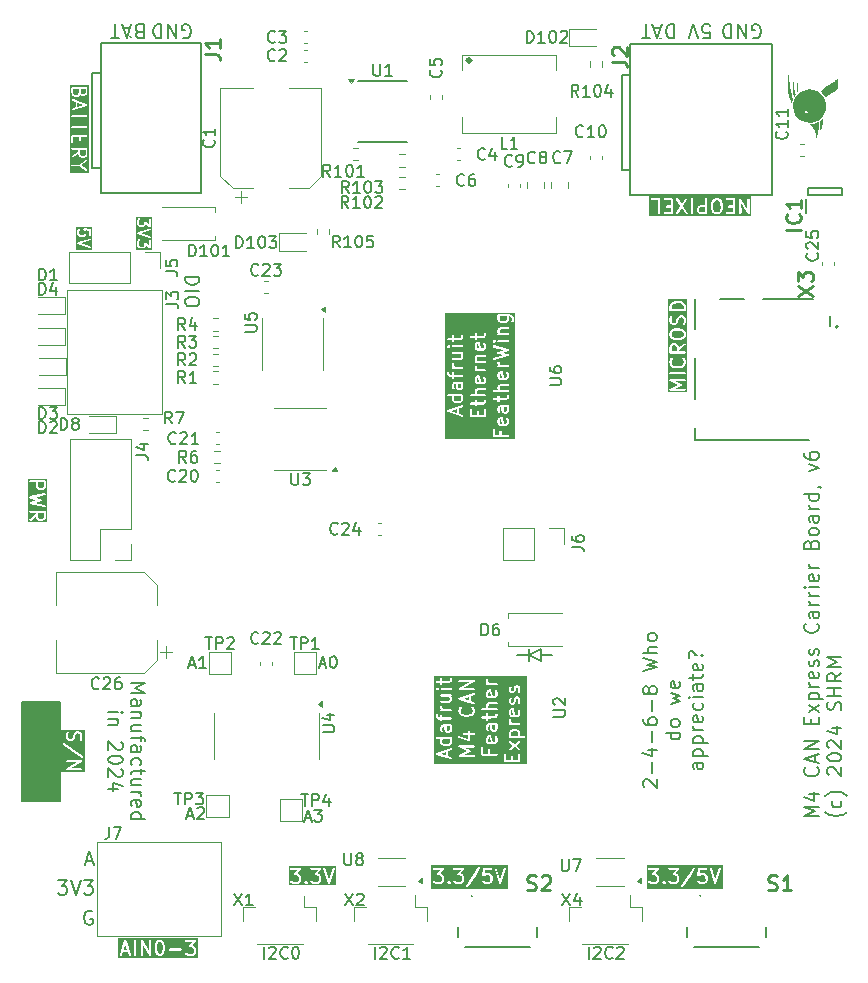
<source format=gbr>
%TF.GenerationSoftware,KiCad,Pcbnew,8.0.3*%
%TF.CreationDate,2024-12-09T22:45:42-06:00*%
%TF.ProjectId,M4_CAN_Feather_Carrier,4d345f43-414e-45f4-9665-61746865725f,6*%
%TF.SameCoordinates,Original*%
%TF.FileFunction,Legend,Top*%
%TF.FilePolarity,Positive*%
%FSLAX46Y46*%
G04 Gerber Fmt 4.6, Leading zero omitted, Abs format (unit mm)*
G04 Created by KiCad (PCBNEW 8.0.3) date 2024-12-09 22:45:42*
%MOMM*%
%LPD*%
G01*
G04 APERTURE LIST*
%ADD10C,0.150000*%
%ADD11C,0.180000*%
%ADD12C,0.160000*%
%ADD13C,0.155000*%
%ADD14C,0.254000*%
%ADD15C,0.120000*%
%ADD16C,0.200000*%
%ADD17C,0.000000*%
%ADD18C,0.310000*%
%ADD19C,0.063060*%
%ADD20C,0.100000*%
G04 APERTURE END LIST*
D10*
X41250000Y-50690000D02*
X42250000Y-50690000D01*
X41250000Y-51190000D02*
X41250000Y-50190000D01*
X40250000Y-50690000D02*
X41250000Y-50190000D01*
X40250000Y-50690000D02*
X39250000Y-50690000D01*
X41250000Y-51190000D02*
X40250000Y-50690000D01*
X-2700000Y-54600000D02*
X550000Y-54600000D01*
X550000Y-63000000D01*
X-2700000Y-63000000D01*
X-2700000Y-54600000D01*
G36*
X-2700000Y-54600000D02*
G01*
X550000Y-54600000D01*
X550000Y-63000000D01*
X-2700000Y-63000000D01*
X-2700000Y-54600000D01*
G37*
X40250000Y-51190000D02*
X40250000Y-50190000D01*
D11*
G36*
X23951198Y-70169115D02*
G01*
X19906967Y-70169115D01*
X19906967Y-68728224D01*
X20040300Y-68728224D01*
X20040300Y-68763340D01*
X20053739Y-68795783D01*
X20078570Y-68820614D01*
X20111013Y-68834053D01*
X20128571Y-68835782D01*
X20674897Y-68834539D01*
X20406345Y-69143174D01*
X20396596Y-69152924D01*
X20395445Y-69155701D01*
X20393435Y-69158012D01*
X20388750Y-69171864D01*
X20383157Y-69185367D01*
X20383157Y-69188402D01*
X20382185Y-69191277D01*
X20383157Y-69205856D01*
X20383157Y-69220483D01*
X20384319Y-69223288D01*
X20384521Y-69226316D01*
X20391003Y-69239424D01*
X20396596Y-69252926D01*
X20398739Y-69255069D01*
X20400087Y-69257794D01*
X20411101Y-69267431D01*
X20421427Y-69277757D01*
X20424228Y-69278917D01*
X20426515Y-69280918D01*
X20440367Y-69285602D01*
X20453870Y-69291196D01*
X20458153Y-69291617D01*
X20459780Y-69292168D01*
X20462141Y-69292010D01*
X20471428Y-69292925D01*
X20619400Y-69291571D01*
X20701456Y-69331386D01*
X20739050Y-69367682D01*
X20781534Y-69450182D01*
X20782921Y-69693465D01*
X20742965Y-69775812D01*
X20706672Y-69813404D01*
X20624205Y-69855871D01*
X20323820Y-69857312D01*
X20241399Y-69817320D01*
X20178573Y-69756665D01*
X20146129Y-69743227D01*
X20111013Y-69743227D01*
X20078569Y-69756665D01*
X20053739Y-69781495D01*
X20040301Y-69813939D01*
X20040301Y-69849055D01*
X20053739Y-69881499D01*
X20064931Y-69895137D01*
X20123779Y-69951951D01*
X20130534Y-69959740D01*
X20134305Y-69962114D01*
X20135712Y-69963472D01*
X20137906Y-69964380D01*
X20145465Y-69969139D01*
X20248532Y-70019147D01*
X20249999Y-70020614D01*
X20260635Y-70025020D01*
X20276229Y-70032586D01*
X20279453Y-70032815D01*
X20282442Y-70034053D01*
X20300000Y-70035782D01*
X20628986Y-70034203D01*
X20631600Y-70035075D01*
X20644937Y-70034127D01*
X20660415Y-70034053D01*
X20663403Y-70032815D01*
X20666628Y-70032586D01*
X20683106Y-70026281D01*
X20796568Y-69967852D01*
X20807145Y-69963472D01*
X20810629Y-69960611D01*
X20812323Y-69959740D01*
X20813880Y-69957943D01*
X20820783Y-69952279D01*
X20877597Y-69893431D01*
X20885385Y-69886677D01*
X20887758Y-69882906D01*
X20889118Y-69881498D01*
X20890028Y-69879299D01*
X20894783Y-69871746D01*
X20895105Y-69871083D01*
X21240301Y-69871083D01*
X21240301Y-69906199D01*
X21253739Y-69938642D01*
X21264932Y-69952280D01*
X21335713Y-70020615D01*
X21358654Y-70030116D01*
X21368156Y-70034053D01*
X21368157Y-70034053D01*
X21403272Y-70034053D01*
X21416711Y-70028486D01*
X21435717Y-70020614D01*
X21435720Y-70020610D01*
X21449353Y-70009422D01*
X21517689Y-69938642D01*
X21531127Y-69906199D01*
X21531128Y-69871082D01*
X21517690Y-69838639D01*
X21517688Y-69838637D01*
X21506496Y-69825000D01*
X21435716Y-69756665D01*
X21426213Y-69752728D01*
X21403272Y-69743226D01*
X21368156Y-69743226D01*
X21345214Y-69752728D01*
X21335712Y-69756665D01*
X21322074Y-69767858D01*
X21253739Y-69838638D01*
X21253738Y-69838639D01*
X21249425Y-69849054D01*
X21242875Y-69864869D01*
X21240301Y-69871083D01*
X20895105Y-69871083D01*
X20944792Y-69768679D01*
X20946260Y-69767212D01*
X20950667Y-69756572D01*
X20958232Y-69740982D01*
X20958461Y-69737757D01*
X20959699Y-69734769D01*
X20961428Y-69717211D01*
X20959877Y-69445283D01*
X20960721Y-69442754D01*
X20959788Y-69429630D01*
X20959699Y-69413939D01*
X20958461Y-69410950D01*
X20958232Y-69407726D01*
X20951927Y-69391248D01*
X20893499Y-69277788D01*
X20889118Y-69267210D01*
X20886256Y-69263723D01*
X20885385Y-69262031D01*
X20883589Y-69260473D01*
X20877925Y-69253572D01*
X20819081Y-69196760D01*
X20812324Y-69188968D01*
X20808550Y-69186592D01*
X20807145Y-69185236D01*
X20804951Y-69184327D01*
X20797393Y-69179570D01*
X20694324Y-69129559D01*
X20692858Y-69128093D01*
X20682224Y-69123688D01*
X20666629Y-69116121D01*
X20666280Y-69116096D01*
X20936510Y-68805532D01*
X20946260Y-68795783D01*
X20947410Y-68793005D01*
X20949421Y-68790695D01*
X20954105Y-68776842D01*
X20959699Y-68763340D01*
X20959699Y-68760304D01*
X20960671Y-68757430D01*
X20959699Y-68742850D01*
X20959699Y-68728224D01*
X21754586Y-68728224D01*
X21754586Y-68763340D01*
X21768025Y-68795783D01*
X21792856Y-68820614D01*
X21825299Y-68834053D01*
X21842857Y-68835782D01*
X22389183Y-68834539D01*
X22120631Y-69143174D01*
X22110882Y-69152924D01*
X22109731Y-69155701D01*
X22107721Y-69158012D01*
X22103036Y-69171864D01*
X22097443Y-69185367D01*
X22097443Y-69188402D01*
X22096471Y-69191277D01*
X22097443Y-69205856D01*
X22097443Y-69220483D01*
X22098605Y-69223288D01*
X22098807Y-69226316D01*
X22105289Y-69239424D01*
X22110882Y-69252926D01*
X22113025Y-69255069D01*
X22114373Y-69257794D01*
X22125387Y-69267431D01*
X22135713Y-69277757D01*
X22138514Y-69278917D01*
X22140801Y-69280918D01*
X22154653Y-69285602D01*
X22168156Y-69291196D01*
X22172439Y-69291617D01*
X22174066Y-69292168D01*
X22176427Y-69292010D01*
X22185714Y-69292925D01*
X22333686Y-69291571D01*
X22415742Y-69331386D01*
X22453336Y-69367682D01*
X22495820Y-69450182D01*
X22497207Y-69693465D01*
X22457251Y-69775812D01*
X22420958Y-69813404D01*
X22338491Y-69855871D01*
X22038106Y-69857312D01*
X21955685Y-69817320D01*
X21892859Y-69756665D01*
X21860415Y-69743227D01*
X21825299Y-69743227D01*
X21792855Y-69756665D01*
X21768025Y-69781495D01*
X21754587Y-69813939D01*
X21754587Y-69849055D01*
X21768025Y-69881499D01*
X21779217Y-69895137D01*
X21838065Y-69951951D01*
X21844820Y-69959740D01*
X21848591Y-69962114D01*
X21849998Y-69963472D01*
X21852192Y-69964380D01*
X21859751Y-69969139D01*
X21962818Y-70019147D01*
X21964285Y-70020614D01*
X21974921Y-70025020D01*
X21990515Y-70032586D01*
X21993739Y-70032815D01*
X21996728Y-70034053D01*
X22014286Y-70035782D01*
X22343272Y-70034203D01*
X22345886Y-70035075D01*
X22359223Y-70034127D01*
X22374701Y-70034053D01*
X22377689Y-70032815D01*
X22380914Y-70032586D01*
X22397392Y-70026281D01*
X22510854Y-69967852D01*
X22521431Y-69963472D01*
X22524915Y-69960611D01*
X22526609Y-69959740D01*
X22528166Y-69957943D01*
X22535069Y-69952279D01*
X22591883Y-69893431D01*
X22599671Y-69886677D01*
X22602044Y-69882906D01*
X22603404Y-69881498D01*
X22604314Y-69879299D01*
X22609069Y-69871746D01*
X22659078Y-69768679D01*
X22660546Y-69767212D01*
X22664953Y-69756572D01*
X22672518Y-69740982D01*
X22672747Y-69737757D01*
X22673985Y-69734769D01*
X22675714Y-69717211D01*
X22674163Y-69445283D01*
X22675007Y-69442754D01*
X22674074Y-69429630D01*
X22673985Y-69413939D01*
X22672747Y-69410950D01*
X22672518Y-69407726D01*
X22666213Y-69391248D01*
X22607785Y-69277788D01*
X22603404Y-69267210D01*
X22600542Y-69263723D01*
X22599671Y-69262031D01*
X22597875Y-69260473D01*
X22592211Y-69253572D01*
X22533367Y-69196760D01*
X22526610Y-69188968D01*
X22522836Y-69186592D01*
X22521431Y-69185236D01*
X22519237Y-69184327D01*
X22511679Y-69179570D01*
X22408610Y-69129559D01*
X22407144Y-69128093D01*
X22396510Y-69123688D01*
X22380915Y-69116121D01*
X22380566Y-69116096D01*
X22650796Y-68805532D01*
X22660546Y-68795783D01*
X22661696Y-68793005D01*
X22663707Y-68790695D01*
X22668391Y-68776842D01*
X22673985Y-68763340D01*
X22673985Y-68760304D01*
X22674957Y-68757430D01*
X22674931Y-68757039D01*
X22839277Y-68757039D01*
X22843190Y-68774242D01*
X23241322Y-69963295D01*
X23241767Y-69969553D01*
X23246763Y-69979544D01*
X23250382Y-69990353D01*
X23254597Y-69995213D01*
X23257472Y-70000962D01*
X23265996Y-70008356D01*
X23273391Y-70016881D01*
X23279139Y-70019755D01*
X23284000Y-70023971D01*
X23294711Y-70027541D01*
X23304800Y-70032586D01*
X23311210Y-70033041D01*
X23317314Y-70035076D01*
X23328575Y-70034275D01*
X23339828Y-70035075D01*
X23345927Y-70033041D01*
X23352342Y-70032586D01*
X23362432Y-70027540D01*
X23373142Y-70023971D01*
X23378002Y-70019755D01*
X23383751Y-70016881D01*
X23391145Y-70008356D01*
X23399670Y-70000962D01*
X23402544Y-69995213D01*
X23406760Y-69990353D01*
X23413952Y-69974242D01*
X23817865Y-68757039D01*
X23815375Y-68722011D01*
X23799670Y-68690602D01*
X23773142Y-68667593D01*
X23739828Y-68656489D01*
X23704800Y-68658978D01*
X23673391Y-68674683D01*
X23650382Y-68701211D01*
X23643189Y-68717322D01*
X23329089Y-69663872D01*
X23006760Y-68701211D01*
X22983751Y-68674683D01*
X22952342Y-68658978D01*
X22917314Y-68656488D01*
X22884000Y-68667593D01*
X22857472Y-68690602D01*
X22841767Y-68722011D01*
X22839277Y-68757039D01*
X22674931Y-68757039D01*
X22673985Y-68742850D01*
X22673985Y-68728224D01*
X22672822Y-68725418D01*
X22672621Y-68722391D01*
X22666138Y-68709282D01*
X22660546Y-68695781D01*
X22658402Y-68693637D01*
X22657055Y-68690913D01*
X22646040Y-68681275D01*
X22635715Y-68670950D01*
X22632913Y-68669789D01*
X22630627Y-68667789D01*
X22616774Y-68663104D01*
X22603272Y-68657511D01*
X22598988Y-68657089D01*
X22597362Y-68656539D01*
X22595000Y-68656696D01*
X22585714Y-68655782D01*
X21825299Y-68657511D01*
X21792856Y-68670950D01*
X21768025Y-68695781D01*
X21754586Y-68728224D01*
X20959699Y-68728224D01*
X20958536Y-68725418D01*
X20958335Y-68722391D01*
X20951852Y-68709282D01*
X20946260Y-68695781D01*
X20944116Y-68693637D01*
X20942769Y-68690913D01*
X20931754Y-68681275D01*
X20921429Y-68670950D01*
X20918627Y-68669789D01*
X20916341Y-68667789D01*
X20902488Y-68663104D01*
X20888986Y-68657511D01*
X20884702Y-68657089D01*
X20883076Y-68656539D01*
X20880714Y-68656696D01*
X20871428Y-68655782D01*
X20111013Y-68657511D01*
X20078570Y-68670950D01*
X20053739Y-68695781D01*
X20040300Y-68728224D01*
X19906967Y-68728224D01*
X19906967Y-68522449D01*
X23951198Y-68522449D01*
X23951198Y-70169115D01*
G37*
X59214285Y1602925D02*
X59328571Y1545782D01*
X59328571Y1545782D02*
X59499999Y1545782D01*
X59499999Y1545782D02*
X59671428Y1602925D01*
X59671428Y1602925D02*
X59785713Y1717211D01*
X59785713Y1717211D02*
X59842856Y1831497D01*
X59842856Y1831497D02*
X59899999Y2060068D01*
X59899999Y2060068D02*
X59899999Y2231497D01*
X59899999Y2231497D02*
X59842856Y2460068D01*
X59842856Y2460068D02*
X59785713Y2574354D01*
X59785713Y2574354D02*
X59671428Y2688640D01*
X59671428Y2688640D02*
X59499999Y2745782D01*
X59499999Y2745782D02*
X59385713Y2745782D01*
X59385713Y2745782D02*
X59214285Y2688640D01*
X59214285Y2688640D02*
X59157142Y2631497D01*
X59157142Y2631497D02*
X59157142Y2231497D01*
X59157142Y2231497D02*
X59385713Y2231497D01*
X58642856Y2745782D02*
X58642856Y1545782D01*
X58642856Y1545782D02*
X57957142Y2745782D01*
X57957142Y2745782D02*
X57957142Y1545782D01*
X57385713Y2745782D02*
X57385713Y1545782D01*
X57385713Y1545782D02*
X57099999Y1545782D01*
X57099999Y1545782D02*
X56928570Y1602925D01*
X56928570Y1602925D02*
X56814285Y1717211D01*
X56814285Y1717211D02*
X56757142Y1831497D01*
X56757142Y1831497D02*
X56699999Y2060068D01*
X56699999Y2060068D02*
X56699999Y2231497D01*
X56699999Y2231497D02*
X56757142Y2460068D01*
X56757142Y2460068D02*
X56814285Y2574354D01*
X56814285Y2574354D02*
X56928570Y2688640D01*
X56928570Y2688640D02*
X57099999Y2745782D01*
X57099999Y2745782D02*
X57385713Y2745782D01*
D12*
G36*
X8336811Y-16341587D02*
G01*
X6954589Y-16341587D01*
X6954589Y-15674286D01*
X7065700Y-15674286D01*
X7067094Y-15947694D01*
X7066328Y-15949995D01*
X7067166Y-15961792D01*
X7067237Y-15975607D01*
X7068337Y-15978263D01*
X7068541Y-15981131D01*
X7074146Y-15995778D01*
X7122955Y-16090397D01*
X7126802Y-16099684D01*
X7129343Y-16102780D01*
X7130121Y-16104288D01*
X7131714Y-16105670D01*
X7136751Y-16111807D01*
X7185984Y-16159248D01*
X7191890Y-16166057D01*
X7195237Y-16168163D01*
X7196493Y-16169374D01*
X7198443Y-16170181D01*
X7205162Y-16174411D01*
X7290466Y-16215729D01*
X7291731Y-16216994D01*
X7301022Y-16220842D01*
X7315046Y-16227635D01*
X7317913Y-16227838D01*
X7320570Y-16228939D01*
X7336177Y-16230476D01*
X7562044Y-16229107D01*
X7564266Y-16229848D01*
X7575860Y-16229023D01*
X7589879Y-16228939D01*
X7592535Y-16227838D01*
X7595402Y-16227635D01*
X7610049Y-16222030D01*
X7704671Y-16173220D01*
X7713956Y-16169375D01*
X7717051Y-16166834D01*
X7718559Y-16166057D01*
X7719941Y-16164462D01*
X7726079Y-16159426D01*
X7773520Y-16110192D01*
X7780329Y-16104287D01*
X7782435Y-16100939D01*
X7783646Y-16099684D01*
X7784453Y-16097733D01*
X7788683Y-16091015D01*
X7830001Y-16005710D01*
X7831266Y-16004446D01*
X7835114Y-15995154D01*
X7838787Y-15987571D01*
X8092611Y-16208351D01*
X8101254Y-16216994D01*
X8103723Y-16218016D01*
X8105777Y-16219803D01*
X8118090Y-16223967D01*
X8130093Y-16228939D01*
X8132789Y-16228939D01*
X8135347Y-16229804D01*
X8148318Y-16228939D01*
X8161307Y-16228939D01*
X8163799Y-16227906D01*
X8166492Y-16227727D01*
X8178138Y-16221967D01*
X8190146Y-16216994D01*
X8192054Y-16215085D01*
X8194472Y-16213890D01*
X8203027Y-16204112D01*
X8212218Y-16194922D01*
X8213250Y-16192429D01*
X8215027Y-16190399D01*
X8219191Y-16178085D01*
X8224163Y-16166083D01*
X8224537Y-16162278D01*
X8225028Y-16160829D01*
X8224887Y-16158724D01*
X8225700Y-16150476D01*
X8224163Y-15515822D01*
X8212218Y-15486983D01*
X8190146Y-15464911D01*
X8161307Y-15452966D01*
X8130093Y-15452966D01*
X8101254Y-15464911D01*
X8079182Y-15486983D01*
X8067237Y-15515822D01*
X8065700Y-15531429D01*
X8066776Y-15975799D01*
X7817836Y-15759267D01*
X7809194Y-15750625D01*
X7806724Y-15749602D01*
X7804671Y-15747816D01*
X7792357Y-15743651D01*
X7780355Y-15738680D01*
X7777659Y-15738680D01*
X7775101Y-15737815D01*
X7762130Y-15738680D01*
X7749141Y-15738680D01*
X7746648Y-15739712D01*
X7743956Y-15739892D01*
X7732309Y-15745651D01*
X7720302Y-15750625D01*
X7718393Y-15752533D01*
X7715976Y-15753729D01*
X7707420Y-15763506D01*
X7698230Y-15772697D01*
X7697197Y-15775189D01*
X7695421Y-15777220D01*
X7691256Y-15789533D01*
X7686285Y-15801536D01*
X7685910Y-15805340D01*
X7685420Y-15806790D01*
X7685560Y-15808894D01*
X7684748Y-15817143D01*
X7685932Y-15939215D01*
X7653673Y-16005816D01*
X7624548Y-16036040D01*
X7557595Y-16070577D01*
X7357231Y-16071790D01*
X7290360Y-16039401D01*
X7260136Y-16010276D01*
X7225615Y-15943355D01*
X7224350Y-15695413D01*
X7256775Y-15628470D01*
X7307456Y-15575875D01*
X7319402Y-15547037D01*
X7319402Y-15515822D01*
X7307456Y-15486983D01*
X7285385Y-15464912D01*
X7256546Y-15452966D01*
X7225331Y-15452966D01*
X7196493Y-15464912D01*
X7184370Y-15474861D01*
X7136925Y-15524096D01*
X7130121Y-15529998D01*
X7128015Y-15533342D01*
X7126802Y-15534602D01*
X7125992Y-15536555D01*
X7121766Y-15543270D01*
X7080446Y-15628575D01*
X7079182Y-15629840D01*
X7075333Y-15639132D01*
X7068541Y-15653155D01*
X7068337Y-15656022D01*
X7067237Y-15658679D01*
X7065700Y-15674286D01*
X6954589Y-15674286D01*
X6954589Y-14949994D01*
X7066328Y-14949994D01*
X7067038Y-14960000D01*
X7066328Y-14970006D01*
X7068134Y-14975426D01*
X7068540Y-14981130D01*
X7073028Y-14990106D01*
X7076199Y-14999618D01*
X7079942Y-15003934D01*
X7082500Y-15009049D01*
X7090078Y-15015621D01*
X7096651Y-15023200D01*
X7101765Y-15025757D01*
X7106082Y-15029501D01*
X7120402Y-15035895D01*
X8135694Y-15372705D01*
X8166830Y-15370492D01*
X8194749Y-15356533D01*
X8215201Y-15332951D01*
X8225071Y-15303339D01*
X8222859Y-15272202D01*
X8208900Y-15244283D01*
X8185318Y-15223832D01*
X8170998Y-15217438D01*
X7396288Y-14960438D01*
X8185318Y-14696168D01*
X8208900Y-14675717D01*
X8222859Y-14647798D01*
X8225071Y-14616661D01*
X8215201Y-14587049D01*
X8194749Y-14563467D01*
X8166830Y-14549508D01*
X8135694Y-14547295D01*
X8120401Y-14550772D01*
X7130128Y-14882445D01*
X7124570Y-14882840D01*
X7115685Y-14887282D01*
X7106082Y-14890499D01*
X7101765Y-14894242D01*
X7096651Y-14896800D01*
X7090078Y-14904378D01*
X7082500Y-14910951D01*
X7079942Y-14916065D01*
X7076199Y-14920382D01*
X7073028Y-14929893D01*
X7068540Y-14938870D01*
X7068134Y-14944573D01*
X7066328Y-14949994D01*
X6954589Y-14949994D01*
X6954589Y-13864762D01*
X7065700Y-13864762D01*
X7067094Y-14138170D01*
X7066328Y-14140471D01*
X7067166Y-14152268D01*
X7067237Y-14166083D01*
X7068337Y-14168739D01*
X7068541Y-14171607D01*
X7074146Y-14186254D01*
X7122955Y-14280873D01*
X7126802Y-14290160D01*
X7129343Y-14293256D01*
X7130121Y-14294764D01*
X7131714Y-14296146D01*
X7136751Y-14302283D01*
X7185984Y-14349724D01*
X7191890Y-14356533D01*
X7195237Y-14358639D01*
X7196493Y-14359850D01*
X7198443Y-14360657D01*
X7205162Y-14364887D01*
X7290466Y-14406205D01*
X7291731Y-14407470D01*
X7301022Y-14411318D01*
X7315046Y-14418111D01*
X7317913Y-14418314D01*
X7320570Y-14419415D01*
X7336177Y-14420952D01*
X7562044Y-14419583D01*
X7564266Y-14420324D01*
X7575860Y-14419499D01*
X7589879Y-14419415D01*
X7592535Y-14418314D01*
X7595402Y-14418111D01*
X7610049Y-14412506D01*
X7704671Y-14363696D01*
X7713956Y-14359851D01*
X7717051Y-14357310D01*
X7718559Y-14356533D01*
X7719941Y-14354938D01*
X7726079Y-14349902D01*
X7773520Y-14300668D01*
X7780329Y-14294763D01*
X7782435Y-14291415D01*
X7783646Y-14290160D01*
X7784453Y-14288209D01*
X7788683Y-14281491D01*
X7830001Y-14196186D01*
X7831266Y-14194922D01*
X7835114Y-14185630D01*
X7838787Y-14178047D01*
X8092611Y-14398827D01*
X8101254Y-14407470D01*
X8103723Y-14408492D01*
X8105777Y-14410279D01*
X8118090Y-14414443D01*
X8130093Y-14419415D01*
X8132789Y-14419415D01*
X8135347Y-14420280D01*
X8148318Y-14419415D01*
X8161307Y-14419415D01*
X8163799Y-14418382D01*
X8166492Y-14418203D01*
X8178138Y-14412443D01*
X8190146Y-14407470D01*
X8192054Y-14405561D01*
X8194472Y-14404366D01*
X8203027Y-14394588D01*
X8212218Y-14385398D01*
X8213250Y-14382905D01*
X8215027Y-14380875D01*
X8219191Y-14368561D01*
X8224163Y-14356559D01*
X8224537Y-14352754D01*
X8225028Y-14351305D01*
X8224887Y-14349200D01*
X8225700Y-14340952D01*
X8224163Y-13706298D01*
X8212218Y-13677459D01*
X8190146Y-13655387D01*
X8161307Y-13643442D01*
X8130093Y-13643442D01*
X8101254Y-13655387D01*
X8079182Y-13677459D01*
X8067237Y-13706298D01*
X8065700Y-13721905D01*
X8066776Y-14166275D01*
X7817836Y-13949743D01*
X7809194Y-13941101D01*
X7806724Y-13940078D01*
X7804671Y-13938292D01*
X7792357Y-13934127D01*
X7780355Y-13929156D01*
X7777659Y-13929156D01*
X7775101Y-13928291D01*
X7762130Y-13929156D01*
X7749141Y-13929156D01*
X7746648Y-13930188D01*
X7743956Y-13930368D01*
X7732309Y-13936127D01*
X7720302Y-13941101D01*
X7718393Y-13943009D01*
X7715976Y-13944205D01*
X7707420Y-13953982D01*
X7698230Y-13963173D01*
X7697197Y-13965665D01*
X7695421Y-13967696D01*
X7691256Y-13980009D01*
X7686285Y-13992012D01*
X7685910Y-13995816D01*
X7685420Y-13997266D01*
X7685560Y-13999370D01*
X7684748Y-14007619D01*
X7685932Y-14129691D01*
X7653673Y-14196292D01*
X7624548Y-14226516D01*
X7557595Y-14261053D01*
X7357231Y-14262266D01*
X7290360Y-14229877D01*
X7260136Y-14200752D01*
X7225615Y-14133831D01*
X7224350Y-13885889D01*
X7256775Y-13818946D01*
X7307456Y-13766351D01*
X7319402Y-13737513D01*
X7319402Y-13706298D01*
X7307456Y-13677459D01*
X7285385Y-13655388D01*
X7256546Y-13643442D01*
X7225331Y-13643442D01*
X7196493Y-13655388D01*
X7184370Y-13665337D01*
X7136925Y-13714572D01*
X7130121Y-13720474D01*
X7128015Y-13723818D01*
X7126802Y-13725078D01*
X7125992Y-13727031D01*
X7121766Y-13733746D01*
X7080446Y-13819051D01*
X7079182Y-13820316D01*
X7075333Y-13829608D01*
X7068541Y-13843631D01*
X7068337Y-13846498D01*
X7067237Y-13849155D01*
X7065700Y-13864762D01*
X6954589Y-13864762D01*
X6954589Y-13532331D01*
X8336811Y-13532331D01*
X8336811Y-16341587D01*
G37*
D10*
X45336779Y-76369819D02*
X45336779Y-75369819D01*
X45765350Y-75465057D02*
X45812969Y-75417438D01*
X45812969Y-75417438D02*
X45908207Y-75369819D01*
X45908207Y-75369819D02*
X46146302Y-75369819D01*
X46146302Y-75369819D02*
X46241540Y-75417438D01*
X46241540Y-75417438D02*
X46289159Y-75465057D01*
X46289159Y-75465057D02*
X46336778Y-75560295D01*
X46336778Y-75560295D02*
X46336778Y-75655533D01*
X46336778Y-75655533D02*
X46289159Y-75798390D01*
X46289159Y-75798390D02*
X45717731Y-76369819D01*
X45717731Y-76369819D02*
X46336778Y-76369819D01*
X47336778Y-76274580D02*
X47289159Y-76322200D01*
X47289159Y-76322200D02*
X47146302Y-76369819D01*
X47146302Y-76369819D02*
X47051064Y-76369819D01*
X47051064Y-76369819D02*
X46908207Y-76322200D01*
X46908207Y-76322200D02*
X46812969Y-76226961D01*
X46812969Y-76226961D02*
X46765350Y-76131723D01*
X46765350Y-76131723D02*
X46717731Y-75941247D01*
X46717731Y-75941247D02*
X46717731Y-75798390D01*
X46717731Y-75798390D02*
X46765350Y-75607914D01*
X46765350Y-75607914D02*
X46812969Y-75512676D01*
X46812969Y-75512676D02*
X46908207Y-75417438D01*
X46908207Y-75417438D02*
X47051064Y-75369819D01*
X47051064Y-75369819D02*
X47146302Y-75369819D01*
X47146302Y-75369819D02*
X47289159Y-75417438D01*
X47289159Y-75417438D02*
X47336778Y-75465057D01*
X47717731Y-75465057D02*
X47765350Y-75417438D01*
X47765350Y-75417438D02*
X47860588Y-75369819D01*
X47860588Y-75369819D02*
X48098683Y-75369819D01*
X48098683Y-75369819D02*
X48193921Y-75417438D01*
X48193921Y-75417438D02*
X48241540Y-75465057D01*
X48241540Y-75465057D02*
X48289159Y-75560295D01*
X48289159Y-75560295D02*
X48289159Y-75655533D01*
X48289159Y-75655533D02*
X48241540Y-75798390D01*
X48241540Y-75798390D02*
X47670112Y-76369819D01*
X47670112Y-76369819D02*
X48289159Y-76369819D01*
D11*
X7235713Y2117211D02*
X7064285Y2174354D01*
X7064285Y2174354D02*
X7007142Y2231497D01*
X7007142Y2231497D02*
X6949999Y2345782D01*
X6949999Y2345782D02*
X6949999Y2517211D01*
X6949999Y2517211D02*
X7007142Y2631497D01*
X7007142Y2631497D02*
X7064285Y2688640D01*
X7064285Y2688640D02*
X7178570Y2745782D01*
X7178570Y2745782D02*
X7635713Y2745782D01*
X7635713Y2745782D02*
X7635713Y1545782D01*
X7635713Y1545782D02*
X7235713Y1545782D01*
X7235713Y1545782D02*
X7121428Y1602925D01*
X7121428Y1602925D02*
X7064285Y1660068D01*
X7064285Y1660068D02*
X7007142Y1774354D01*
X7007142Y1774354D02*
X7007142Y1888640D01*
X7007142Y1888640D02*
X7064285Y2002925D01*
X7064285Y2002925D02*
X7121428Y2060068D01*
X7121428Y2060068D02*
X7235713Y2117211D01*
X7235713Y2117211D02*
X7635713Y2117211D01*
X6492856Y2402925D02*
X5921428Y2402925D01*
X6607142Y2745782D02*
X6207142Y1545782D01*
X6207142Y1545782D02*
X5807142Y2745782D01*
X5578571Y1545782D02*
X4892857Y1545782D01*
X5235714Y2745782D02*
X5235714Y1545782D01*
X2760000Y-68097925D02*
X3331429Y-68097925D01*
X2645714Y-68440782D02*
X3045714Y-67240782D01*
X3045714Y-67240782D02*
X3445714Y-68440782D01*
X50028135Y-61864284D02*
X49970992Y-61807141D01*
X49970992Y-61807141D02*
X49913849Y-61692856D01*
X49913849Y-61692856D02*
X49913849Y-61407141D01*
X49913849Y-61407141D02*
X49970992Y-61292856D01*
X49970992Y-61292856D02*
X50028135Y-61235713D01*
X50028135Y-61235713D02*
X50142421Y-61178570D01*
X50142421Y-61178570D02*
X50256707Y-61178570D01*
X50256707Y-61178570D02*
X50428135Y-61235713D01*
X50428135Y-61235713D02*
X51113849Y-61921427D01*
X51113849Y-61921427D02*
X51113849Y-61178570D01*
X50656707Y-60664284D02*
X50656707Y-59749999D01*
X50313849Y-58664285D02*
X51113849Y-58664285D01*
X49856707Y-58949999D02*
X50713849Y-59235713D01*
X50713849Y-59235713D02*
X50713849Y-58492856D01*
X50656707Y-58035713D02*
X50656707Y-57121428D01*
X49913849Y-56035714D02*
X49913849Y-56264285D01*
X49913849Y-56264285D02*
X49970992Y-56378571D01*
X49970992Y-56378571D02*
X50028135Y-56435714D01*
X50028135Y-56435714D02*
X50199564Y-56549999D01*
X50199564Y-56549999D02*
X50428135Y-56607142D01*
X50428135Y-56607142D02*
X50885278Y-56607142D01*
X50885278Y-56607142D02*
X50999564Y-56549999D01*
X50999564Y-56549999D02*
X51056707Y-56492856D01*
X51056707Y-56492856D02*
X51113849Y-56378571D01*
X51113849Y-56378571D02*
X51113849Y-56149999D01*
X51113849Y-56149999D02*
X51056707Y-56035714D01*
X51056707Y-56035714D02*
X50999564Y-55978571D01*
X50999564Y-55978571D02*
X50885278Y-55921428D01*
X50885278Y-55921428D02*
X50599564Y-55921428D01*
X50599564Y-55921428D02*
X50485278Y-55978571D01*
X50485278Y-55978571D02*
X50428135Y-56035714D01*
X50428135Y-56035714D02*
X50370992Y-56149999D01*
X50370992Y-56149999D02*
X50370992Y-56378571D01*
X50370992Y-56378571D02*
X50428135Y-56492856D01*
X50428135Y-56492856D02*
X50485278Y-56549999D01*
X50485278Y-56549999D02*
X50599564Y-56607142D01*
X50656707Y-55407142D02*
X50656707Y-54492857D01*
X50428135Y-53750000D02*
X50370992Y-53864285D01*
X50370992Y-53864285D02*
X50313849Y-53921428D01*
X50313849Y-53921428D02*
X50199564Y-53978571D01*
X50199564Y-53978571D02*
X50142421Y-53978571D01*
X50142421Y-53978571D02*
X50028135Y-53921428D01*
X50028135Y-53921428D02*
X49970992Y-53864285D01*
X49970992Y-53864285D02*
X49913849Y-53750000D01*
X49913849Y-53750000D02*
X49913849Y-53521428D01*
X49913849Y-53521428D02*
X49970992Y-53407143D01*
X49970992Y-53407143D02*
X50028135Y-53350000D01*
X50028135Y-53350000D02*
X50142421Y-53292857D01*
X50142421Y-53292857D02*
X50199564Y-53292857D01*
X50199564Y-53292857D02*
X50313849Y-53350000D01*
X50313849Y-53350000D02*
X50370992Y-53407143D01*
X50370992Y-53407143D02*
X50428135Y-53521428D01*
X50428135Y-53521428D02*
X50428135Y-53750000D01*
X50428135Y-53750000D02*
X50485278Y-53864285D01*
X50485278Y-53864285D02*
X50542421Y-53921428D01*
X50542421Y-53921428D02*
X50656707Y-53978571D01*
X50656707Y-53978571D02*
X50885278Y-53978571D01*
X50885278Y-53978571D02*
X50999564Y-53921428D01*
X50999564Y-53921428D02*
X51056707Y-53864285D01*
X51056707Y-53864285D02*
X51113849Y-53750000D01*
X51113849Y-53750000D02*
X51113849Y-53521428D01*
X51113849Y-53521428D02*
X51056707Y-53407143D01*
X51056707Y-53407143D02*
X50999564Y-53350000D01*
X50999564Y-53350000D02*
X50885278Y-53292857D01*
X50885278Y-53292857D02*
X50656707Y-53292857D01*
X50656707Y-53292857D02*
X50542421Y-53350000D01*
X50542421Y-53350000D02*
X50485278Y-53407143D01*
X50485278Y-53407143D02*
X50428135Y-53521428D01*
X49913849Y-51978571D02*
X51113849Y-51692857D01*
X51113849Y-51692857D02*
X50256707Y-51464285D01*
X50256707Y-51464285D02*
X51113849Y-51235714D01*
X51113849Y-51235714D02*
X49913849Y-50950000D01*
X51113849Y-50492856D02*
X49913849Y-50492856D01*
X51113849Y-49978571D02*
X50485278Y-49978571D01*
X50485278Y-49978571D02*
X50370992Y-50035713D01*
X50370992Y-50035713D02*
X50313849Y-50149999D01*
X50313849Y-50149999D02*
X50313849Y-50321428D01*
X50313849Y-50321428D02*
X50370992Y-50435713D01*
X50370992Y-50435713D02*
X50428135Y-50492856D01*
X51113849Y-49235714D02*
X51056707Y-49349999D01*
X51056707Y-49349999D02*
X50999564Y-49407142D01*
X50999564Y-49407142D02*
X50885278Y-49464285D01*
X50885278Y-49464285D02*
X50542421Y-49464285D01*
X50542421Y-49464285D02*
X50428135Y-49407142D01*
X50428135Y-49407142D02*
X50370992Y-49349999D01*
X50370992Y-49349999D02*
X50313849Y-49235714D01*
X50313849Y-49235714D02*
X50313849Y-49064285D01*
X50313849Y-49064285D02*
X50370992Y-48949999D01*
X50370992Y-48949999D02*
X50428135Y-48892857D01*
X50428135Y-48892857D02*
X50542421Y-48835714D01*
X50542421Y-48835714D02*
X50885278Y-48835714D01*
X50885278Y-48835714D02*
X50999564Y-48892857D01*
X50999564Y-48892857D02*
X51056707Y-48949999D01*
X51056707Y-48949999D02*
X51113849Y-49064285D01*
X51113849Y-49064285D02*
X51113849Y-49235714D01*
X53045782Y-57235714D02*
X51845782Y-57235714D01*
X52988640Y-57235714D02*
X53045782Y-57349999D01*
X53045782Y-57349999D02*
X53045782Y-57578571D01*
X53045782Y-57578571D02*
X52988640Y-57692856D01*
X52988640Y-57692856D02*
X52931497Y-57749999D01*
X52931497Y-57749999D02*
X52817211Y-57807142D01*
X52817211Y-57807142D02*
X52474354Y-57807142D01*
X52474354Y-57807142D02*
X52360068Y-57749999D01*
X52360068Y-57749999D02*
X52302925Y-57692856D01*
X52302925Y-57692856D02*
X52245782Y-57578571D01*
X52245782Y-57578571D02*
X52245782Y-57349999D01*
X52245782Y-57349999D02*
X52302925Y-57235714D01*
X53045782Y-56492857D02*
X52988640Y-56607142D01*
X52988640Y-56607142D02*
X52931497Y-56664285D01*
X52931497Y-56664285D02*
X52817211Y-56721428D01*
X52817211Y-56721428D02*
X52474354Y-56721428D01*
X52474354Y-56721428D02*
X52360068Y-56664285D01*
X52360068Y-56664285D02*
X52302925Y-56607142D01*
X52302925Y-56607142D02*
X52245782Y-56492857D01*
X52245782Y-56492857D02*
X52245782Y-56321428D01*
X52245782Y-56321428D02*
X52302925Y-56207142D01*
X52302925Y-56207142D02*
X52360068Y-56150000D01*
X52360068Y-56150000D02*
X52474354Y-56092857D01*
X52474354Y-56092857D02*
X52817211Y-56092857D01*
X52817211Y-56092857D02*
X52931497Y-56150000D01*
X52931497Y-56150000D02*
X52988640Y-56207142D01*
X52988640Y-56207142D02*
X53045782Y-56321428D01*
X53045782Y-56321428D02*
X53045782Y-56492857D01*
X52245782Y-54778571D02*
X53045782Y-54550000D01*
X53045782Y-54550000D02*
X52474354Y-54321428D01*
X52474354Y-54321428D02*
X53045782Y-54092857D01*
X53045782Y-54092857D02*
X52245782Y-53864285D01*
X52988640Y-52949999D02*
X53045782Y-53064285D01*
X53045782Y-53064285D02*
X53045782Y-53292857D01*
X53045782Y-53292857D02*
X52988640Y-53407142D01*
X52988640Y-53407142D02*
X52874354Y-53464285D01*
X52874354Y-53464285D02*
X52417211Y-53464285D01*
X52417211Y-53464285D02*
X52302925Y-53407142D01*
X52302925Y-53407142D02*
X52245782Y-53292857D01*
X52245782Y-53292857D02*
X52245782Y-53064285D01*
X52245782Y-53064285D02*
X52302925Y-52949999D01*
X52302925Y-52949999D02*
X52417211Y-52892857D01*
X52417211Y-52892857D02*
X52531497Y-52892857D01*
X52531497Y-52892857D02*
X52645782Y-53464285D01*
X54977715Y-59778570D02*
X54349144Y-59778570D01*
X54349144Y-59778570D02*
X54234858Y-59835712D01*
X54234858Y-59835712D02*
X54177715Y-59949998D01*
X54177715Y-59949998D02*
X54177715Y-60178570D01*
X54177715Y-60178570D02*
X54234858Y-60292855D01*
X54920573Y-59778570D02*
X54977715Y-59892855D01*
X54977715Y-59892855D02*
X54977715Y-60178570D01*
X54977715Y-60178570D02*
X54920573Y-60292855D01*
X54920573Y-60292855D02*
X54806287Y-60349998D01*
X54806287Y-60349998D02*
X54692001Y-60349998D01*
X54692001Y-60349998D02*
X54577715Y-60292855D01*
X54577715Y-60292855D02*
X54520573Y-60178570D01*
X54520573Y-60178570D02*
X54520573Y-59892855D01*
X54520573Y-59892855D02*
X54463430Y-59778570D01*
X54177715Y-59207141D02*
X55377715Y-59207141D01*
X54234858Y-59207141D02*
X54177715Y-59092856D01*
X54177715Y-59092856D02*
X54177715Y-58864284D01*
X54177715Y-58864284D02*
X54234858Y-58749998D01*
X54234858Y-58749998D02*
X54292001Y-58692856D01*
X54292001Y-58692856D02*
X54406287Y-58635713D01*
X54406287Y-58635713D02*
X54749144Y-58635713D01*
X54749144Y-58635713D02*
X54863430Y-58692856D01*
X54863430Y-58692856D02*
X54920573Y-58749998D01*
X54920573Y-58749998D02*
X54977715Y-58864284D01*
X54977715Y-58864284D02*
X54977715Y-59092856D01*
X54977715Y-59092856D02*
X54920573Y-59207141D01*
X54177715Y-58121427D02*
X55377715Y-58121427D01*
X54234858Y-58121427D02*
X54177715Y-58007142D01*
X54177715Y-58007142D02*
X54177715Y-57778570D01*
X54177715Y-57778570D02*
X54234858Y-57664284D01*
X54234858Y-57664284D02*
X54292001Y-57607142D01*
X54292001Y-57607142D02*
X54406287Y-57549999D01*
X54406287Y-57549999D02*
X54749144Y-57549999D01*
X54749144Y-57549999D02*
X54863430Y-57607142D01*
X54863430Y-57607142D02*
X54920573Y-57664284D01*
X54920573Y-57664284D02*
X54977715Y-57778570D01*
X54977715Y-57778570D02*
X54977715Y-58007142D01*
X54977715Y-58007142D02*
X54920573Y-58121427D01*
X54977715Y-57035713D02*
X54177715Y-57035713D01*
X54406287Y-57035713D02*
X54292001Y-56978570D01*
X54292001Y-56978570D02*
X54234858Y-56921428D01*
X54234858Y-56921428D02*
X54177715Y-56807142D01*
X54177715Y-56807142D02*
X54177715Y-56692856D01*
X54920573Y-55835713D02*
X54977715Y-55949999D01*
X54977715Y-55949999D02*
X54977715Y-56178571D01*
X54977715Y-56178571D02*
X54920573Y-56292856D01*
X54920573Y-56292856D02*
X54806287Y-56349999D01*
X54806287Y-56349999D02*
X54349144Y-56349999D01*
X54349144Y-56349999D02*
X54234858Y-56292856D01*
X54234858Y-56292856D02*
X54177715Y-56178571D01*
X54177715Y-56178571D02*
X54177715Y-55949999D01*
X54177715Y-55949999D02*
X54234858Y-55835713D01*
X54234858Y-55835713D02*
X54349144Y-55778571D01*
X54349144Y-55778571D02*
X54463430Y-55778571D01*
X54463430Y-55778571D02*
X54577715Y-56349999D01*
X54920573Y-54750000D02*
X54977715Y-54864285D01*
X54977715Y-54864285D02*
X54977715Y-55092857D01*
X54977715Y-55092857D02*
X54920573Y-55207142D01*
X54920573Y-55207142D02*
X54863430Y-55264285D01*
X54863430Y-55264285D02*
X54749144Y-55321428D01*
X54749144Y-55321428D02*
X54406287Y-55321428D01*
X54406287Y-55321428D02*
X54292001Y-55264285D01*
X54292001Y-55264285D02*
X54234858Y-55207142D01*
X54234858Y-55207142D02*
X54177715Y-55092857D01*
X54177715Y-55092857D02*
X54177715Y-54864285D01*
X54177715Y-54864285D02*
X54234858Y-54750000D01*
X54977715Y-54235714D02*
X54177715Y-54235714D01*
X53777715Y-54235714D02*
X53834858Y-54292857D01*
X53834858Y-54292857D02*
X53892001Y-54235714D01*
X53892001Y-54235714D02*
X53834858Y-54178571D01*
X53834858Y-54178571D02*
X53777715Y-54235714D01*
X53777715Y-54235714D02*
X53892001Y-54235714D01*
X54977715Y-53150000D02*
X54349144Y-53150000D01*
X54349144Y-53150000D02*
X54234858Y-53207142D01*
X54234858Y-53207142D02*
X54177715Y-53321428D01*
X54177715Y-53321428D02*
X54177715Y-53550000D01*
X54177715Y-53550000D02*
X54234858Y-53664285D01*
X54920573Y-53150000D02*
X54977715Y-53264285D01*
X54977715Y-53264285D02*
X54977715Y-53550000D01*
X54977715Y-53550000D02*
X54920573Y-53664285D01*
X54920573Y-53664285D02*
X54806287Y-53721428D01*
X54806287Y-53721428D02*
X54692001Y-53721428D01*
X54692001Y-53721428D02*
X54577715Y-53664285D01*
X54577715Y-53664285D02*
X54520573Y-53550000D01*
X54520573Y-53550000D02*
X54520573Y-53264285D01*
X54520573Y-53264285D02*
X54463430Y-53150000D01*
X54177715Y-52750000D02*
X54177715Y-52292857D01*
X53777715Y-52578571D02*
X54806287Y-52578571D01*
X54806287Y-52578571D02*
X54920573Y-52521428D01*
X54920573Y-52521428D02*
X54977715Y-52407143D01*
X54977715Y-52407143D02*
X54977715Y-52292857D01*
X54920573Y-51435714D02*
X54977715Y-51550000D01*
X54977715Y-51550000D02*
X54977715Y-51778572D01*
X54977715Y-51778572D02*
X54920573Y-51892857D01*
X54920573Y-51892857D02*
X54806287Y-51950000D01*
X54806287Y-51950000D02*
X54349144Y-51950000D01*
X54349144Y-51950000D02*
X54234858Y-51892857D01*
X54234858Y-51892857D02*
X54177715Y-51778572D01*
X54177715Y-51778572D02*
X54177715Y-51550000D01*
X54177715Y-51550000D02*
X54234858Y-51435714D01*
X54234858Y-51435714D02*
X54349144Y-51378572D01*
X54349144Y-51378572D02*
X54463430Y-51378572D01*
X54463430Y-51378572D02*
X54577715Y-51950000D01*
X54863430Y-50692858D02*
X54920573Y-50635715D01*
X54920573Y-50635715D02*
X54977715Y-50692858D01*
X54977715Y-50692858D02*
X54920573Y-50750001D01*
X54920573Y-50750001D02*
X54863430Y-50692858D01*
X54863430Y-50692858D02*
X54977715Y-50692858D01*
X53834858Y-50921429D02*
X53777715Y-50807143D01*
X53777715Y-50807143D02*
X53777715Y-50521429D01*
X53777715Y-50521429D02*
X53834858Y-50407143D01*
X53834858Y-50407143D02*
X53949144Y-50350001D01*
X53949144Y-50350001D02*
X54063430Y-50350001D01*
X54063430Y-50350001D02*
X54177715Y-50407143D01*
X54177715Y-50407143D02*
X54234858Y-50464286D01*
X54234858Y-50464286D02*
X54292001Y-50578572D01*
X54292001Y-50578572D02*
X54349144Y-50635715D01*
X54349144Y-50635715D02*
X54463430Y-50692858D01*
X54463430Y-50692858D02*
X54520573Y-50692858D01*
D10*
X27236779Y-76369819D02*
X27236779Y-75369819D01*
X27665350Y-75465057D02*
X27712969Y-75417438D01*
X27712969Y-75417438D02*
X27808207Y-75369819D01*
X27808207Y-75369819D02*
X28046302Y-75369819D01*
X28046302Y-75369819D02*
X28141540Y-75417438D01*
X28141540Y-75417438D02*
X28189159Y-75465057D01*
X28189159Y-75465057D02*
X28236778Y-75560295D01*
X28236778Y-75560295D02*
X28236778Y-75655533D01*
X28236778Y-75655533D02*
X28189159Y-75798390D01*
X28189159Y-75798390D02*
X27617731Y-76369819D01*
X27617731Y-76369819D02*
X28236778Y-76369819D01*
X29236778Y-76274580D02*
X29189159Y-76322200D01*
X29189159Y-76322200D02*
X29046302Y-76369819D01*
X29046302Y-76369819D02*
X28951064Y-76369819D01*
X28951064Y-76369819D02*
X28808207Y-76322200D01*
X28808207Y-76322200D02*
X28712969Y-76226961D01*
X28712969Y-76226961D02*
X28665350Y-76131723D01*
X28665350Y-76131723D02*
X28617731Y-75941247D01*
X28617731Y-75941247D02*
X28617731Y-75798390D01*
X28617731Y-75798390D02*
X28665350Y-75607914D01*
X28665350Y-75607914D02*
X28712969Y-75512676D01*
X28712969Y-75512676D02*
X28808207Y-75417438D01*
X28808207Y-75417438D02*
X28951064Y-75369819D01*
X28951064Y-75369819D02*
X29046302Y-75369819D01*
X29046302Y-75369819D02*
X29189159Y-75417438D01*
X29189159Y-75417438D02*
X29236778Y-75465057D01*
X30189159Y-76369819D02*
X29617731Y-76369819D01*
X29903445Y-76369819D02*
X29903445Y-75369819D01*
X29903445Y-75369819D02*
X29808207Y-75512676D01*
X29808207Y-75512676D02*
X29712969Y-75607914D01*
X29712969Y-75607914D02*
X29617731Y-75655533D01*
D11*
G36*
X2634693Y-60566190D02*
G01*
X645169Y-60566190D01*
X645169Y-60336571D01*
X1064437Y-60336571D01*
X1065946Y-60348442D01*
X1065946Y-60360415D01*
X1068141Y-60365715D01*
X1068865Y-60371407D01*
X1074805Y-60381801D01*
X1079385Y-60392858D01*
X1083441Y-60396914D01*
X1086288Y-60401896D01*
X1095752Y-60409225D01*
X1104216Y-60417689D01*
X1109516Y-60419884D01*
X1114052Y-60423397D01*
X1125596Y-60426545D01*
X1136659Y-60431128D01*
X1145641Y-60432012D01*
X1147931Y-60432637D01*
X1149699Y-60432412D01*
X1154217Y-60432857D01*
X2371775Y-60431128D01*
X2404218Y-60417689D01*
X2429049Y-60392858D01*
X2442488Y-60360415D01*
X2442488Y-60325299D01*
X2429049Y-60292856D01*
X2404218Y-60268025D01*
X2371775Y-60254586D01*
X2354217Y-60252857D01*
X1490134Y-60254084D01*
X2393372Y-59736467D01*
X2404218Y-59731975D01*
X2408252Y-59727940D01*
X2413256Y-59725073D01*
X2420587Y-59715605D01*
X2429049Y-59707144D01*
X2431244Y-59701843D01*
X2434757Y-59697308D01*
X2437905Y-59685763D01*
X2442488Y-59674701D01*
X2442488Y-59668961D01*
X2443997Y-59663429D01*
X2442488Y-59651557D01*
X2442488Y-59639585D01*
X2440292Y-59634284D01*
X2439569Y-59628593D01*
X2433628Y-59618198D01*
X2429049Y-59607142D01*
X2424992Y-59603085D01*
X2422146Y-59598104D01*
X2412681Y-59590774D01*
X2404218Y-59582311D01*
X2398917Y-59580115D01*
X2394382Y-59576603D01*
X2382837Y-59573454D01*
X2371775Y-59568872D01*
X2362792Y-59567987D01*
X2360503Y-59567363D01*
X2358734Y-59567587D01*
X2354217Y-59567143D01*
X1136659Y-59568872D01*
X1104216Y-59582311D01*
X1079385Y-59607142D01*
X1065946Y-59639585D01*
X1065946Y-59674701D01*
X1079385Y-59707144D01*
X1104216Y-59731975D01*
X1136659Y-59745414D01*
X1154217Y-59747143D01*
X2018298Y-59745915D01*
X1115067Y-60263529D01*
X1104216Y-60268025D01*
X1100178Y-60272062D01*
X1095178Y-60274928D01*
X1087848Y-60284392D01*
X1079385Y-60292856D01*
X1077189Y-60298156D01*
X1073677Y-60302692D01*
X1070528Y-60314236D01*
X1065946Y-60325299D01*
X1065946Y-60331038D01*
X1064437Y-60336571D01*
X645169Y-60336571D01*
X645169Y-58228665D01*
X778502Y-58228665D01*
X785389Y-58263099D01*
X804929Y-58292277D01*
X818579Y-58303456D01*
X2377006Y-59340329D01*
X2411454Y-59347143D01*
X2445889Y-59340256D01*
X2475067Y-59320716D01*
X2494546Y-59291498D01*
X2501360Y-59257049D01*
X2494473Y-59222615D01*
X2474933Y-59193437D01*
X2461283Y-59182259D01*
X902857Y-58145386D01*
X868408Y-58138571D01*
X833974Y-58145458D01*
X804796Y-58164998D01*
X785317Y-58194216D01*
X778502Y-58228665D01*
X645169Y-58228665D01*
X645169Y-57371429D01*
X1064217Y-57371429D01*
X1065767Y-57643357D01*
X1064924Y-57645887D01*
X1065856Y-57659010D01*
X1065946Y-57674701D01*
X1067183Y-57677689D01*
X1067413Y-57680915D01*
X1073719Y-57697392D01*
X1132149Y-57810860D01*
X1136528Y-57821431D01*
X1139387Y-57824915D01*
X1140260Y-57826610D01*
X1142057Y-57828168D01*
X1147720Y-57835069D01*
X1206567Y-57891883D01*
X1213322Y-57899671D01*
X1217092Y-57902044D01*
X1218500Y-57903403D01*
X1220696Y-57904312D01*
X1228253Y-57909069D01*
X1331319Y-57959078D01*
X1332787Y-57960546D01*
X1343426Y-57964953D01*
X1359017Y-57972518D01*
X1362241Y-57972747D01*
X1365230Y-57973985D01*
X1382788Y-57975714D01*
X1483958Y-57974387D01*
X1485818Y-57975007D01*
X1496934Y-57974217D01*
X1514632Y-57973985D01*
X1517620Y-57972747D01*
X1520846Y-57972518D01*
X1537323Y-57966212D01*
X1650791Y-57907781D01*
X1661362Y-57903403D01*
X1664846Y-57900543D01*
X1666541Y-57899671D01*
X1668099Y-57897873D01*
X1675000Y-57892211D01*
X1731814Y-57833363D01*
X1739602Y-57826609D01*
X1741975Y-57822838D01*
X1743334Y-57821431D01*
X1744243Y-57819234D01*
X1749000Y-57811678D01*
X1802119Y-57702202D01*
X1807022Y-57695586D01*
X1811746Y-57682361D01*
X1812449Y-57680914D01*
X1812494Y-57680267D01*
X1812958Y-57678971D01*
X1864661Y-57465987D01*
X1911249Y-57369973D01*
X1947546Y-57332376D01*
X2030321Y-57289751D01*
X2102515Y-57288804D01*
X2184243Y-57328460D01*
X2221839Y-57364757D01*
X2264323Y-57447255D01*
X2265738Y-57695395D01*
X2207780Y-57874457D01*
X2210270Y-57909485D01*
X2225975Y-57940894D01*
X2252503Y-57963903D01*
X2285817Y-57975008D01*
X2320845Y-57972518D01*
X2352254Y-57956813D01*
X2375263Y-57930285D01*
X2382455Y-57914175D01*
X2437838Y-57743068D01*
X2442488Y-57731844D01*
X2442932Y-57727330D01*
X2443511Y-57725543D01*
X2443342Y-57723169D01*
X2444217Y-57714286D01*
X2442666Y-57442356D01*
X2443510Y-57439827D01*
X2442577Y-57426703D01*
X2442488Y-57411013D01*
X2441250Y-57408024D01*
X2441021Y-57404799D01*
X2434715Y-57388322D01*
X2376283Y-57274853D01*
X2371906Y-57264284D01*
X2369047Y-57260800D01*
X2368174Y-57259105D01*
X2366375Y-57257545D01*
X2360713Y-57250646D01*
X2301869Y-57193834D01*
X2295112Y-57186043D01*
X2291338Y-57183667D01*
X2289933Y-57182311D01*
X2287739Y-57181402D01*
X2280181Y-57176645D01*
X2177112Y-57126634D01*
X2175646Y-57125168D01*
X2165012Y-57120763D01*
X2149417Y-57113196D01*
X2146191Y-57112966D01*
X2143203Y-57111729D01*
X2125645Y-57110000D01*
X2024476Y-57111326D01*
X2022617Y-57110707D01*
X2011500Y-57111496D01*
X1993802Y-57111729D01*
X1990813Y-57112966D01*
X1987589Y-57113196D01*
X1971111Y-57119501D01*
X1857645Y-57177931D01*
X1847072Y-57182311D01*
X1843587Y-57185171D01*
X1841894Y-57186043D01*
X1840336Y-57187839D01*
X1833434Y-57193504D01*
X1776620Y-57252349D01*
X1768832Y-57259105D01*
X1766457Y-57262876D01*
X1765099Y-57264284D01*
X1764189Y-57266480D01*
X1759433Y-57274036D01*
X1706312Y-57383512D01*
X1701411Y-57390128D01*
X1696686Y-57403351D01*
X1695984Y-57404799D01*
X1695938Y-57405446D01*
X1695475Y-57406742D01*
X1643771Y-57619727D01*
X1597183Y-57715742D01*
X1560889Y-57753335D01*
X1478112Y-57795962D01*
X1405918Y-57796909D01*
X1324188Y-57757252D01*
X1286595Y-57720958D01*
X1244110Y-57638457D01*
X1242695Y-57390318D01*
X1300654Y-57211257D01*
X1298164Y-57176229D01*
X1282459Y-57144820D01*
X1255931Y-57121811D01*
X1222617Y-57110706D01*
X1187589Y-57113196D01*
X1156180Y-57128901D01*
X1133171Y-57155429D01*
X1125978Y-57171540D01*
X1070595Y-57342647D01*
X1065946Y-57353871D01*
X1065501Y-57358384D01*
X1064923Y-57360172D01*
X1065091Y-57362545D01*
X1064217Y-57371429D01*
X645169Y-57371429D01*
X645169Y-56976667D01*
X2634693Y-56976667D01*
X2634693Y-60566190D01*
G37*
D10*
X17836779Y-76369819D02*
X17836779Y-75369819D01*
X18265350Y-75465057D02*
X18312969Y-75417438D01*
X18312969Y-75417438D02*
X18408207Y-75369819D01*
X18408207Y-75369819D02*
X18646302Y-75369819D01*
X18646302Y-75369819D02*
X18741540Y-75417438D01*
X18741540Y-75417438D02*
X18789159Y-75465057D01*
X18789159Y-75465057D02*
X18836778Y-75560295D01*
X18836778Y-75560295D02*
X18836778Y-75655533D01*
X18836778Y-75655533D02*
X18789159Y-75798390D01*
X18789159Y-75798390D02*
X18217731Y-76369819D01*
X18217731Y-76369819D02*
X18836778Y-76369819D01*
X19836778Y-76274580D02*
X19789159Y-76322200D01*
X19789159Y-76322200D02*
X19646302Y-76369819D01*
X19646302Y-76369819D02*
X19551064Y-76369819D01*
X19551064Y-76369819D02*
X19408207Y-76322200D01*
X19408207Y-76322200D02*
X19312969Y-76226961D01*
X19312969Y-76226961D02*
X19265350Y-76131723D01*
X19265350Y-76131723D02*
X19217731Y-75941247D01*
X19217731Y-75941247D02*
X19217731Y-75798390D01*
X19217731Y-75798390D02*
X19265350Y-75607914D01*
X19265350Y-75607914D02*
X19312969Y-75512676D01*
X19312969Y-75512676D02*
X19408207Y-75417438D01*
X19408207Y-75417438D02*
X19551064Y-75369819D01*
X19551064Y-75369819D02*
X19646302Y-75369819D01*
X19646302Y-75369819D02*
X19789159Y-75417438D01*
X19789159Y-75417438D02*
X19836778Y-75465057D01*
X20455826Y-75369819D02*
X20551064Y-75369819D01*
X20551064Y-75369819D02*
X20646302Y-75417438D01*
X20646302Y-75417438D02*
X20693921Y-75465057D01*
X20693921Y-75465057D02*
X20741540Y-75560295D01*
X20741540Y-75560295D02*
X20789159Y-75750771D01*
X20789159Y-75750771D02*
X20789159Y-75988866D01*
X20789159Y-75988866D02*
X20741540Y-76179342D01*
X20741540Y-76179342D02*
X20693921Y-76274580D01*
X20693921Y-76274580D02*
X20646302Y-76322200D01*
X20646302Y-76322200D02*
X20551064Y-76369819D01*
X20551064Y-76369819D02*
X20455826Y-76369819D01*
X20455826Y-76369819D02*
X20360588Y-76322200D01*
X20360588Y-76322200D02*
X20312969Y-76274580D01*
X20312969Y-76274580D02*
X20265350Y-76179342D01*
X20265350Y-76179342D02*
X20217731Y-75988866D01*
X20217731Y-75988866D02*
X20217731Y-75750771D01*
X20217731Y-75750771D02*
X20265350Y-75560295D01*
X20265350Y-75560295D02*
X20312969Y-75465057D01*
X20312969Y-75465057D02*
X20360588Y-75417438D01*
X20360588Y-75417438D02*
X20455826Y-75369819D01*
D11*
G36*
X52704380Y-24485602D02*
G01*
X52741976Y-24521899D01*
X52784421Y-24604322D01*
X52784973Y-24755708D01*
X52784376Y-24759093D01*
X52784995Y-24761890D01*
X52785694Y-24953793D01*
X52335459Y-24954432D01*
X52334204Y-24609632D01*
X52374243Y-24527115D01*
X52410540Y-24489518D01*
X52493166Y-24446969D01*
X52622325Y-24445788D01*
X52704380Y-24485602D01*
G37*
G36*
X53226791Y-23236551D02*
G01*
X53313000Y-23321113D01*
X53355913Y-23404446D01*
X53357221Y-23590651D01*
X53317441Y-23672638D01*
X53230582Y-23761188D01*
X53040775Y-23810019D01*
X52663070Y-23811583D01*
X52464772Y-23763445D01*
X52378565Y-23678887D01*
X52335650Y-23595551D01*
X52334342Y-23409347D01*
X52374122Y-23327362D01*
X52460984Y-23238809D01*
X52650788Y-23189978D01*
X53028494Y-23188414D01*
X53226791Y-23236551D01*
G37*
G36*
X53122653Y-20896158D02*
G01*
X53218420Y-20942626D01*
X53309290Y-21031758D01*
X53355840Y-21167454D01*
X53356898Y-21352982D01*
X52335277Y-21354432D01*
X52334260Y-21176031D01*
X52379548Y-21036115D01*
X52466895Y-20947067D01*
X52557058Y-20900637D01*
X52765175Y-20847095D01*
X52914902Y-20845725D01*
X53122653Y-20896158D01*
G37*
G36*
X53669115Y-28409047D02*
G01*
X52022449Y-28409047D01*
X52022449Y-27399379D01*
X52156826Y-27399379D01*
X52157511Y-27401262D01*
X52157511Y-27403272D01*
X52163493Y-27417715D01*
X52168827Y-27432381D01*
X52170181Y-27433860D01*
X52170950Y-27435715D01*
X52181989Y-27446754D01*
X52192543Y-27458279D01*
X52194924Y-27459689D01*
X52195781Y-27460546D01*
X52197740Y-27461357D01*
X52207722Y-27467270D01*
X52892106Y-27785155D01*
X52209491Y-28105202D01*
X52195781Y-28110882D01*
X52194371Y-28112291D01*
X52192543Y-28113149D01*
X52181989Y-28124673D01*
X52170950Y-28135713D01*
X52170181Y-28137567D01*
X52168827Y-28139047D01*
X52163493Y-28153712D01*
X52157511Y-28168156D01*
X52157511Y-28170165D01*
X52156826Y-28172049D01*
X52157511Y-28187643D01*
X52157511Y-28203272D01*
X52158278Y-28205125D01*
X52158367Y-28207132D01*
X52164978Y-28221299D01*
X52170950Y-28235715D01*
X52172367Y-28237132D01*
X52173217Y-28238953D01*
X52184741Y-28249506D01*
X52195781Y-28260546D01*
X52197635Y-28261314D01*
X52199115Y-28262669D01*
X52213780Y-28268002D01*
X52228224Y-28273985D01*
X52230979Y-28274256D01*
X52232117Y-28274670D01*
X52234235Y-28274576D01*
X52245782Y-28275714D01*
X53463340Y-28273985D01*
X53495783Y-28260546D01*
X53520614Y-28235715D01*
X53534053Y-28203272D01*
X53534053Y-28168156D01*
X53520614Y-28135713D01*
X53495783Y-28110882D01*
X53463340Y-28097443D01*
X53445782Y-28095714D01*
X52647329Y-28096847D01*
X53137151Y-27867193D01*
X53149592Y-27862670D01*
X53152521Y-27859987D01*
X53156165Y-27858279D01*
X53165406Y-27848187D01*
X53175490Y-27838953D01*
X53177181Y-27835329D01*
X53179881Y-27832381D01*
X53184552Y-27819533D01*
X53190340Y-27807132D01*
X53190515Y-27803134D01*
X53191881Y-27799379D01*
X53191280Y-27785714D01*
X53191881Y-27772049D01*
X53190515Y-27768293D01*
X53190340Y-27764296D01*
X53184552Y-27751894D01*
X53179881Y-27739047D01*
X53177181Y-27736098D01*
X53175490Y-27732475D01*
X53165406Y-27723240D01*
X53156165Y-27713149D01*
X53151131Y-27710167D01*
X53149592Y-27708758D01*
X53147414Y-27707966D01*
X53140985Y-27704158D01*
X52647932Y-27475142D01*
X53463340Y-27473985D01*
X53495783Y-27460546D01*
X53520614Y-27435715D01*
X53534053Y-27403272D01*
X53534053Y-27368156D01*
X53520614Y-27335713D01*
X53495783Y-27310882D01*
X53463340Y-27297443D01*
X53445782Y-27295714D01*
X52247101Y-27297416D01*
X52232117Y-27296758D01*
X52230241Y-27297440D01*
X52228224Y-27297443D01*
X52213780Y-27303425D01*
X52199115Y-27308759D01*
X52197635Y-27310113D01*
X52195781Y-27310882D01*
X52184741Y-27321921D01*
X52173217Y-27332475D01*
X52172367Y-27334295D01*
X52170950Y-27335713D01*
X52164978Y-27350128D01*
X52158367Y-27364296D01*
X52158278Y-27366302D01*
X52157511Y-27368156D01*
X52157511Y-27383784D01*
X52156826Y-27399379D01*
X52022449Y-27399379D01*
X52022449Y-26796727D01*
X52157511Y-26796727D01*
X52157511Y-26831843D01*
X52170950Y-26864286D01*
X52195781Y-26889117D01*
X52228224Y-26902556D01*
X52245782Y-26904285D01*
X53463340Y-26902556D01*
X53495783Y-26889117D01*
X53520614Y-26864286D01*
X53534053Y-26831843D01*
X53534053Y-26796727D01*
X53520614Y-26764284D01*
X53495783Y-26739453D01*
X53463340Y-26726014D01*
X53445782Y-26724285D01*
X52228224Y-26726014D01*
X52195781Y-26739453D01*
X52170950Y-26764284D01*
X52157511Y-26796727D01*
X52022449Y-26796727D01*
X52022449Y-25785713D01*
X52155782Y-25785713D01*
X52157281Y-25900087D01*
X52156488Y-25911256D01*
X52157485Y-25915643D01*
X52157511Y-25917557D01*
X52158420Y-25919753D01*
X52160401Y-25928459D01*
X52214655Y-26086612D01*
X52214655Y-26088987D01*
X52219396Y-26100435D01*
X52224736Y-26115999D01*
X52226855Y-26118442D01*
X52228093Y-26121430D01*
X52239286Y-26135068D01*
X52354206Y-26247791D01*
X52362031Y-26256813D01*
X52365863Y-26259225D01*
X52367210Y-26260546D01*
X52369408Y-26261456D01*
X52376962Y-26266211D01*
X52486437Y-26319330D01*
X52493054Y-26324233D01*
X52506278Y-26328957D01*
X52507726Y-26329660D01*
X52508372Y-26329705D01*
X52509669Y-26330169D01*
X52733311Y-26384459D01*
X52742510Y-26388270D01*
X52753441Y-26389346D01*
X52755693Y-26389893D01*
X52757006Y-26389697D01*
X52760068Y-26389999D01*
X52926361Y-26388477D01*
X52935872Y-26389893D01*
X52946701Y-26388291D01*
X52949055Y-26388270D01*
X52950280Y-26387762D01*
X52953325Y-26387312D01*
X53174965Y-26330290D01*
X53183840Y-26329660D01*
X53197013Y-26324618D01*
X53198511Y-26324233D01*
X53199035Y-26323844D01*
X53200317Y-26323354D01*
X53313781Y-26264925D01*
X53324355Y-26260546D01*
X53327839Y-26257685D01*
X53329535Y-26256813D01*
X53331094Y-26255014D01*
X53337993Y-26249353D01*
X53441774Y-26143550D01*
X53443821Y-26142527D01*
X53451782Y-26133347D01*
X53463472Y-26121430D01*
X53464709Y-26118441D01*
X53466829Y-26115998D01*
X53474022Y-26099888D01*
X53529402Y-25928783D01*
X53534053Y-25917557D01*
X53534497Y-25913042D01*
X53535076Y-25911255D01*
X53534907Y-25908881D01*
X53535782Y-25899999D01*
X53534282Y-25785625D01*
X53535076Y-25774457D01*
X53534078Y-25770068D01*
X53534053Y-25768155D01*
X53533144Y-25765960D01*
X53531164Y-25757253D01*
X53476910Y-25599101D01*
X53476910Y-25596727D01*
X53472167Y-25585277D01*
X53466829Y-25569715D01*
X53464709Y-25567271D01*
X53463472Y-25564283D01*
X53452279Y-25550645D01*
X53381499Y-25482310D01*
X53349055Y-25468872D01*
X53313939Y-25468872D01*
X53281495Y-25482310D01*
X53256665Y-25507140D01*
X53243227Y-25539584D01*
X53243227Y-25574700D01*
X53256665Y-25607144D01*
X53267857Y-25620782D01*
X53309523Y-25661008D01*
X53355920Y-25796257D01*
X53357043Y-25881909D01*
X53312016Y-26021025D01*
X53224671Y-26110072D01*
X53134506Y-26156503D01*
X52926389Y-26210045D01*
X52776663Y-26211415D01*
X52568913Y-26160982D01*
X52473143Y-26114513D01*
X52382273Y-26025381D01*
X52335643Y-25889454D01*
X52334520Y-25803801D01*
X52379651Y-25664370D01*
X52434900Y-25607144D01*
X52448338Y-25574700D01*
X52448338Y-25539584D01*
X52434900Y-25507141D01*
X52410069Y-25482310D01*
X52377626Y-25468872D01*
X52342510Y-25468872D01*
X52310066Y-25482310D01*
X52296428Y-25493503D01*
X52249129Y-25542493D01*
X52247745Y-25543186D01*
X52241413Y-25550486D01*
X52228093Y-25564283D01*
X52226855Y-25567269D01*
X52224736Y-25569714D01*
X52217544Y-25585824D01*
X52162160Y-25756930D01*
X52157511Y-25768155D01*
X52157066Y-25772668D01*
X52156488Y-25774456D01*
X52156656Y-25776829D01*
X52155782Y-25785713D01*
X52022449Y-25785713D01*
X52022449Y-24585713D01*
X52155782Y-24585713D01*
X52157511Y-25060414D01*
X52170950Y-25092857D01*
X52195781Y-25117688D01*
X52228224Y-25131127D01*
X52245782Y-25132856D01*
X53463340Y-25131127D01*
X53495783Y-25117688D01*
X53520614Y-25092857D01*
X53534053Y-25060414D01*
X53534053Y-25025298D01*
X53520614Y-24992855D01*
X53495783Y-24968024D01*
X53463340Y-24954585D01*
X53445782Y-24952856D01*
X52964028Y-24953540D01*
X52963485Y-24804473D01*
X53510786Y-24419388D01*
X53529658Y-24389773D01*
X53535760Y-24355191D01*
X53528165Y-24320906D01*
X53508028Y-24292138D01*
X53478413Y-24273266D01*
X53443831Y-24267164D01*
X53409546Y-24274759D01*
X53394170Y-24283411D01*
X52962927Y-24586837D01*
X52962680Y-24583365D01*
X52962625Y-24568155D01*
X52961387Y-24565166D01*
X52961158Y-24561941D01*
X52954852Y-24545464D01*
X52896420Y-24431995D01*
X52892043Y-24421426D01*
X52889184Y-24417942D01*
X52888311Y-24416247D01*
X52886512Y-24414687D01*
X52880850Y-24407788D01*
X52822006Y-24350976D01*
X52815249Y-24343185D01*
X52811475Y-24340809D01*
X52810070Y-24339453D01*
X52807876Y-24338544D01*
X52800318Y-24333787D01*
X52697249Y-24283776D01*
X52695783Y-24282310D01*
X52685149Y-24277905D01*
X52669554Y-24270338D01*
X52666328Y-24270108D01*
X52663340Y-24268871D01*
X52645782Y-24267142D01*
X52487825Y-24268587D01*
X52485611Y-24267849D01*
X52473361Y-24268719D01*
X52456796Y-24268871D01*
X52453807Y-24270108D01*
X52450583Y-24270338D01*
X52434105Y-24276643D01*
X52320639Y-24335073D01*
X52310066Y-24339453D01*
X52306581Y-24342313D01*
X52304888Y-24343185D01*
X52303330Y-24344981D01*
X52296428Y-24350646D01*
X52239614Y-24409491D01*
X52231826Y-24416247D01*
X52229451Y-24420018D01*
X52228093Y-24421426D01*
X52227183Y-24423622D01*
X52222427Y-24431178D01*
X52172416Y-24534245D01*
X52170950Y-24535712D01*
X52166545Y-24546345D01*
X52158978Y-24561941D01*
X52158748Y-24565166D01*
X52157511Y-24568155D01*
X52155782Y-24585713D01*
X52022449Y-24585713D01*
X52022449Y-23385713D01*
X52155782Y-23385713D01*
X52157291Y-23600620D01*
X52156489Y-23603029D01*
X52157398Y-23615828D01*
X52157511Y-23631843D01*
X52158748Y-23634831D01*
X52158978Y-23638057D01*
X52165284Y-23654534D01*
X52223714Y-23768001D01*
X52228093Y-23778573D01*
X52230951Y-23782056D01*
X52231825Y-23783752D01*
X52233623Y-23785311D01*
X52239286Y-23792211D01*
X52347670Y-23898523D01*
X52350553Y-23903327D01*
X52358790Y-23909430D01*
X52367210Y-23917689D01*
X52373391Y-23920249D01*
X52378768Y-23924233D01*
X52395383Y-23930169D01*
X52619025Y-23984459D01*
X52628224Y-23988270D01*
X52639155Y-23989346D01*
X52641407Y-23989893D01*
X52642720Y-23989697D01*
X52645782Y-23989999D01*
X53039903Y-23988367D01*
X53050157Y-23989893D01*
X53061068Y-23988279D01*
X53063340Y-23988270D01*
X53064565Y-23987762D01*
X53067610Y-23987312D01*
X53286004Y-23931126D01*
X53291912Y-23931126D01*
X53301599Y-23927113D01*
X53312797Y-23924233D01*
X53318173Y-23920249D01*
X53324355Y-23917689D01*
X53337993Y-23906496D01*
X53450716Y-23791576D01*
X53459740Y-23783751D01*
X53462153Y-23779917D01*
X53463472Y-23778573D01*
X53464380Y-23776378D01*
X53469139Y-23768820D01*
X53519147Y-23665752D01*
X53520614Y-23664286D01*
X53525020Y-23653649D01*
X53532586Y-23638056D01*
X53532815Y-23634831D01*
X53534053Y-23631843D01*
X53535782Y-23614285D01*
X53534272Y-23399377D01*
X53535075Y-23396969D01*
X53534165Y-23384169D01*
X53534053Y-23368155D01*
X53532815Y-23365166D01*
X53532586Y-23361941D01*
X53526280Y-23345464D01*
X53467855Y-23232007D01*
X53463473Y-23221426D01*
X53460610Y-23217938D01*
X53459740Y-23216248D01*
X53457945Y-23214691D01*
X53452280Y-23207789D01*
X53343894Y-23101474D01*
X53341012Y-23096671D01*
X53332773Y-23090566D01*
X53324356Y-23082310D01*
X53318175Y-23079749D01*
X53312797Y-23075765D01*
X53296183Y-23069829D01*
X53072537Y-23015538D01*
X53063340Y-23011728D01*
X53052408Y-23010651D01*
X53050157Y-23010105D01*
X53048843Y-23010300D01*
X53045782Y-23009999D01*
X52651660Y-23011630D01*
X52641407Y-23010105D01*
X52630495Y-23011718D01*
X52628224Y-23011728D01*
X52626998Y-23012235D01*
X52623954Y-23012686D01*
X52405561Y-23068872D01*
X52399653Y-23068872D01*
X52389965Y-23072884D01*
X52378768Y-23075765D01*
X52373392Y-23079748D01*
X52367209Y-23082309D01*
X52353572Y-23093502D01*
X52240848Y-23208422D01*
X52231826Y-23216247D01*
X52229412Y-23220080D01*
X52228093Y-23221426D01*
X52227183Y-23223622D01*
X52222427Y-23231178D01*
X52172416Y-23334245D01*
X52170950Y-23335712D01*
X52166545Y-23346345D01*
X52158978Y-23361941D01*
X52158748Y-23365166D01*
X52157511Y-23368155D01*
X52155782Y-23385713D01*
X52022449Y-23385713D01*
X52022449Y-22128570D01*
X52155782Y-22128570D01*
X52157332Y-22400499D01*
X52156489Y-22403029D01*
X52157421Y-22416152D01*
X52157511Y-22431843D01*
X52158748Y-22434831D01*
X52158978Y-22438057D01*
X52165284Y-22454535D01*
X52223711Y-22567994D01*
X52228093Y-22578572D01*
X52230954Y-22582059D01*
X52231826Y-22583751D01*
X52233619Y-22585306D01*
X52239285Y-22592210D01*
X52298133Y-22649024D01*
X52304888Y-22656813D01*
X52308658Y-22659186D01*
X52310066Y-22660545D01*
X52312262Y-22661454D01*
X52319819Y-22666211D01*
X52422885Y-22716220D01*
X52424353Y-22717688D01*
X52434992Y-22722095D01*
X52450583Y-22729660D01*
X52453807Y-22729889D01*
X52456796Y-22731127D01*
X52474354Y-22732856D01*
X52575524Y-22731529D01*
X52577384Y-22732149D01*
X52588500Y-22731359D01*
X52606198Y-22731127D01*
X52609186Y-22729889D01*
X52612412Y-22729660D01*
X52628890Y-22723354D01*
X52742349Y-22664926D01*
X52752927Y-22660545D01*
X52756414Y-22657683D01*
X52758106Y-22656812D01*
X52759661Y-22655018D01*
X52766565Y-22649353D01*
X52823377Y-22590507D01*
X52831168Y-22583751D01*
X52833543Y-22579977D01*
X52834900Y-22578572D01*
X52835808Y-22576378D01*
X52840566Y-22568820D01*
X52893686Y-22459343D01*
X52898588Y-22452728D01*
X52903311Y-22439506D01*
X52904015Y-22438057D01*
X52904061Y-22437408D01*
X52904524Y-22436113D01*
X52956227Y-22223129D01*
X53002815Y-22127115D01*
X53039111Y-22089519D01*
X53121885Y-22046893D01*
X53194081Y-22045946D01*
X53275809Y-22085602D01*
X53313404Y-22121898D01*
X53355888Y-22204397D01*
X53357303Y-22452535D01*
X53299346Y-22631600D01*
X53301837Y-22666627D01*
X53317541Y-22698036D01*
X53344070Y-22721045D01*
X53377384Y-22732150D01*
X53412411Y-22729659D01*
X53443820Y-22713955D01*
X53466829Y-22687426D01*
X53474022Y-22671316D01*
X53529402Y-22500212D01*
X53534053Y-22488986D01*
X53534497Y-22484470D01*
X53535076Y-22482684D01*
X53534907Y-22480310D01*
X53535782Y-22471428D01*
X53534231Y-22199498D01*
X53535075Y-22196969D01*
X53534142Y-22183845D01*
X53534053Y-22168155D01*
X53532815Y-22165166D01*
X53532586Y-22161941D01*
X53526280Y-22145464D01*
X53467852Y-22032001D01*
X53463472Y-22021426D01*
X53460611Y-22017941D01*
X53459740Y-22016248D01*
X53457943Y-22014690D01*
X53452279Y-22007788D01*
X53393435Y-21950976D01*
X53386678Y-21943185D01*
X53382904Y-21940809D01*
X53381499Y-21939453D01*
X53379305Y-21938544D01*
X53371747Y-21933787D01*
X53268678Y-21883776D01*
X53267212Y-21882310D01*
X53256578Y-21877905D01*
X53240983Y-21870338D01*
X53237757Y-21870108D01*
X53234769Y-21868871D01*
X53217211Y-21867142D01*
X53116040Y-21868468D01*
X53114181Y-21867849D01*
X53103064Y-21868638D01*
X53085367Y-21868871D01*
X53082378Y-21870108D01*
X53079153Y-21870338D01*
X53062676Y-21876644D01*
X52949207Y-21935075D01*
X52938638Y-21939453D01*
X52935154Y-21942311D01*
X52933459Y-21943185D01*
X52931899Y-21944983D01*
X52925000Y-21950646D01*
X52868186Y-22009491D01*
X52860398Y-22016247D01*
X52858023Y-22020018D01*
X52856665Y-22021426D01*
X52855755Y-22023622D01*
X52850999Y-22031178D01*
X52797878Y-22140654D01*
X52792977Y-22147270D01*
X52788252Y-22160493D01*
X52787550Y-22161941D01*
X52787504Y-22162588D01*
X52787041Y-22163884D01*
X52735337Y-22376869D01*
X52688748Y-22472884D01*
X52652453Y-22510479D01*
X52569678Y-22553104D01*
X52497484Y-22554051D01*
X52415752Y-22514393D01*
X52378158Y-22478098D01*
X52335675Y-22395599D01*
X52334260Y-22147460D01*
X52392219Y-21968399D01*
X52389729Y-21933371D01*
X52374024Y-21901962D01*
X52347496Y-21878953D01*
X52314182Y-21867849D01*
X52279154Y-21870338D01*
X52247745Y-21886043D01*
X52224736Y-21912571D01*
X52217544Y-21928681D01*
X52162160Y-22099787D01*
X52157511Y-22111012D01*
X52157066Y-22115525D01*
X52156488Y-22117313D01*
X52156656Y-22119686D01*
X52155782Y-22128570D01*
X52022449Y-22128570D01*
X52022449Y-21157142D01*
X52155782Y-21157142D01*
X52157511Y-21460414D01*
X52170950Y-21492857D01*
X52195781Y-21517688D01*
X52228224Y-21531127D01*
X52245782Y-21532856D01*
X53463340Y-21531127D01*
X53495783Y-21517688D01*
X53520614Y-21492857D01*
X53534053Y-21460414D01*
X53535782Y-21442856D01*
X53534162Y-21158740D01*
X53535076Y-21145886D01*
X53534063Y-21141433D01*
X53534053Y-21139584D01*
X53533144Y-21137389D01*
X53531164Y-21128682D01*
X53476910Y-20970529D01*
X53476910Y-20968154D01*
X53472166Y-20956701D01*
X53466829Y-20941143D01*
X53464709Y-20938699D01*
X53463472Y-20935711D01*
X53452279Y-20922073D01*
X53337360Y-20809351D01*
X53329535Y-20800328D01*
X53325699Y-20797913D01*
X53324355Y-20796595D01*
X53322159Y-20795685D01*
X53314604Y-20790930D01*
X53205125Y-20737809D01*
X53198511Y-20732908D01*
X53185287Y-20728183D01*
X53183840Y-20727481D01*
X53183192Y-20727435D01*
X53181897Y-20726972D01*
X52958252Y-20672681D01*
X52949055Y-20668871D01*
X52938123Y-20667794D01*
X52935872Y-20667248D01*
X52934558Y-20667443D01*
X52931497Y-20667142D01*
X52765203Y-20668663D01*
X52755693Y-20667248D01*
X52744863Y-20668849D01*
X52742510Y-20668871D01*
X52741284Y-20669378D01*
X52738240Y-20669829D01*
X52516599Y-20726850D01*
X52507726Y-20727481D01*
X52494545Y-20732524D01*
X52493054Y-20732908D01*
X52492532Y-20733294D01*
X52491248Y-20733786D01*
X52377786Y-20792214D01*
X52367210Y-20796595D01*
X52363723Y-20799456D01*
X52362031Y-20800328D01*
X52360473Y-20802123D01*
X52353572Y-20807788D01*
X52249789Y-20913591D01*
X52247745Y-20914614D01*
X52239785Y-20923790D01*
X52228093Y-20935711D01*
X52226855Y-20938698D01*
X52224736Y-20941142D01*
X52217543Y-20957253D01*
X52162160Y-21128360D01*
X52157511Y-21139584D01*
X52157066Y-21144097D01*
X52156488Y-21145885D01*
X52156656Y-21148258D01*
X52155782Y-21157142D01*
X52022449Y-21157142D01*
X52022449Y-20533809D01*
X53669115Y-20533809D01*
X53669115Y-28409047D01*
G37*
X3274285Y-72347925D02*
X3160000Y-72290782D01*
X3160000Y-72290782D02*
X2988571Y-72290782D01*
X2988571Y-72290782D02*
X2817142Y-72347925D01*
X2817142Y-72347925D02*
X2702857Y-72462211D01*
X2702857Y-72462211D02*
X2645714Y-72576497D01*
X2645714Y-72576497D02*
X2588571Y-72805068D01*
X2588571Y-72805068D02*
X2588571Y-72976497D01*
X2588571Y-72976497D02*
X2645714Y-73205068D01*
X2645714Y-73205068D02*
X2702857Y-73319354D01*
X2702857Y-73319354D02*
X2817142Y-73433640D01*
X2817142Y-73433640D02*
X2988571Y-73490782D01*
X2988571Y-73490782D02*
X3102857Y-73490782D01*
X3102857Y-73490782D02*
X3274285Y-73433640D01*
X3274285Y-73433640D02*
X3331428Y-73376497D01*
X3331428Y-73376497D02*
X3331428Y-72976497D01*
X3331428Y-72976497D02*
X3102857Y-72976497D01*
G36*
X38451198Y-70454830D02*
G01*
X32006967Y-70454830D01*
X32006967Y-70231591D01*
X34938571Y-70231591D01*
X34945458Y-70266025D01*
X34964998Y-70295203D01*
X34994216Y-70314682D01*
X35028665Y-70321497D01*
X35063099Y-70314610D01*
X35092277Y-70295070D01*
X35103456Y-70281420D01*
X35739196Y-69325899D01*
X36310420Y-69325899D01*
X36311730Y-69330240D01*
X36311730Y-69334769D01*
X36316762Y-69346919D01*
X36320564Y-69359518D01*
X36323433Y-69363024D01*
X36325168Y-69367213D01*
X36334475Y-69376520D01*
X36342801Y-69386696D01*
X36346792Y-69388837D01*
X36349998Y-69392043D01*
X36362151Y-69397076D01*
X36373746Y-69403297D01*
X36378258Y-69403748D01*
X36382442Y-69405481D01*
X36395587Y-69405481D01*
X36408688Y-69406791D01*
X36413030Y-69405481D01*
X36417558Y-69405481D01*
X36429708Y-69400448D01*
X36442307Y-69396647D01*
X36445813Y-69393777D01*
X36450002Y-69392043D01*
X36463640Y-69380851D01*
X36507615Y-69335301D01*
X36590114Y-69292818D01*
X36833398Y-69291431D01*
X36915742Y-69331386D01*
X36953336Y-69367682D01*
X36995820Y-69450182D01*
X36997207Y-69693465D01*
X36957251Y-69775812D01*
X36920958Y-69813404D01*
X36838458Y-69855888D01*
X36595173Y-69857275D01*
X36512828Y-69817320D01*
X36450002Y-69756665D01*
X36417558Y-69743227D01*
X36382442Y-69743227D01*
X36349998Y-69756665D01*
X36325168Y-69781495D01*
X36311730Y-69813939D01*
X36311730Y-69849055D01*
X36325168Y-69881499D01*
X36336360Y-69895137D01*
X36395208Y-69951951D01*
X36401963Y-69959740D01*
X36405734Y-69962114D01*
X36407141Y-69963472D01*
X36409335Y-69964380D01*
X36416894Y-69969139D01*
X36519961Y-70019147D01*
X36521428Y-70020614D01*
X36532064Y-70025020D01*
X36547658Y-70032586D01*
X36550882Y-70032815D01*
X36553871Y-70034053D01*
X36571429Y-70035782D01*
X36843356Y-70034231D01*
X36845886Y-70035075D01*
X36859009Y-70034142D01*
X36874701Y-70034053D01*
X36877689Y-70032815D01*
X36880914Y-70032586D01*
X36897392Y-70026281D01*
X37010854Y-69967852D01*
X37021431Y-69963472D01*
X37024915Y-69960611D01*
X37026609Y-69959740D01*
X37028166Y-69957943D01*
X37035069Y-69952279D01*
X37091883Y-69893431D01*
X37099671Y-69886677D01*
X37102044Y-69882906D01*
X37103404Y-69881498D01*
X37104314Y-69879299D01*
X37109069Y-69871746D01*
X37159078Y-69768679D01*
X37160546Y-69767212D01*
X37164953Y-69756572D01*
X37172518Y-69740982D01*
X37172747Y-69737757D01*
X37173985Y-69734769D01*
X37175714Y-69717211D01*
X37174163Y-69445283D01*
X37175007Y-69442754D01*
X37174074Y-69429630D01*
X37173985Y-69413939D01*
X37172747Y-69410950D01*
X37172518Y-69407726D01*
X37166213Y-69391248D01*
X37107785Y-69277788D01*
X37103404Y-69267210D01*
X37100542Y-69263723D01*
X37099671Y-69262031D01*
X37097875Y-69260473D01*
X37092211Y-69253572D01*
X37033367Y-69196760D01*
X37026610Y-69188968D01*
X37022836Y-69186592D01*
X37021431Y-69185236D01*
X37019237Y-69184327D01*
X37011679Y-69179570D01*
X36908610Y-69129559D01*
X36907144Y-69128093D01*
X36896510Y-69123688D01*
X36880915Y-69116121D01*
X36877689Y-69115891D01*
X36874701Y-69114654D01*
X36857143Y-69112925D01*
X36585215Y-69114475D01*
X36582686Y-69113632D01*
X36569562Y-69114564D01*
X36553871Y-69114654D01*
X36550882Y-69115891D01*
X36547658Y-69116121D01*
X36531180Y-69122426D01*
X36508176Y-69134271D01*
X36537168Y-68835547D01*
X37046129Y-68834053D01*
X37078572Y-68820614D01*
X37103403Y-68795783D01*
X37116842Y-68763340D01*
X37116842Y-68757039D01*
X37339277Y-68757039D01*
X37343190Y-68774242D01*
X37741322Y-69963295D01*
X37741767Y-69969553D01*
X37746763Y-69979544D01*
X37750382Y-69990353D01*
X37754597Y-69995213D01*
X37757472Y-70000962D01*
X37765996Y-70008356D01*
X37773391Y-70016881D01*
X37779139Y-70019755D01*
X37784000Y-70023971D01*
X37794711Y-70027541D01*
X37804800Y-70032586D01*
X37811210Y-70033041D01*
X37817314Y-70035076D01*
X37828575Y-70034275D01*
X37839828Y-70035075D01*
X37845927Y-70033041D01*
X37852342Y-70032586D01*
X37862432Y-70027540D01*
X37873142Y-70023971D01*
X37878002Y-70019755D01*
X37883751Y-70016881D01*
X37891145Y-70008356D01*
X37899670Y-70000962D01*
X37902544Y-69995213D01*
X37906760Y-69990353D01*
X37913952Y-69974242D01*
X38317865Y-68757039D01*
X38315375Y-68722011D01*
X38299670Y-68690602D01*
X38273142Y-68667593D01*
X38239828Y-68656489D01*
X38204800Y-68658978D01*
X38173391Y-68674683D01*
X38150382Y-68701211D01*
X38143189Y-68717322D01*
X37829089Y-69663872D01*
X37506760Y-68701211D01*
X37483751Y-68674683D01*
X37452342Y-68658978D01*
X37417314Y-68656488D01*
X37384000Y-68667593D01*
X37357472Y-68690602D01*
X37341767Y-68722011D01*
X37339277Y-68757039D01*
X37116842Y-68757039D01*
X37116842Y-68728224D01*
X37103403Y-68695781D01*
X37078572Y-68670950D01*
X37046129Y-68657511D01*
X37028571Y-68655782D01*
X36460919Y-68657448D01*
X36448455Y-68656202D01*
X36444161Y-68657497D01*
X36439585Y-68657511D01*
X36427430Y-68662545D01*
X36414836Y-68666346D01*
X36411328Y-68669215D01*
X36407142Y-68670950D01*
X36397839Y-68680252D01*
X36387658Y-68688583D01*
X36385515Y-68692576D01*
X36382311Y-68695781D01*
X36377276Y-68707933D01*
X36371057Y-68719528D01*
X36369728Y-68726155D01*
X36368872Y-68728224D01*
X36368872Y-68730430D01*
X36367590Y-68736827D01*
X36313345Y-69295751D01*
X36311730Y-69299653D01*
X36311730Y-69312400D01*
X36310420Y-69325899D01*
X35739196Y-69325899D01*
X36140328Y-68722995D01*
X36147143Y-68688546D01*
X36140256Y-68654111D01*
X36120716Y-68624933D01*
X36091498Y-68605454D01*
X36057049Y-68598640D01*
X36022615Y-68605527D01*
X35993437Y-68625067D01*
X35982259Y-68638717D01*
X34945386Y-70197142D01*
X34938571Y-70231591D01*
X32006967Y-70231591D01*
X32006967Y-68728224D01*
X32140300Y-68728224D01*
X32140300Y-68763340D01*
X32153739Y-68795783D01*
X32178570Y-68820614D01*
X32211013Y-68834053D01*
X32228571Y-68835782D01*
X32774897Y-68834539D01*
X32506345Y-69143174D01*
X32496596Y-69152924D01*
X32495445Y-69155701D01*
X32493435Y-69158012D01*
X32488750Y-69171864D01*
X32483157Y-69185367D01*
X32483157Y-69188402D01*
X32482185Y-69191277D01*
X32483157Y-69205856D01*
X32483157Y-69220483D01*
X32484319Y-69223288D01*
X32484521Y-69226316D01*
X32491003Y-69239424D01*
X32496596Y-69252926D01*
X32498739Y-69255069D01*
X32500087Y-69257794D01*
X32511101Y-69267431D01*
X32521427Y-69277757D01*
X32524228Y-69278917D01*
X32526515Y-69280918D01*
X32540367Y-69285602D01*
X32553870Y-69291196D01*
X32558153Y-69291617D01*
X32559780Y-69292168D01*
X32562141Y-69292010D01*
X32571428Y-69292925D01*
X32719400Y-69291571D01*
X32801456Y-69331386D01*
X32839050Y-69367682D01*
X32881534Y-69450182D01*
X32882921Y-69693465D01*
X32842965Y-69775812D01*
X32806672Y-69813404D01*
X32724205Y-69855871D01*
X32423820Y-69857312D01*
X32341399Y-69817320D01*
X32278573Y-69756665D01*
X32246129Y-69743227D01*
X32211013Y-69743227D01*
X32178569Y-69756665D01*
X32153739Y-69781495D01*
X32140301Y-69813939D01*
X32140301Y-69849055D01*
X32153739Y-69881499D01*
X32164931Y-69895137D01*
X32223779Y-69951951D01*
X32230534Y-69959740D01*
X32234305Y-69962114D01*
X32235712Y-69963472D01*
X32237906Y-69964380D01*
X32245465Y-69969139D01*
X32348532Y-70019147D01*
X32349999Y-70020614D01*
X32360635Y-70025020D01*
X32376229Y-70032586D01*
X32379453Y-70032815D01*
X32382442Y-70034053D01*
X32400000Y-70035782D01*
X32728986Y-70034203D01*
X32731600Y-70035075D01*
X32744937Y-70034127D01*
X32760415Y-70034053D01*
X32763403Y-70032815D01*
X32766628Y-70032586D01*
X32783106Y-70026281D01*
X32896568Y-69967852D01*
X32907145Y-69963472D01*
X32910629Y-69960611D01*
X32912323Y-69959740D01*
X32913880Y-69957943D01*
X32920783Y-69952279D01*
X32977597Y-69893431D01*
X32985385Y-69886677D01*
X32987758Y-69882906D01*
X32989118Y-69881498D01*
X32990028Y-69879299D01*
X32994783Y-69871746D01*
X32995105Y-69871083D01*
X33340301Y-69871083D01*
X33340301Y-69906199D01*
X33353739Y-69938642D01*
X33364932Y-69952280D01*
X33435713Y-70020615D01*
X33458654Y-70030116D01*
X33468156Y-70034053D01*
X33468157Y-70034053D01*
X33503272Y-70034053D01*
X33516711Y-70028486D01*
X33535717Y-70020614D01*
X33535720Y-70020610D01*
X33549353Y-70009422D01*
X33617689Y-69938642D01*
X33631127Y-69906199D01*
X33631128Y-69871082D01*
X33617690Y-69838639D01*
X33617688Y-69838637D01*
X33606496Y-69825000D01*
X33535716Y-69756665D01*
X33526213Y-69752728D01*
X33503272Y-69743226D01*
X33468156Y-69743226D01*
X33445214Y-69752728D01*
X33435712Y-69756665D01*
X33422074Y-69767858D01*
X33353739Y-69838638D01*
X33353738Y-69838639D01*
X33349425Y-69849054D01*
X33342875Y-69864869D01*
X33340301Y-69871083D01*
X32995105Y-69871083D01*
X33044792Y-69768679D01*
X33046260Y-69767212D01*
X33050667Y-69756572D01*
X33058232Y-69740982D01*
X33058461Y-69737757D01*
X33059699Y-69734769D01*
X33061428Y-69717211D01*
X33059877Y-69445283D01*
X33060721Y-69442754D01*
X33059788Y-69429630D01*
X33059699Y-69413939D01*
X33058461Y-69410950D01*
X33058232Y-69407726D01*
X33051927Y-69391248D01*
X32993499Y-69277788D01*
X32989118Y-69267210D01*
X32986256Y-69263723D01*
X32985385Y-69262031D01*
X32983589Y-69260473D01*
X32977925Y-69253572D01*
X32919081Y-69196760D01*
X32912324Y-69188968D01*
X32908550Y-69186592D01*
X32907145Y-69185236D01*
X32904951Y-69184327D01*
X32897393Y-69179570D01*
X32794324Y-69129559D01*
X32792858Y-69128093D01*
X32782224Y-69123688D01*
X32766629Y-69116121D01*
X32766280Y-69116096D01*
X33036510Y-68805532D01*
X33046260Y-68795783D01*
X33047410Y-68793005D01*
X33049421Y-68790695D01*
X33054105Y-68776842D01*
X33059699Y-68763340D01*
X33059699Y-68760304D01*
X33060671Y-68757430D01*
X33059699Y-68742850D01*
X33059699Y-68728224D01*
X33854586Y-68728224D01*
X33854586Y-68763340D01*
X33868025Y-68795783D01*
X33892856Y-68820614D01*
X33925299Y-68834053D01*
X33942857Y-68835782D01*
X34489183Y-68834539D01*
X34220631Y-69143174D01*
X34210882Y-69152924D01*
X34209731Y-69155701D01*
X34207721Y-69158012D01*
X34203036Y-69171864D01*
X34197443Y-69185367D01*
X34197443Y-69188402D01*
X34196471Y-69191277D01*
X34197443Y-69205856D01*
X34197443Y-69220483D01*
X34198605Y-69223288D01*
X34198807Y-69226316D01*
X34205289Y-69239424D01*
X34210882Y-69252926D01*
X34213025Y-69255069D01*
X34214373Y-69257794D01*
X34225387Y-69267431D01*
X34235713Y-69277757D01*
X34238514Y-69278917D01*
X34240801Y-69280918D01*
X34254653Y-69285602D01*
X34268156Y-69291196D01*
X34272439Y-69291617D01*
X34274066Y-69292168D01*
X34276427Y-69292010D01*
X34285714Y-69292925D01*
X34433686Y-69291571D01*
X34515742Y-69331386D01*
X34553336Y-69367682D01*
X34595820Y-69450182D01*
X34597207Y-69693465D01*
X34557251Y-69775812D01*
X34520958Y-69813404D01*
X34438491Y-69855871D01*
X34138106Y-69857312D01*
X34055685Y-69817320D01*
X33992859Y-69756665D01*
X33960415Y-69743227D01*
X33925299Y-69743227D01*
X33892855Y-69756665D01*
X33868025Y-69781495D01*
X33854587Y-69813939D01*
X33854587Y-69849055D01*
X33868025Y-69881499D01*
X33879217Y-69895137D01*
X33938065Y-69951951D01*
X33944820Y-69959740D01*
X33948591Y-69962114D01*
X33949998Y-69963472D01*
X33952192Y-69964380D01*
X33959751Y-69969139D01*
X34062818Y-70019147D01*
X34064285Y-70020614D01*
X34074921Y-70025020D01*
X34090515Y-70032586D01*
X34093739Y-70032815D01*
X34096728Y-70034053D01*
X34114286Y-70035782D01*
X34443272Y-70034203D01*
X34445886Y-70035075D01*
X34459223Y-70034127D01*
X34474701Y-70034053D01*
X34477689Y-70032815D01*
X34480914Y-70032586D01*
X34497392Y-70026281D01*
X34610854Y-69967852D01*
X34621431Y-69963472D01*
X34624915Y-69960611D01*
X34626609Y-69959740D01*
X34628166Y-69957943D01*
X34635069Y-69952279D01*
X34691883Y-69893431D01*
X34699671Y-69886677D01*
X34702044Y-69882906D01*
X34703404Y-69881498D01*
X34704314Y-69879299D01*
X34709069Y-69871746D01*
X34759078Y-69768679D01*
X34760546Y-69767212D01*
X34764953Y-69756572D01*
X34772518Y-69740982D01*
X34772747Y-69737757D01*
X34773985Y-69734769D01*
X34775714Y-69717211D01*
X34774163Y-69445283D01*
X34775007Y-69442754D01*
X34774074Y-69429630D01*
X34773985Y-69413939D01*
X34772747Y-69410950D01*
X34772518Y-69407726D01*
X34766213Y-69391248D01*
X34707785Y-69277788D01*
X34703404Y-69267210D01*
X34700542Y-69263723D01*
X34699671Y-69262031D01*
X34697875Y-69260473D01*
X34692211Y-69253572D01*
X34633367Y-69196760D01*
X34626610Y-69188968D01*
X34622836Y-69186592D01*
X34621431Y-69185236D01*
X34619237Y-69184327D01*
X34611679Y-69179570D01*
X34508610Y-69129559D01*
X34507144Y-69128093D01*
X34496510Y-69123688D01*
X34480915Y-69116121D01*
X34480566Y-69116096D01*
X34750796Y-68805532D01*
X34760546Y-68795783D01*
X34761696Y-68793005D01*
X34763707Y-68790695D01*
X34768391Y-68776842D01*
X34773985Y-68763340D01*
X34773985Y-68760304D01*
X34774957Y-68757430D01*
X34773985Y-68742850D01*
X34773985Y-68728224D01*
X34772822Y-68725418D01*
X34772621Y-68722391D01*
X34766138Y-68709282D01*
X34760546Y-68695781D01*
X34758402Y-68693637D01*
X34757055Y-68690913D01*
X34746040Y-68681275D01*
X34735715Y-68670950D01*
X34732913Y-68669789D01*
X34730627Y-68667789D01*
X34716774Y-68663104D01*
X34703272Y-68657511D01*
X34698988Y-68657089D01*
X34697362Y-68656539D01*
X34695000Y-68656696D01*
X34685714Y-68655782D01*
X33925299Y-68657511D01*
X33892856Y-68670950D01*
X33868025Y-68695781D01*
X33854586Y-68728224D01*
X33059699Y-68728224D01*
X33058536Y-68725418D01*
X33058335Y-68722391D01*
X33051852Y-68709282D01*
X33046260Y-68695781D01*
X33044116Y-68693637D01*
X33042769Y-68690913D01*
X33031754Y-68681275D01*
X33021429Y-68670950D01*
X33018627Y-68669789D01*
X33016341Y-68667789D01*
X33002488Y-68663104D01*
X32988986Y-68657511D01*
X32984702Y-68657089D01*
X32983076Y-68656539D01*
X32980714Y-68656696D01*
X32971428Y-68655782D01*
X32211013Y-68657511D01*
X32178570Y-68670950D01*
X32153739Y-68695781D01*
X32140300Y-68728224D01*
X32006967Y-68728224D01*
X32006967Y-68465307D01*
X38451198Y-68465307D01*
X38451198Y-70454830D01*
G37*
G36*
X33216341Y-59163400D02*
G01*
X32729793Y-59001946D01*
X33215389Y-58839353D01*
X33216341Y-59163400D01*
G37*
G36*
X33558015Y-57820161D02*
G01*
X33559323Y-58006365D01*
X33519422Y-58088599D01*
X33483128Y-58126192D01*
X33400660Y-58168660D01*
X33100277Y-58170101D01*
X33017854Y-58130108D01*
X32980260Y-58093813D01*
X32937752Y-58011265D01*
X32936444Y-57825062D01*
X32960048Y-57776415D01*
X33535067Y-57775599D01*
X33558015Y-57820161D01*
G37*
G36*
X37003604Y-58026940D02*
G01*
X36907096Y-58027291D01*
X36836324Y-57992952D01*
X36801616Y-57925551D01*
X36800308Y-57739347D01*
X36834508Y-57668863D01*
X36902137Y-57634037D01*
X36923789Y-57633753D01*
X37003604Y-58026940D01*
G37*
G36*
X39273709Y-57129890D02*
G01*
X39311302Y-57166184D01*
X39353811Y-57248733D01*
X39355119Y-57434937D01*
X39331515Y-57483584D01*
X38756496Y-57484400D01*
X38733548Y-57439837D01*
X38732240Y-57253633D01*
X38772141Y-57171400D01*
X38808437Y-57133806D01*
X38890904Y-57091339D01*
X39191288Y-57089898D01*
X39273709Y-57129890D01*
G37*
G36*
X33557990Y-56734398D02*
G01*
X33559377Y-56977683D01*
X33525123Y-57048279D01*
X33457494Y-57083105D01*
X33385300Y-57084052D01*
X33315317Y-57050095D01*
X33280635Y-56982744D01*
X33279191Y-56729499D01*
X33280035Y-56726970D01*
X33279102Y-56713846D01*
X33279013Y-56698156D01*
X33277775Y-56695167D01*
X33277546Y-56691942D01*
X33277085Y-56690739D01*
X33535151Y-56690048D01*
X33557990Y-56734398D01*
G37*
G36*
X37421854Y-56648684D02*
G01*
X37423241Y-56891969D01*
X37388987Y-56962565D01*
X37321358Y-56997391D01*
X37249164Y-56998338D01*
X37179181Y-56964381D01*
X37144499Y-56897030D01*
X37143055Y-56643785D01*
X37143899Y-56641256D01*
X37142966Y-56628132D01*
X37142877Y-56612442D01*
X37141639Y-56609453D01*
X37141410Y-56606228D01*
X37140949Y-56605025D01*
X37399015Y-56604334D01*
X37421854Y-56648684D01*
G37*
G36*
X38935536Y-55712655D02*
G01*
X38839028Y-55713006D01*
X38768256Y-55678667D01*
X38733548Y-55611266D01*
X38732240Y-55425062D01*
X38766440Y-55354578D01*
X38834069Y-55319752D01*
X38855721Y-55319468D01*
X38935536Y-55712655D01*
G37*
G36*
X35148273Y-54506258D02*
G01*
X34661725Y-54344804D01*
X35147321Y-54182211D01*
X35148273Y-54506258D01*
G37*
G36*
X37003604Y-54141227D02*
G01*
X36907096Y-54141578D01*
X36836324Y-54107239D01*
X36801616Y-54039838D01*
X36800308Y-53853634D01*
X36834508Y-53783150D01*
X36902137Y-53748324D01*
X36923789Y-53748040D01*
X37003604Y-54141227D01*
G37*
G36*
X40065284Y-59853333D02*
G01*
X32224551Y-59853333D01*
X32224551Y-58990171D01*
X32358590Y-58990171D01*
X32359390Y-59001428D01*
X32358590Y-59012685D01*
X32360624Y-59018787D01*
X32361080Y-59025199D01*
X32366124Y-59035287D01*
X32369695Y-59045999D01*
X32373910Y-59050859D01*
X32376785Y-59056608D01*
X32385309Y-59064002D01*
X32392704Y-59072527D01*
X32398452Y-59075401D01*
X32403313Y-59079617D01*
X32419424Y-59086809D01*
X33280738Y-59372625D01*
X33287469Y-59375413D01*
X33289140Y-59375413D01*
X33636627Y-59490722D01*
X33671655Y-59488232D01*
X33703064Y-59472527D01*
X33726073Y-59445999D01*
X33737177Y-59412685D01*
X33734688Y-59377657D01*
X33718983Y-59346248D01*
X33692455Y-59323239D01*
X33676344Y-59316046D01*
X33394837Y-59222631D01*
X33393537Y-58779703D01*
X33692455Y-58679617D01*
X33718983Y-58656608D01*
X33734688Y-58625199D01*
X33737177Y-58590171D01*
X33726073Y-58556857D01*
X33703064Y-58530329D01*
X33671655Y-58514624D01*
X33636627Y-58512134D01*
X33619423Y-58516047D01*
X32430370Y-58914179D01*
X32424113Y-58914624D01*
X32414121Y-58919620D01*
X32403313Y-58923239D01*
X32398452Y-58927454D01*
X32392704Y-58930329D01*
X32385309Y-58938853D01*
X32376785Y-58946248D01*
X32373910Y-58951996D01*
X32369695Y-58956857D01*
X32366124Y-58967568D01*
X32361080Y-58977657D01*
X32360624Y-58984068D01*
X32358590Y-58990171D01*
X32224551Y-58990171D01*
X32224551Y-58415094D01*
X34290860Y-58415094D01*
X34291545Y-58416977D01*
X34291545Y-58418987D01*
X34297527Y-58433430D01*
X34302861Y-58448096D01*
X34304215Y-58449575D01*
X34304984Y-58451430D01*
X34316023Y-58462469D01*
X34326577Y-58473994D01*
X34328958Y-58475404D01*
X34329815Y-58476261D01*
X34331774Y-58477072D01*
X34341756Y-58482985D01*
X35026140Y-58800870D01*
X34343525Y-59120917D01*
X34329815Y-59126597D01*
X34328405Y-59128006D01*
X34326577Y-59128864D01*
X34316023Y-59140388D01*
X34304984Y-59151428D01*
X34304215Y-59153282D01*
X34302861Y-59154762D01*
X34297527Y-59169427D01*
X34291545Y-59183871D01*
X34291545Y-59185880D01*
X34290860Y-59187764D01*
X34291545Y-59203358D01*
X34291545Y-59218987D01*
X34292312Y-59220840D01*
X34292401Y-59222847D01*
X34299012Y-59237014D01*
X34304984Y-59251430D01*
X34306401Y-59252847D01*
X34307251Y-59254668D01*
X34318775Y-59265221D01*
X34329815Y-59276261D01*
X34331669Y-59277029D01*
X34333149Y-59278384D01*
X34347814Y-59283717D01*
X34362258Y-59289700D01*
X34365013Y-59289971D01*
X34366151Y-59290385D01*
X34368269Y-59290291D01*
X34379816Y-59291429D01*
X35597374Y-59289700D01*
X35629817Y-59276261D01*
X35654648Y-59251430D01*
X35668087Y-59218987D01*
X35668087Y-59183871D01*
X35654648Y-59151428D01*
X35629817Y-59126597D01*
X35597374Y-59113158D01*
X35579816Y-59111429D01*
X34781363Y-59112562D01*
X35271185Y-58882908D01*
X35283626Y-58878385D01*
X35286555Y-58875702D01*
X35290199Y-58873994D01*
X35299440Y-58863902D01*
X35309524Y-58854668D01*
X35311215Y-58851044D01*
X35313915Y-58848096D01*
X35318586Y-58835248D01*
X35324374Y-58822847D01*
X35324549Y-58818849D01*
X35325915Y-58815094D01*
X35325314Y-58801429D01*
X35325915Y-58787764D01*
X35324549Y-58784008D01*
X35324374Y-58780011D01*
X35318586Y-58767609D01*
X35313915Y-58754762D01*
X35311215Y-58751813D01*
X35309524Y-58748190D01*
X35299440Y-58738955D01*
X35290199Y-58728864D01*
X35285165Y-58725882D01*
X35283626Y-58724473D01*
X35281448Y-58723681D01*
X35275019Y-58719873D01*
X34835481Y-58515714D01*
X36221748Y-58515714D01*
X36223477Y-59104700D01*
X36236916Y-59137143D01*
X36261747Y-59161974D01*
X36294190Y-59175413D01*
X36311748Y-59177142D01*
X37529306Y-59175413D01*
X37561749Y-59161974D01*
X37586580Y-59137143D01*
X37600019Y-59104700D01*
X37600019Y-59069584D01*
X37595457Y-59058572D01*
X38153680Y-59058572D01*
X38155409Y-59647558D01*
X38168848Y-59680001D01*
X38193679Y-59704832D01*
X38226122Y-59718271D01*
X38243680Y-59720000D01*
X39461238Y-59718271D01*
X39493681Y-59704832D01*
X39518512Y-59680001D01*
X39531951Y-59647558D01*
X39533680Y-59630000D01*
X39531951Y-59041014D01*
X39518512Y-59008571D01*
X39493681Y-58983740D01*
X39461238Y-58970301D01*
X39426122Y-58970301D01*
X39393679Y-58983740D01*
X39368848Y-59008571D01*
X39355409Y-59041014D01*
X39353680Y-59058572D01*
X39355093Y-59540125D01*
X38904739Y-59540765D01*
X38903380Y-59212442D01*
X38889941Y-59179999D01*
X38865110Y-59155168D01*
X38832667Y-59141729D01*
X38797551Y-59141729D01*
X38765108Y-59155168D01*
X38740277Y-59179999D01*
X38726838Y-59212442D01*
X38725109Y-59230000D01*
X38726396Y-59541018D01*
X38333420Y-59541576D01*
X38331951Y-59041014D01*
X38318512Y-59008571D01*
X38293681Y-58983740D01*
X38261238Y-58970301D01*
X38226122Y-58970301D01*
X38193679Y-58983740D01*
X38168848Y-59008571D01*
X38155409Y-59041014D01*
X38153680Y-59058572D01*
X37595457Y-59058572D01*
X37586580Y-59037141D01*
X37561749Y-59012310D01*
X37529306Y-58998871D01*
X37511748Y-58997142D01*
X36972807Y-58997907D01*
X36971448Y-58669584D01*
X36958009Y-58637141D01*
X36933178Y-58612310D01*
X36900735Y-58598871D01*
X36865619Y-58598871D01*
X36833176Y-58612310D01*
X36808345Y-58637141D01*
X36794906Y-58669584D01*
X36793177Y-58687142D01*
X36794464Y-58998160D01*
X36401488Y-58998718D01*
X36400019Y-58498156D01*
X36386580Y-58465713D01*
X36361749Y-58440882D01*
X36329306Y-58427443D01*
X36294190Y-58427443D01*
X36261747Y-58440882D01*
X36236916Y-58465713D01*
X36223477Y-58498156D01*
X36221748Y-58515714D01*
X34835481Y-58515714D01*
X34781966Y-58490857D01*
X35597374Y-58489700D01*
X35629817Y-58476261D01*
X35654648Y-58451430D01*
X35668087Y-58418987D01*
X35668087Y-58383871D01*
X35654648Y-58351428D01*
X35629817Y-58326597D01*
X35597374Y-58313158D01*
X35579816Y-58311429D01*
X34381135Y-58313131D01*
X34366151Y-58312473D01*
X34364275Y-58313155D01*
X34362258Y-58313158D01*
X34347814Y-58319140D01*
X34333149Y-58324474D01*
X34331669Y-58325828D01*
X34329815Y-58326597D01*
X34318775Y-58337636D01*
X34307251Y-58348190D01*
X34306401Y-58350010D01*
X34304984Y-58351428D01*
X34299012Y-58365843D01*
X34292401Y-58380011D01*
X34292312Y-58382017D01*
X34291545Y-58383871D01*
X34291545Y-58399499D01*
X34290860Y-58415094D01*
X32224551Y-58415094D01*
X32224551Y-57669585D01*
X32359613Y-57669585D01*
X32359613Y-57704701D01*
X32373052Y-57737144D01*
X32397883Y-57761975D01*
X32430326Y-57775414D01*
X32447884Y-57777143D01*
X32761545Y-57776697D01*
X32761080Y-57777656D01*
X32760850Y-57780881D01*
X32759613Y-57783870D01*
X32757884Y-57801428D01*
X32759393Y-58016336D01*
X32758591Y-58018744D01*
X32759500Y-58031543D01*
X32759613Y-58047558D01*
X32760850Y-58050546D01*
X32761080Y-58053772D01*
X32767386Y-58070250D01*
X32825813Y-58183709D01*
X32830195Y-58194287D01*
X32833056Y-58197774D01*
X32833928Y-58199466D01*
X32835721Y-58201021D01*
X32841387Y-58207925D01*
X32900235Y-58264739D01*
X32906990Y-58272528D01*
X32910760Y-58274901D01*
X32912168Y-58276260D01*
X32914364Y-58277169D01*
X32921921Y-58281926D01*
X33024987Y-58331935D01*
X33026455Y-58333403D01*
X33037094Y-58337810D01*
X33052685Y-58345375D01*
X33055909Y-58345604D01*
X33058898Y-58346842D01*
X33076456Y-58348571D01*
X33405443Y-58346992D01*
X33408057Y-58347864D01*
X33421394Y-58346916D01*
X33436871Y-58346842D01*
X33439859Y-58345604D01*
X33443085Y-58345375D01*
X33459562Y-58339069D01*
X33573030Y-58280638D01*
X33583601Y-58276260D01*
X33587085Y-58273400D01*
X33588780Y-58272528D01*
X33590338Y-58270730D01*
X33597239Y-58265068D01*
X33654053Y-58206219D01*
X33661842Y-58199465D01*
X33664216Y-58195693D01*
X33665574Y-58194287D01*
X33666482Y-58192092D01*
X33671241Y-58184534D01*
X33721250Y-58081466D01*
X33722716Y-58080001D01*
X33727119Y-58069369D01*
X33734688Y-58053772D01*
X33734917Y-58050546D01*
X33736155Y-58047558D01*
X33737884Y-58030000D01*
X33736374Y-57815092D01*
X33737177Y-57812684D01*
X33736267Y-57799884D01*
X33736155Y-57783870D01*
X33734917Y-57780881D01*
X33734688Y-57777656D01*
X33728382Y-57761179D01*
X33718286Y-57741573D01*
X33722716Y-57737144D01*
X33736155Y-57704701D01*
X33736155Y-57669585D01*
X33722716Y-57637142D01*
X33697885Y-57612311D01*
X33665442Y-57598872D01*
X33647884Y-57597143D01*
X32898791Y-57598206D01*
X32893771Y-57597850D01*
X32892674Y-57598215D01*
X32430326Y-57598872D01*
X32397883Y-57612311D01*
X32373052Y-57637142D01*
X32359613Y-57669585D01*
X32224551Y-57669585D01*
X32224551Y-57590172D01*
X34233380Y-57590172D01*
X34235870Y-57625200D01*
X34251575Y-57656609D01*
X34278103Y-57679618D01*
X34294214Y-57686810D01*
X35149433Y-57970101D01*
X35162258Y-57975414D01*
X35165471Y-57975414D01*
X35168559Y-57976437D01*
X35182950Y-57975414D01*
X35197374Y-57975414D01*
X35200362Y-57974176D01*
X35203587Y-57973947D01*
X35216487Y-57967496D01*
X35229817Y-57961975D01*
X35232103Y-57959688D01*
X35234996Y-57958242D01*
X35244450Y-57947341D01*
X35254648Y-57937144D01*
X35255884Y-57934158D01*
X35258005Y-57931714D01*
X35262569Y-57918020D01*
X35268087Y-57904701D01*
X35268538Y-57900113D01*
X35269110Y-57898400D01*
X35268941Y-57896026D01*
X35269816Y-57887143D01*
X35269426Y-57715714D01*
X36621748Y-57715714D01*
X36623257Y-57930622D01*
X36622455Y-57933030D01*
X36623364Y-57945829D01*
X36623477Y-57961844D01*
X36624714Y-57964832D01*
X36624944Y-57968058D01*
X36631250Y-57984536D01*
X36687720Y-58094194D01*
X36690703Y-58103142D01*
X36694703Y-58107754D01*
X36697792Y-58113752D01*
X36706317Y-58121145D01*
X36713711Y-58129671D01*
X36722594Y-58135262D01*
X36724321Y-58136760D01*
X36725708Y-58137222D01*
X36728642Y-58139069D01*
X36831708Y-58189078D01*
X36833176Y-58190546D01*
X36843815Y-58194953D01*
X36859406Y-58202518D01*
X36862630Y-58202747D01*
X36865619Y-58203985D01*
X36883177Y-58205714D01*
X37107708Y-58204896D01*
X37111842Y-58205714D01*
X37116083Y-58204865D01*
X37326342Y-58204099D01*
X37329064Y-58205007D01*
X37342667Y-58204040D01*
X37357878Y-58203985D01*
X37360866Y-58202747D01*
X37364092Y-58202518D01*
X37380569Y-58196212D01*
X37490232Y-58139740D01*
X37499177Y-58136759D01*
X37503787Y-58132760D01*
X37509787Y-58129671D01*
X37517181Y-58121143D01*
X37525706Y-58113751D01*
X37531301Y-58104861D01*
X37532794Y-58103141D01*
X37533254Y-58101759D01*
X37535105Y-58098820D01*
X37571852Y-58023085D01*
X38553947Y-58023085D01*
X38558130Y-58057951D01*
X38575338Y-58088562D01*
X38588076Y-58100770D01*
X38899382Y-58344528D01*
X38575338Y-58600011D01*
X38558130Y-58630622D01*
X38553947Y-58665488D01*
X38563423Y-58699302D01*
X38585119Y-58726914D01*
X38615730Y-58744122D01*
X38650596Y-58748305D01*
X38684410Y-58738829D01*
X38699284Y-58729341D01*
X39043869Y-58457663D01*
X39402950Y-58738829D01*
X39436764Y-58748305D01*
X39471630Y-58744121D01*
X39502241Y-58726914D01*
X39523937Y-58699301D01*
X39533413Y-58665488D01*
X39529229Y-58630622D01*
X39512022Y-58600010D01*
X39499284Y-58587803D01*
X39187977Y-58344045D01*
X39512022Y-58088563D01*
X39529229Y-58057951D01*
X39533413Y-58023085D01*
X39523937Y-57989272D01*
X39502241Y-57961659D01*
X39471630Y-57944452D01*
X39436764Y-57940268D01*
X39402950Y-57949744D01*
X39388076Y-57959233D01*
X39043491Y-58230910D01*
X38684410Y-57949744D01*
X38650596Y-57940268D01*
X38615730Y-57944451D01*
X38585119Y-57961659D01*
X38563423Y-57989271D01*
X38553947Y-58023085D01*
X37571852Y-58023085D01*
X37585114Y-57995752D01*
X37586580Y-57994287D01*
X37590983Y-57983655D01*
X37598552Y-57968058D01*
X37598781Y-57964832D01*
X37600019Y-57961844D01*
X37601748Y-57944286D01*
X37600238Y-57729378D01*
X37601041Y-57726971D01*
X37600131Y-57714171D01*
X37600019Y-57698156D01*
X37598781Y-57695167D01*
X37598552Y-57691943D01*
X37592247Y-57675465D01*
X37525706Y-57546248D01*
X37499177Y-57523240D01*
X37465863Y-57512135D01*
X37430835Y-57514624D01*
X37399426Y-57530328D01*
X37376418Y-57556857D01*
X37365313Y-57590171D01*
X37367802Y-57625199D01*
X37374107Y-57641677D01*
X37421879Y-57734447D01*
X37423187Y-57920651D01*
X37388987Y-57991136D01*
X37321710Y-58025781D01*
X37185427Y-58026278D01*
X37085734Y-57535167D01*
X37085734Y-57526728D01*
X37082374Y-57518617D01*
X37080576Y-57509758D01*
X37075669Y-57502431D01*
X37072295Y-57494285D01*
X37065994Y-57487984D01*
X37061036Y-57480580D01*
X37053698Y-57475688D01*
X37047464Y-57469454D01*
X37039231Y-57466043D01*
X37031817Y-57461101D01*
X37023168Y-57459390D01*
X37015021Y-57456015D01*
X36997463Y-57454286D01*
X36997374Y-57454287D01*
X36997369Y-57454286D01*
X36997362Y-57454287D01*
X36896293Y-57455612D01*
X36894434Y-57454993D01*
X36883317Y-57455782D01*
X36865619Y-57456015D01*
X36862630Y-57457252D01*
X36859406Y-57457482D01*
X36842928Y-57463787D01*
X36733264Y-57520258D01*
X36724321Y-57523240D01*
X36719709Y-57527238D01*
X36713711Y-57530328D01*
X36706318Y-57538852D01*
X36697791Y-57546247D01*
X36692197Y-57555134D01*
X36690703Y-57556857D01*
X36690241Y-57558240D01*
X36688393Y-57561178D01*
X36638382Y-57664246D01*
X36636916Y-57665713D01*
X36632511Y-57676346D01*
X36624944Y-57691942D01*
X36624714Y-57695167D01*
X36623477Y-57698156D01*
X36621748Y-57715714D01*
X35269426Y-57715714D01*
X35268718Y-57404681D01*
X35597374Y-57403986D01*
X35629817Y-57390547D01*
X35654648Y-57365716D01*
X35668087Y-57333273D01*
X35668087Y-57298157D01*
X35654648Y-57265714D01*
X35629817Y-57240883D01*
X35603544Y-57230000D01*
X38553680Y-57230000D01*
X38555189Y-57444908D01*
X38554387Y-57447316D01*
X38555296Y-57460115D01*
X38555409Y-57476130D01*
X38556646Y-57479118D01*
X38556876Y-57482344D01*
X38563182Y-57498822D01*
X38573277Y-57518426D01*
X38568848Y-57522856D01*
X38555409Y-57555299D01*
X38555409Y-57590415D01*
X38568848Y-57622858D01*
X38593679Y-57647689D01*
X38626122Y-57661128D01*
X38643680Y-57662857D01*
X39392774Y-57661793D01*
X39397795Y-57662150D01*
X39398891Y-57661784D01*
X39861238Y-57661128D01*
X39893681Y-57647689D01*
X39918512Y-57622858D01*
X39931951Y-57590415D01*
X39931951Y-57555299D01*
X39918512Y-57522856D01*
X39893681Y-57498025D01*
X39861238Y-57484586D01*
X39843680Y-57482857D01*
X39530018Y-57483302D01*
X39530484Y-57482344D01*
X39530713Y-57479118D01*
X39531951Y-57476130D01*
X39533680Y-57458572D01*
X39532170Y-57243664D01*
X39532973Y-57241257D01*
X39532063Y-57228457D01*
X39531951Y-57212442D01*
X39530713Y-57209453D01*
X39530484Y-57206229D01*
X39524179Y-57189751D01*
X39465750Y-57076288D01*
X39461370Y-57065712D01*
X39458509Y-57062227D01*
X39457638Y-57060534D01*
X39455841Y-57058976D01*
X39450177Y-57052074D01*
X39391331Y-56995262D01*
X39384576Y-56987472D01*
X39380802Y-56985096D01*
X39379396Y-56983739D01*
X39377200Y-56982829D01*
X39369645Y-56978074D01*
X39266576Y-56928063D01*
X39265110Y-56926597D01*
X39254476Y-56922192D01*
X39238881Y-56914625D01*
X39235655Y-56914395D01*
X39232667Y-56913158D01*
X39215109Y-56911429D01*
X38886122Y-56913007D01*
X38883509Y-56912136D01*
X38870171Y-56913083D01*
X38854694Y-56913158D01*
X38851705Y-56914395D01*
X38848481Y-56914625D01*
X38832003Y-56920930D01*
X38718543Y-56979357D01*
X38707965Y-56983739D01*
X38704478Y-56986600D01*
X38702786Y-56987472D01*
X38701228Y-56989267D01*
X38694327Y-56994932D01*
X38637515Y-57053775D01*
X38629723Y-57060533D01*
X38627347Y-57064306D01*
X38625991Y-57065712D01*
X38625082Y-57067905D01*
X38620325Y-57075464D01*
X38570314Y-57178532D01*
X38568848Y-57179999D01*
X38564443Y-57190632D01*
X38556876Y-57206228D01*
X38556646Y-57209453D01*
X38555409Y-57212442D01*
X38553680Y-57230000D01*
X35603544Y-57230000D01*
X35597374Y-57227444D01*
X35579816Y-57225715D01*
X35268313Y-57226373D01*
X35268087Y-57126728D01*
X35254648Y-57094285D01*
X35229817Y-57069454D01*
X35197374Y-57056015D01*
X35162258Y-57056015D01*
X35129815Y-57069454D01*
X35104984Y-57094285D01*
X35091545Y-57126728D01*
X35089816Y-57144286D01*
X35090003Y-57226750D01*
X34762258Y-57227444D01*
X34729815Y-57240883D01*
X34704984Y-57265714D01*
X34691545Y-57298157D01*
X34691545Y-57333273D01*
X34704984Y-57365716D01*
X34729815Y-57390547D01*
X34762258Y-57403986D01*
X34779816Y-57405715D01*
X35090408Y-57405058D01*
X35091222Y-57762988D01*
X34333931Y-57512135D01*
X34298903Y-57514625D01*
X34267494Y-57530330D01*
X34244485Y-57556858D01*
X34233380Y-57590172D01*
X32224551Y-57590172D01*
X32224551Y-56772857D01*
X32757884Y-56772857D01*
X32759393Y-56987765D01*
X32758591Y-56990173D01*
X32759500Y-57002972D01*
X32759613Y-57018987D01*
X32760850Y-57021975D01*
X32761080Y-57025201D01*
X32767386Y-57041679D01*
X32833928Y-57170895D01*
X32860457Y-57193903D01*
X32893771Y-57205007D01*
X32928799Y-57202518D01*
X32960208Y-57186814D01*
X32983215Y-57160285D01*
X32994320Y-57126970D01*
X32991831Y-57091942D01*
X32985525Y-57075465D01*
X32937752Y-56982694D01*
X32936444Y-56796490D01*
X32970644Y-56726006D01*
X33037887Y-56691379D01*
X33078638Y-56691270D01*
X33100848Y-56734398D01*
X33102292Y-56987642D01*
X33101449Y-56990172D01*
X33102381Y-57003295D01*
X33102471Y-57018987D01*
X33103708Y-57021975D01*
X33103938Y-57025200D01*
X33110243Y-57041678D01*
X33166714Y-57151339D01*
X33169696Y-57160285D01*
X33173695Y-57164896D01*
X33176784Y-57170894D01*
X33185309Y-57178288D01*
X33192704Y-57186814D01*
X33201587Y-57192405D01*
X33203313Y-57193902D01*
X33204699Y-57194364D01*
X33207635Y-57196212D01*
X33310701Y-57246221D01*
X33312169Y-57247689D01*
X33322808Y-57252096D01*
X33338399Y-57259661D01*
X33341623Y-57259890D01*
X33344612Y-57261128D01*
X33362170Y-57262857D01*
X33463340Y-57261530D01*
X33465200Y-57262150D01*
X33476316Y-57261360D01*
X33494014Y-57261128D01*
X33497002Y-57259890D01*
X33500228Y-57259661D01*
X33516705Y-57253355D01*
X33626368Y-57196883D01*
X33635313Y-57193902D01*
X33639923Y-57189903D01*
X33645923Y-57186814D01*
X33653317Y-57178286D01*
X33661842Y-57170894D01*
X33667437Y-57162004D01*
X33668930Y-57160284D01*
X33669390Y-57158902D01*
X33671241Y-57155963D01*
X33721250Y-57052895D01*
X33722716Y-57051430D01*
X33727119Y-57040798D01*
X33734688Y-57025201D01*
X33734917Y-57021975D01*
X33736155Y-57018987D01*
X33737884Y-57001429D01*
X33736333Y-56729499D01*
X33737177Y-56726970D01*
X33736244Y-56713846D01*
X33736155Y-56698156D01*
X33734917Y-56695167D01*
X33734688Y-56691942D01*
X33732851Y-56687143D01*
X36621748Y-56687143D01*
X36623257Y-56902051D01*
X36622455Y-56904459D01*
X36623364Y-56917258D01*
X36623477Y-56933273D01*
X36624714Y-56936261D01*
X36624944Y-56939487D01*
X36631250Y-56955965D01*
X36697792Y-57085181D01*
X36724321Y-57108189D01*
X36757635Y-57119293D01*
X36792663Y-57116804D01*
X36824072Y-57101100D01*
X36847079Y-57074571D01*
X36858184Y-57041256D01*
X36855695Y-57006228D01*
X36849389Y-56989751D01*
X36801616Y-56896980D01*
X36800308Y-56710776D01*
X36834508Y-56640292D01*
X36901751Y-56605665D01*
X36942502Y-56605556D01*
X36964712Y-56648684D01*
X36966156Y-56901928D01*
X36965313Y-56904458D01*
X36966245Y-56917581D01*
X36966335Y-56933273D01*
X36967572Y-56936261D01*
X36967802Y-56939486D01*
X36974107Y-56955964D01*
X37030578Y-57065625D01*
X37033560Y-57074571D01*
X37037559Y-57079182D01*
X37040648Y-57085180D01*
X37049173Y-57092574D01*
X37056568Y-57101100D01*
X37065451Y-57106691D01*
X37067177Y-57108188D01*
X37068563Y-57108650D01*
X37071499Y-57110498D01*
X37174565Y-57160507D01*
X37176033Y-57161975D01*
X37186672Y-57166382D01*
X37202263Y-57173947D01*
X37205487Y-57174176D01*
X37208476Y-57175414D01*
X37226034Y-57177143D01*
X37327204Y-57175816D01*
X37329064Y-57176436D01*
X37340180Y-57175646D01*
X37357878Y-57175414D01*
X37360866Y-57174176D01*
X37364092Y-57173947D01*
X37380569Y-57167641D01*
X37490232Y-57111169D01*
X37499177Y-57108188D01*
X37503787Y-57104189D01*
X37509787Y-57101100D01*
X37517181Y-57092572D01*
X37525706Y-57085180D01*
X37531301Y-57076290D01*
X37532794Y-57074570D01*
X37533254Y-57073188D01*
X37535105Y-57070249D01*
X37585114Y-56967181D01*
X37586580Y-56965716D01*
X37590983Y-56955084D01*
X37598552Y-56939487D01*
X37598781Y-56936261D01*
X37600019Y-56933273D01*
X37601748Y-56915715D01*
X37600197Y-56643785D01*
X37601041Y-56641256D01*
X37600108Y-56628132D01*
X37600019Y-56612442D01*
X37598781Y-56609453D01*
X37598552Y-56606228D01*
X37592246Y-56589751D01*
X37582150Y-56570145D01*
X37586580Y-56565716D01*
X37600019Y-56533273D01*
X37600019Y-56498157D01*
X37586580Y-56465714D01*
X37561749Y-56440883D01*
X37529306Y-56427444D01*
X37511748Y-56425715D01*
X37010620Y-56427055D01*
X37008719Y-56426422D01*
X36999373Y-56427086D01*
X36897246Y-56427359D01*
X36894434Y-56426422D01*
X36880616Y-56427403D01*
X36865619Y-56427444D01*
X36862630Y-56428681D01*
X36859406Y-56428911D01*
X36842928Y-56435216D01*
X36733264Y-56491687D01*
X36724321Y-56494669D01*
X36719709Y-56498667D01*
X36713711Y-56501757D01*
X36706318Y-56510281D01*
X36697791Y-56517676D01*
X36692197Y-56526563D01*
X36690703Y-56528286D01*
X36690241Y-56529669D01*
X36688393Y-56532607D01*
X36638382Y-56635675D01*
X36636916Y-56637142D01*
X36632511Y-56647775D01*
X36624944Y-56663371D01*
X36624714Y-56666596D01*
X36623477Y-56669585D01*
X36621748Y-56687143D01*
X33732851Y-56687143D01*
X33728382Y-56675465D01*
X33718286Y-56655859D01*
X33722716Y-56651430D01*
X33736155Y-56618987D01*
X33736155Y-56583871D01*
X33722716Y-56551428D01*
X33697885Y-56526597D01*
X33665442Y-56513158D01*
X33647884Y-56511429D01*
X33146756Y-56512769D01*
X33144855Y-56512136D01*
X33135509Y-56512800D01*
X33033382Y-56513073D01*
X33030570Y-56512136D01*
X33016752Y-56513117D01*
X33001755Y-56513158D01*
X32998766Y-56514395D01*
X32995542Y-56514625D01*
X32979064Y-56520930D01*
X32869400Y-56577401D01*
X32860457Y-56580383D01*
X32855845Y-56584381D01*
X32849847Y-56587471D01*
X32842454Y-56595995D01*
X32833927Y-56603390D01*
X32828333Y-56612277D01*
X32826839Y-56614000D01*
X32826377Y-56615383D01*
X32824529Y-56618321D01*
X32774518Y-56721389D01*
X32773052Y-56722856D01*
X32768647Y-56733489D01*
X32761080Y-56749085D01*
X32760850Y-56752310D01*
X32759613Y-56755299D01*
X32757884Y-56772857D01*
X32224551Y-56772857D01*
X32224551Y-55744286D01*
X32357884Y-55744286D01*
X32359210Y-55845456D01*
X32358591Y-55847316D01*
X32359380Y-55858432D01*
X32359613Y-55876130D01*
X32360850Y-55879118D01*
X32361080Y-55882344D01*
X32367386Y-55898822D01*
X32423856Y-56008480D01*
X32426839Y-56017428D01*
X32430839Y-56022040D01*
X32433928Y-56028038D01*
X32442453Y-56035431D01*
X32449847Y-56043957D01*
X32458730Y-56049548D01*
X32460457Y-56051046D01*
X32461844Y-56051508D01*
X32464778Y-56053355D01*
X32567844Y-56103364D01*
X32569312Y-56104832D01*
X32579951Y-56109239D01*
X32595542Y-56116804D01*
X32598766Y-56117033D01*
X32601755Y-56118271D01*
X32619313Y-56120000D01*
X32759251Y-56119768D01*
X32759613Y-56218987D01*
X32773052Y-56251430D01*
X32797883Y-56276261D01*
X32830326Y-56289700D01*
X32865442Y-56289700D01*
X32897885Y-56276261D01*
X32922716Y-56251430D01*
X32936155Y-56218987D01*
X32937884Y-56201429D01*
X32937585Y-56119473D01*
X33665442Y-56118271D01*
X33697885Y-56104832D01*
X33722716Y-56080001D01*
X33736155Y-56047558D01*
X33736155Y-56012442D01*
X33722716Y-55979999D01*
X33697885Y-55955168D01*
X33665442Y-55941729D01*
X33647884Y-55940000D01*
X32936936Y-55941175D01*
X32936883Y-55926728D01*
X36223477Y-55926728D01*
X36223477Y-55961844D01*
X36236916Y-55994287D01*
X36261747Y-56019118D01*
X36294190Y-56032557D01*
X36311748Y-56034286D01*
X36623114Y-56033771D01*
X36623477Y-56133273D01*
X36636916Y-56165716D01*
X36661747Y-56190547D01*
X36694190Y-56203986D01*
X36729306Y-56203986D01*
X36761749Y-56190547D01*
X36786580Y-56165716D01*
X36795457Y-56144286D01*
X38553680Y-56144286D01*
X38555006Y-56245456D01*
X38554387Y-56247316D01*
X38555176Y-56258432D01*
X38555409Y-56276130D01*
X38556646Y-56279118D01*
X38556876Y-56282344D01*
X38563182Y-56298821D01*
X38616710Y-56402770D01*
X38593679Y-56412311D01*
X38568848Y-56437142D01*
X38555409Y-56469585D01*
X38555409Y-56504701D01*
X38568848Y-56537144D01*
X38593679Y-56561975D01*
X38626122Y-56575414D01*
X38643680Y-56577143D01*
X39461238Y-56575414D01*
X39493681Y-56561975D01*
X39518512Y-56537144D01*
X39531951Y-56504701D01*
X39531951Y-56469585D01*
X39518512Y-56437142D01*
X39493681Y-56412311D01*
X39461238Y-56398872D01*
X39443680Y-56397143D01*
X38895309Y-56398302D01*
X38813650Y-56358680D01*
X38776058Y-56322387D01*
X38733431Y-56239610D01*
X38731951Y-56126728D01*
X38718512Y-56094285D01*
X38693681Y-56069454D01*
X38661238Y-56056015D01*
X38626122Y-56056015D01*
X38593679Y-56069454D01*
X38568848Y-56094285D01*
X38555409Y-56126728D01*
X38553680Y-56144286D01*
X36795457Y-56144286D01*
X36800019Y-56133273D01*
X36801748Y-56115715D01*
X36801448Y-56033476D01*
X37326155Y-56032609D01*
X37329064Y-56033579D01*
X37343103Y-56032581D01*
X37357878Y-56032557D01*
X37360866Y-56031319D01*
X37364092Y-56031090D01*
X37380569Y-56024784D01*
X37490232Y-55968312D01*
X37499177Y-55965331D01*
X37503787Y-55961332D01*
X37509787Y-55958243D01*
X37517181Y-55949715D01*
X37525706Y-55942323D01*
X37531301Y-55933433D01*
X37532794Y-55931713D01*
X37533254Y-55930331D01*
X37535105Y-55927392D01*
X37585114Y-55824324D01*
X37586580Y-55822859D01*
X37590983Y-55812227D01*
X37598552Y-55796630D01*
X37598781Y-55793404D01*
X37600019Y-55790416D01*
X37601748Y-55772858D01*
X37600019Y-55641014D01*
X37586580Y-55608571D01*
X37561749Y-55583740D01*
X37529306Y-55570301D01*
X37494190Y-55570301D01*
X37461747Y-55583740D01*
X37436916Y-55608571D01*
X37423477Y-55641014D01*
X37421748Y-55658572D01*
X37422943Y-55749726D01*
X37388987Y-55819708D01*
X37321782Y-55854316D01*
X36800799Y-55855177D01*
X36800019Y-55641014D01*
X36786580Y-55608571D01*
X36761749Y-55583740D01*
X36729306Y-55570301D01*
X36694190Y-55570301D01*
X36661747Y-55583740D01*
X36636916Y-55608571D01*
X36623477Y-55641014D01*
X36621748Y-55658572D01*
X36622465Y-55855472D01*
X36294190Y-55856015D01*
X36261747Y-55869454D01*
X36236916Y-55894285D01*
X36223477Y-55926728D01*
X32936883Y-55926728D01*
X32936155Y-55726728D01*
X32922716Y-55694285D01*
X32897885Y-55669454D01*
X32865442Y-55656015D01*
X32830326Y-55656015D01*
X32797883Y-55669454D01*
X32773052Y-55694285D01*
X32759613Y-55726728D01*
X32757884Y-55744286D01*
X32758602Y-55941469D01*
X32643401Y-55941660D01*
X32572460Y-55907238D01*
X32537635Y-55839610D01*
X32536155Y-55726728D01*
X32522716Y-55694285D01*
X32497885Y-55669454D01*
X32465442Y-55656015D01*
X32430326Y-55656015D01*
X32397883Y-55669454D01*
X32373052Y-55694285D01*
X32359613Y-55726728D01*
X32357884Y-55744286D01*
X32224551Y-55744286D01*
X32224551Y-55001429D01*
X32757884Y-55001429D01*
X32759210Y-55102599D01*
X32758591Y-55104459D01*
X32759380Y-55115575D01*
X32759613Y-55133273D01*
X32760850Y-55136261D01*
X32761080Y-55139487D01*
X32767386Y-55155964D01*
X32820914Y-55259913D01*
X32797883Y-55269454D01*
X32773052Y-55294285D01*
X32759613Y-55326728D01*
X32759613Y-55361844D01*
X32773052Y-55394287D01*
X32797883Y-55419118D01*
X32830326Y-55432557D01*
X32847884Y-55434286D01*
X33665442Y-55432557D01*
X33697885Y-55419118D01*
X33722716Y-55394287D01*
X33736155Y-55361844D01*
X33736155Y-55326728D01*
X33731593Y-55315714D01*
X34289816Y-55315714D01*
X34291315Y-55430088D01*
X34290522Y-55441257D01*
X34291519Y-55445644D01*
X34291545Y-55447558D01*
X34292454Y-55449754D01*
X34294435Y-55458460D01*
X34348689Y-55616613D01*
X34348689Y-55618988D01*
X34353430Y-55630436D01*
X34358770Y-55646000D01*
X34360889Y-55648443D01*
X34362127Y-55651431D01*
X34373320Y-55665069D01*
X34488240Y-55777792D01*
X34496065Y-55786814D01*
X34499897Y-55789226D01*
X34501244Y-55790547D01*
X34503442Y-55791457D01*
X34510996Y-55796212D01*
X34620471Y-55849331D01*
X34627088Y-55854234D01*
X34640312Y-55858958D01*
X34641760Y-55859661D01*
X34642406Y-55859706D01*
X34643703Y-55860170D01*
X34867345Y-55914460D01*
X34876544Y-55918271D01*
X34887475Y-55919347D01*
X34889727Y-55919894D01*
X34891040Y-55919698D01*
X34894102Y-55920000D01*
X35060395Y-55918478D01*
X35069906Y-55919894D01*
X35080735Y-55918292D01*
X35083089Y-55918271D01*
X35084314Y-55917763D01*
X35087359Y-55917313D01*
X35308999Y-55860291D01*
X35317874Y-55859661D01*
X35331047Y-55854619D01*
X35332545Y-55854234D01*
X35333069Y-55853845D01*
X35334351Y-55853355D01*
X35447815Y-55794926D01*
X35458389Y-55790547D01*
X35461873Y-55787686D01*
X35463569Y-55786814D01*
X35465128Y-55785015D01*
X35472027Y-55779354D01*
X35575808Y-55673551D01*
X35577855Y-55672528D01*
X35585816Y-55663348D01*
X35597506Y-55651431D01*
X35598743Y-55648442D01*
X35600863Y-55645999D01*
X35608056Y-55629889D01*
X35663436Y-55458784D01*
X35668087Y-55447558D01*
X35668531Y-55443043D01*
X35669110Y-55441256D01*
X35668941Y-55438882D01*
X35669816Y-55430000D01*
X35669441Y-55401429D01*
X38553680Y-55401429D01*
X38555189Y-55616337D01*
X38554387Y-55618745D01*
X38555296Y-55631544D01*
X38555409Y-55647559D01*
X38556646Y-55650547D01*
X38556876Y-55653773D01*
X38563182Y-55670251D01*
X38619652Y-55779909D01*
X38622635Y-55788857D01*
X38626635Y-55793469D01*
X38629724Y-55799467D01*
X38638249Y-55806860D01*
X38645643Y-55815386D01*
X38654526Y-55820977D01*
X38656253Y-55822475D01*
X38657640Y-55822937D01*
X38660574Y-55824784D01*
X38763640Y-55874793D01*
X38765108Y-55876261D01*
X38775747Y-55880668D01*
X38791338Y-55888233D01*
X38794562Y-55888462D01*
X38797551Y-55889700D01*
X38815109Y-55891429D01*
X39039640Y-55890611D01*
X39043774Y-55891429D01*
X39048015Y-55890580D01*
X39258274Y-55889814D01*
X39260996Y-55890722D01*
X39274599Y-55889755D01*
X39289810Y-55889700D01*
X39292798Y-55888462D01*
X39296024Y-55888233D01*
X39312501Y-55881927D01*
X39422164Y-55825455D01*
X39431109Y-55822474D01*
X39435719Y-55818475D01*
X39441719Y-55815386D01*
X39449113Y-55806858D01*
X39457638Y-55799466D01*
X39463233Y-55790576D01*
X39464726Y-55788856D01*
X39465186Y-55787474D01*
X39467037Y-55784535D01*
X39517046Y-55681467D01*
X39518512Y-55680002D01*
X39522915Y-55669370D01*
X39530484Y-55653773D01*
X39530713Y-55650547D01*
X39531951Y-55647559D01*
X39533680Y-55630001D01*
X39532170Y-55415093D01*
X39532973Y-55412686D01*
X39532063Y-55399886D01*
X39531951Y-55383871D01*
X39530713Y-55380882D01*
X39530484Y-55377658D01*
X39524179Y-55361180D01*
X39457638Y-55231963D01*
X39431109Y-55208955D01*
X39397795Y-55197850D01*
X39362767Y-55200339D01*
X39331358Y-55216043D01*
X39308350Y-55242572D01*
X39297245Y-55275886D01*
X39299734Y-55310914D01*
X39306039Y-55327392D01*
X39353811Y-55420162D01*
X39355119Y-55606366D01*
X39320919Y-55676851D01*
X39253642Y-55711496D01*
X39117359Y-55711993D01*
X39017666Y-55220882D01*
X39017666Y-55212443D01*
X39014306Y-55204332D01*
X39012508Y-55195473D01*
X39007601Y-55188146D01*
X39004227Y-55180000D01*
X38997926Y-55173699D01*
X38992968Y-55166295D01*
X38985630Y-55161403D01*
X38979396Y-55155169D01*
X38971163Y-55151758D01*
X38963749Y-55146816D01*
X38955100Y-55145105D01*
X38946953Y-55141730D01*
X38929395Y-55140001D01*
X38929306Y-55140002D01*
X38929301Y-55140001D01*
X38929294Y-55140002D01*
X38828225Y-55141327D01*
X38826366Y-55140708D01*
X38815249Y-55141497D01*
X38797551Y-55141730D01*
X38794562Y-55142967D01*
X38791338Y-55143197D01*
X38774860Y-55149502D01*
X38665196Y-55205973D01*
X38656253Y-55208955D01*
X38651641Y-55212953D01*
X38645643Y-55216043D01*
X38638250Y-55224567D01*
X38629723Y-55231962D01*
X38624129Y-55240849D01*
X38622635Y-55242572D01*
X38622173Y-55243955D01*
X38620325Y-55246893D01*
X38570314Y-55349961D01*
X38568848Y-55351428D01*
X38564443Y-55362061D01*
X38556876Y-55377657D01*
X38556646Y-55380882D01*
X38555409Y-55383871D01*
X38553680Y-55401429D01*
X35669441Y-55401429D01*
X35668316Y-55315626D01*
X35669110Y-55304458D01*
X35668112Y-55300069D01*
X35668087Y-55298156D01*
X35667178Y-55295961D01*
X35665198Y-55287254D01*
X35649335Y-55241014D01*
X36223477Y-55241014D01*
X36223477Y-55276130D01*
X36236916Y-55308573D01*
X36261747Y-55333404D01*
X36294190Y-55346843D01*
X36311748Y-55348572D01*
X37529306Y-55346843D01*
X37561749Y-55333404D01*
X37586580Y-55308573D01*
X37600019Y-55276130D01*
X37600019Y-55241014D01*
X37586580Y-55208571D01*
X37561749Y-55183740D01*
X37529306Y-55170301D01*
X37511748Y-55168572D01*
X36863323Y-55169492D01*
X36844124Y-55150957D01*
X36801575Y-55068330D01*
X36800394Y-54939171D01*
X36834508Y-54868864D01*
X36901751Y-54834237D01*
X37529306Y-54832558D01*
X37561749Y-54819119D01*
X37586580Y-54794288D01*
X37600019Y-54761845D01*
X37600019Y-54726729D01*
X37586580Y-54694286D01*
X37561749Y-54669455D01*
X37529306Y-54656016D01*
X37511748Y-54654287D01*
X36897246Y-54655931D01*
X36894434Y-54654994D01*
X36880616Y-54655975D01*
X36865619Y-54656016D01*
X36862630Y-54657253D01*
X36859406Y-54657483D01*
X36842928Y-54663788D01*
X36733264Y-54720259D01*
X36724321Y-54723241D01*
X36719709Y-54727239D01*
X36713711Y-54730329D01*
X36706318Y-54738853D01*
X36697791Y-54746248D01*
X36692197Y-54755135D01*
X36690703Y-54756858D01*
X36690241Y-54758241D01*
X36688393Y-54761179D01*
X36638382Y-54864247D01*
X36636916Y-54865714D01*
X36632511Y-54876347D01*
X36624944Y-54891943D01*
X36624714Y-54895168D01*
X36623477Y-54898157D01*
X36621748Y-54915715D01*
X36623193Y-55073673D01*
X36622455Y-55075888D01*
X36623325Y-55088138D01*
X36623477Y-55104702D01*
X36624714Y-55107690D01*
X36624944Y-55110916D01*
X36631250Y-55127394D01*
X36653083Y-55169791D01*
X36294190Y-55170301D01*
X36261747Y-55183740D01*
X36236916Y-55208571D01*
X36223477Y-55241014D01*
X35649335Y-55241014D01*
X35610944Y-55129102D01*
X35610944Y-55126728D01*
X35606201Y-55115278D01*
X35600863Y-55099716D01*
X35598743Y-55097272D01*
X35597506Y-55094284D01*
X35586313Y-55080646D01*
X35515533Y-55012311D01*
X35483089Y-54998873D01*
X35447973Y-54998873D01*
X35415529Y-55012311D01*
X35390699Y-55037141D01*
X35377261Y-55069585D01*
X35377261Y-55104701D01*
X35390699Y-55137145D01*
X35401891Y-55150783D01*
X35443557Y-55191009D01*
X35489954Y-55326258D01*
X35491077Y-55411910D01*
X35446050Y-55551026D01*
X35358705Y-55640073D01*
X35268540Y-55686504D01*
X35060423Y-55740046D01*
X34910697Y-55741416D01*
X34702947Y-55690983D01*
X34607177Y-55644514D01*
X34516307Y-55555382D01*
X34469677Y-55419455D01*
X34468554Y-55333802D01*
X34513685Y-55194371D01*
X34568934Y-55137145D01*
X34582372Y-55104701D01*
X34582372Y-55069585D01*
X34568934Y-55037142D01*
X34544103Y-55012311D01*
X34511660Y-54998873D01*
X34476544Y-54998873D01*
X34444100Y-55012311D01*
X34430462Y-55023504D01*
X34383163Y-55072494D01*
X34381779Y-55073187D01*
X34375447Y-55080487D01*
X34362127Y-55094284D01*
X34360889Y-55097270D01*
X34358770Y-55099715D01*
X34351578Y-55115825D01*
X34296194Y-55286931D01*
X34291545Y-55298156D01*
X34291100Y-55302669D01*
X34290522Y-55304457D01*
X34290690Y-55306830D01*
X34289816Y-55315714D01*
X33731593Y-55315714D01*
X33722716Y-55294285D01*
X33697885Y-55269454D01*
X33665442Y-55256015D01*
X33647884Y-55254286D01*
X33099513Y-55255445D01*
X33017854Y-55215823D01*
X32980262Y-55179530D01*
X32937635Y-55096753D01*
X32936155Y-54983871D01*
X32922716Y-54951428D01*
X32897885Y-54926597D01*
X32865442Y-54913158D01*
X32830326Y-54913158D01*
X32797883Y-54926597D01*
X32773052Y-54951428D01*
X32759613Y-54983871D01*
X32757884Y-55001429D01*
X32224551Y-55001429D01*
X32224551Y-54069586D01*
X32759613Y-54069586D01*
X32759613Y-54104702D01*
X32773052Y-54137145D01*
X32797883Y-54161976D01*
X32830326Y-54175415D01*
X32847884Y-54177144D01*
X33495844Y-54175773D01*
X33515506Y-54194756D01*
X33558056Y-54277384D01*
X33559237Y-54406543D01*
X33525123Y-54476851D01*
X33457881Y-54511478D01*
X32830326Y-54513158D01*
X32797883Y-54526597D01*
X32773052Y-54551428D01*
X32759613Y-54583871D01*
X32759613Y-54618987D01*
X32773052Y-54651430D01*
X32797883Y-54676261D01*
X32830326Y-54689700D01*
X32847884Y-54691429D01*
X33462387Y-54689784D01*
X33465200Y-54690722D01*
X33479018Y-54689740D01*
X33494014Y-54689700D01*
X33497002Y-54688462D01*
X33500228Y-54688233D01*
X33516705Y-54681927D01*
X33626368Y-54625455D01*
X33635313Y-54622474D01*
X33639923Y-54618475D01*
X33645923Y-54615386D01*
X33653317Y-54606858D01*
X33661842Y-54599466D01*
X33667437Y-54590576D01*
X33668930Y-54588856D01*
X33669390Y-54587474D01*
X33671241Y-54584535D01*
X33721250Y-54481467D01*
X33722716Y-54480002D01*
X33727119Y-54469370D01*
X33734688Y-54453773D01*
X33734917Y-54450547D01*
X33736155Y-54447559D01*
X33737884Y-54430001D01*
X33736996Y-54333029D01*
X34290522Y-54333029D01*
X34291322Y-54344286D01*
X34290522Y-54355543D01*
X34292556Y-54361645D01*
X34293012Y-54368057D01*
X34298056Y-54378145D01*
X34301627Y-54388857D01*
X34305842Y-54393717D01*
X34308717Y-54399466D01*
X34317241Y-54406860D01*
X34324636Y-54415385D01*
X34330384Y-54418259D01*
X34335245Y-54422475D01*
X34351356Y-54429667D01*
X35212670Y-54715483D01*
X35219401Y-54718271D01*
X35221072Y-54718271D01*
X35568559Y-54833580D01*
X35603587Y-54831090D01*
X35634996Y-54815385D01*
X35658005Y-54788857D01*
X35669109Y-54755543D01*
X35666620Y-54720515D01*
X35650915Y-54689106D01*
X35624387Y-54666097D01*
X35608276Y-54658904D01*
X35326769Y-54565489D01*
X35326371Y-54430001D01*
X38553680Y-54430001D01*
X38555125Y-54587959D01*
X38554387Y-54590174D01*
X38555257Y-54602424D01*
X38555409Y-54618988D01*
X38556646Y-54621976D01*
X38556876Y-54625202D01*
X38563182Y-54641680D01*
X38619652Y-54751338D01*
X38622635Y-54760286D01*
X38626635Y-54764898D01*
X38629724Y-54770896D01*
X38638249Y-54778289D01*
X38645643Y-54786815D01*
X38654526Y-54792406D01*
X38656253Y-54793904D01*
X38657640Y-54794366D01*
X38660574Y-54796213D01*
X38763640Y-54846222D01*
X38765108Y-54847690D01*
X38775747Y-54852097D01*
X38791338Y-54859662D01*
X38794562Y-54859891D01*
X38797551Y-54861129D01*
X38815109Y-54862858D01*
X38859999Y-54861818D01*
X38860996Y-54862151D01*
X38868407Y-54861624D01*
X38889810Y-54861129D01*
X38892798Y-54859891D01*
X38896024Y-54859662D01*
X38912501Y-54853356D01*
X39022164Y-54796884D01*
X39031109Y-54793903D01*
X39035719Y-54789904D01*
X39041719Y-54786815D01*
X39049113Y-54778287D01*
X39057638Y-54770895D01*
X39063233Y-54762005D01*
X39064726Y-54760285D01*
X39065186Y-54758903D01*
X39067037Y-54755964D01*
X39117046Y-54652896D01*
X39118512Y-54651431D01*
X39122915Y-54640799D01*
X39130484Y-54625202D01*
X39130713Y-54621976D01*
X39131951Y-54618988D01*
X39133680Y-54601430D01*
X39132326Y-54453457D01*
X39166440Y-54383149D01*
X39234457Y-54348124D01*
X39249925Y-54347766D01*
X39319102Y-54381332D01*
X39353811Y-54448734D01*
X39355119Y-54634938D01*
X39299734Y-54749087D01*
X39297245Y-54784115D01*
X39308350Y-54817429D01*
X39331358Y-54843958D01*
X39362767Y-54859662D01*
X39397795Y-54862151D01*
X39431109Y-54851046D01*
X39457638Y-54828038D01*
X39467037Y-54813107D01*
X39517045Y-54710039D01*
X39518512Y-54708573D01*
X39522918Y-54697936D01*
X39530484Y-54682343D01*
X39530713Y-54679118D01*
X39531951Y-54676130D01*
X39533680Y-54658572D01*
X39532170Y-54443665D01*
X39532973Y-54441258D01*
X39532063Y-54428458D01*
X39531951Y-54412443D01*
X39530713Y-54409454D01*
X39530484Y-54406230D01*
X39524179Y-54389752D01*
X39467707Y-54280088D01*
X39464726Y-54271145D01*
X39460727Y-54266533D01*
X39457638Y-54260535D01*
X39449113Y-54253142D01*
X39441719Y-54244615D01*
X39432831Y-54239021D01*
X39431109Y-54237527D01*
X39429725Y-54237065D01*
X39426788Y-54235217D01*
X39323719Y-54185206D01*
X39322253Y-54183740D01*
X39311619Y-54179335D01*
X39296024Y-54171768D01*
X39292798Y-54171538D01*
X39289810Y-54170301D01*
X39272252Y-54168572D01*
X39227361Y-54169611D01*
X39226366Y-54169279D01*
X39218955Y-54169805D01*
X39197551Y-54170301D01*
X39194562Y-54171538D01*
X39191338Y-54171768D01*
X39174860Y-54178073D01*
X39065196Y-54234545D01*
X39056253Y-54237527D01*
X39051641Y-54241525D01*
X39045643Y-54244615D01*
X39038250Y-54253139D01*
X39029723Y-54260534D01*
X39024129Y-54269421D01*
X39022635Y-54271144D01*
X39022173Y-54272527D01*
X39020325Y-54275465D01*
X38970314Y-54378533D01*
X38968848Y-54380000D01*
X38964443Y-54390633D01*
X38956876Y-54406229D01*
X38956646Y-54409454D01*
X38955409Y-54412443D01*
X38953680Y-54430001D01*
X38955033Y-54577972D01*
X38920919Y-54648280D01*
X38852904Y-54683305D01*
X38837436Y-54683663D01*
X38768256Y-54650096D01*
X38733507Y-54582616D01*
X38732326Y-54453457D01*
X38787627Y-54339486D01*
X38790116Y-54304458D01*
X38779011Y-54271144D01*
X38756004Y-54244615D01*
X38724595Y-54228911D01*
X38689567Y-54226422D01*
X38656253Y-54237527D01*
X38629723Y-54260534D01*
X38620325Y-54275465D01*
X38570314Y-54378533D01*
X38568848Y-54380000D01*
X38564443Y-54390633D01*
X38556876Y-54406229D01*
X38556646Y-54409454D01*
X38555409Y-54412443D01*
X38553680Y-54430001D01*
X35326371Y-54430001D01*
X35325469Y-54122561D01*
X35624387Y-54022475D01*
X35650915Y-53999466D01*
X35666620Y-53968057D01*
X35669109Y-53933029D01*
X35658005Y-53899715D01*
X35634996Y-53873187D01*
X35603587Y-53857482D01*
X35568559Y-53854992D01*
X35551355Y-53858905D01*
X34362302Y-54257037D01*
X34356045Y-54257482D01*
X34346053Y-54262478D01*
X34335245Y-54266097D01*
X34330384Y-54270312D01*
X34324636Y-54273187D01*
X34317241Y-54281711D01*
X34308717Y-54289106D01*
X34305842Y-54294854D01*
X34301627Y-54299715D01*
X34298056Y-54310426D01*
X34293012Y-54320515D01*
X34292556Y-54326926D01*
X34290522Y-54333029D01*
X33736996Y-54333029D01*
X33736438Y-54272043D01*
X33737177Y-54269829D01*
X33736306Y-54257579D01*
X33736155Y-54241014D01*
X33734917Y-54238025D01*
X33734688Y-54234801D01*
X33728383Y-54218323D01*
X33698863Y-54160997D01*
X33722716Y-54137145D01*
X33736155Y-54104702D01*
X33736155Y-54069586D01*
X33722716Y-54037143D01*
X33697885Y-54012312D01*
X33665442Y-53998873D01*
X33647884Y-53997144D01*
X32830326Y-53998873D01*
X32797883Y-54012312D01*
X32773052Y-54037143D01*
X32759613Y-54069586D01*
X32224551Y-54069586D01*
X32224551Y-53830001D01*
X36621748Y-53830001D01*
X36623257Y-54044909D01*
X36622455Y-54047317D01*
X36623364Y-54060116D01*
X36623477Y-54076131D01*
X36624714Y-54079119D01*
X36624944Y-54082345D01*
X36631250Y-54098823D01*
X36687720Y-54208481D01*
X36690703Y-54217429D01*
X36694703Y-54222041D01*
X36697792Y-54228039D01*
X36706317Y-54235432D01*
X36713711Y-54243958D01*
X36722594Y-54249549D01*
X36724321Y-54251047D01*
X36725708Y-54251509D01*
X36728642Y-54253356D01*
X36831708Y-54303365D01*
X36833176Y-54304833D01*
X36843815Y-54309240D01*
X36859406Y-54316805D01*
X36862630Y-54317034D01*
X36865619Y-54318272D01*
X36883177Y-54320001D01*
X37107708Y-54319183D01*
X37111842Y-54320001D01*
X37116083Y-54319152D01*
X37326342Y-54318386D01*
X37329064Y-54319294D01*
X37342667Y-54318327D01*
X37357878Y-54318272D01*
X37360866Y-54317034D01*
X37364092Y-54316805D01*
X37380569Y-54310499D01*
X37490232Y-54254027D01*
X37499177Y-54251046D01*
X37503787Y-54247047D01*
X37509787Y-54243958D01*
X37517181Y-54235430D01*
X37525706Y-54228038D01*
X37531301Y-54219148D01*
X37532794Y-54217428D01*
X37533254Y-54216046D01*
X37535105Y-54213107D01*
X37585114Y-54110039D01*
X37586580Y-54108574D01*
X37590983Y-54097942D01*
X37598552Y-54082345D01*
X37598781Y-54079119D01*
X37600019Y-54076131D01*
X37601748Y-54058573D01*
X37600238Y-53843665D01*
X37601041Y-53841258D01*
X37600131Y-53828458D01*
X37600019Y-53812443D01*
X37598781Y-53809454D01*
X37598552Y-53806230D01*
X37592247Y-53789752D01*
X37525706Y-53660535D01*
X37499177Y-53637527D01*
X37465863Y-53626422D01*
X37430835Y-53628911D01*
X37399426Y-53644615D01*
X37376418Y-53671144D01*
X37365313Y-53704458D01*
X37367802Y-53739486D01*
X37374107Y-53755964D01*
X37421879Y-53848734D01*
X37423187Y-54034938D01*
X37388987Y-54105423D01*
X37321710Y-54140068D01*
X37185427Y-54140565D01*
X37085734Y-53649454D01*
X37085734Y-53641015D01*
X37082374Y-53632904D01*
X37080576Y-53624045D01*
X37075669Y-53616718D01*
X37072295Y-53608572D01*
X37065994Y-53602271D01*
X37061036Y-53594867D01*
X37053698Y-53589975D01*
X37047464Y-53583741D01*
X37039231Y-53580330D01*
X37031817Y-53575388D01*
X37023168Y-53573677D01*
X37015021Y-53570302D01*
X36997463Y-53568573D01*
X36997374Y-53568574D01*
X36997369Y-53568573D01*
X36997362Y-53568574D01*
X36896293Y-53569899D01*
X36894434Y-53569280D01*
X36883317Y-53570069D01*
X36865619Y-53570302D01*
X36862630Y-53571539D01*
X36859406Y-53571769D01*
X36842928Y-53578074D01*
X36733264Y-53634545D01*
X36724321Y-53637527D01*
X36719709Y-53641525D01*
X36713711Y-53644615D01*
X36706318Y-53653139D01*
X36697791Y-53660534D01*
X36692197Y-53669421D01*
X36690703Y-53671144D01*
X36690241Y-53672527D01*
X36688393Y-53675465D01*
X36638382Y-53778533D01*
X36636916Y-53780000D01*
X36632511Y-53790633D01*
X36624944Y-53806229D01*
X36624714Y-53809454D01*
X36623477Y-53812443D01*
X36621748Y-53830001D01*
X32224551Y-53830001D01*
X32224551Y-53498157D01*
X32359613Y-53498157D01*
X32359613Y-53533273D01*
X32365658Y-53547865D01*
X32373052Y-53565717D01*
X32384244Y-53579355D01*
X32455025Y-53647690D01*
X32487469Y-53661128D01*
X32522585Y-53661128D01*
X32555029Y-53647690D01*
X32568667Y-53636498D01*
X32637002Y-53565717D01*
X32644396Y-53547865D01*
X32650441Y-53533273D01*
X32650441Y-53498157D01*
X32759613Y-53498157D01*
X32759613Y-53533273D01*
X32773052Y-53565716D01*
X32797883Y-53590547D01*
X32830326Y-53603986D01*
X32847884Y-53605715D01*
X33665442Y-53603986D01*
X33697885Y-53590547D01*
X33722716Y-53565716D01*
X33734197Y-53538000D01*
X34290036Y-53538000D01*
X34291545Y-53549871D01*
X34291545Y-53561844D01*
X34293740Y-53567144D01*
X34294464Y-53572836D01*
X34300404Y-53583230D01*
X34304984Y-53594287D01*
X34309040Y-53598343D01*
X34311887Y-53603325D01*
X34321351Y-53610654D01*
X34329815Y-53619118D01*
X34335115Y-53621313D01*
X34339651Y-53624826D01*
X34351195Y-53627974D01*
X34362258Y-53632557D01*
X34371240Y-53633441D01*
X34373530Y-53634066D01*
X34375298Y-53633841D01*
X34379816Y-53634286D01*
X35597374Y-53632557D01*
X35629817Y-53619118D01*
X35654648Y-53594287D01*
X35668087Y-53561844D01*
X35668087Y-53526728D01*
X35654648Y-53494285D01*
X35629817Y-53469454D01*
X35603547Y-53458572D01*
X38553680Y-53458572D01*
X38555125Y-53616530D01*
X38554387Y-53618745D01*
X38555257Y-53630995D01*
X38555409Y-53647559D01*
X38556646Y-53650547D01*
X38556876Y-53653773D01*
X38563182Y-53670251D01*
X38619652Y-53779909D01*
X38622635Y-53788857D01*
X38626635Y-53793469D01*
X38629724Y-53799467D01*
X38638249Y-53806860D01*
X38645643Y-53815386D01*
X38654526Y-53820977D01*
X38656253Y-53822475D01*
X38657640Y-53822937D01*
X38660574Y-53824784D01*
X38763640Y-53874793D01*
X38765108Y-53876261D01*
X38775747Y-53880668D01*
X38791338Y-53888233D01*
X38794562Y-53888462D01*
X38797551Y-53889700D01*
X38815109Y-53891429D01*
X38859999Y-53890389D01*
X38860996Y-53890722D01*
X38868407Y-53890195D01*
X38889810Y-53889700D01*
X38892798Y-53888462D01*
X38896024Y-53888233D01*
X38912501Y-53881927D01*
X39022164Y-53825455D01*
X39031109Y-53822474D01*
X39035719Y-53818475D01*
X39041719Y-53815386D01*
X39049113Y-53806858D01*
X39057638Y-53799466D01*
X39063233Y-53790576D01*
X39064726Y-53788856D01*
X39065186Y-53787474D01*
X39067037Y-53784535D01*
X39117046Y-53681467D01*
X39118512Y-53680002D01*
X39122915Y-53669370D01*
X39130484Y-53653773D01*
X39130713Y-53650547D01*
X39131951Y-53647559D01*
X39133680Y-53630001D01*
X39132326Y-53482028D01*
X39166440Y-53411720D01*
X39234457Y-53376695D01*
X39249925Y-53376337D01*
X39319102Y-53409903D01*
X39353811Y-53477305D01*
X39355119Y-53663509D01*
X39299734Y-53777658D01*
X39297245Y-53812686D01*
X39308350Y-53846000D01*
X39331358Y-53872529D01*
X39362767Y-53888233D01*
X39397795Y-53890722D01*
X39431109Y-53879617D01*
X39457638Y-53856609D01*
X39467037Y-53841678D01*
X39517045Y-53738610D01*
X39518512Y-53737144D01*
X39522918Y-53726507D01*
X39530484Y-53710914D01*
X39530713Y-53707689D01*
X39531951Y-53704701D01*
X39533680Y-53687143D01*
X39532170Y-53472236D01*
X39532973Y-53469829D01*
X39532063Y-53457029D01*
X39531951Y-53441014D01*
X39530713Y-53438025D01*
X39530484Y-53434801D01*
X39524179Y-53418323D01*
X39467707Y-53308659D01*
X39464726Y-53299716D01*
X39460727Y-53295104D01*
X39457638Y-53289106D01*
X39449113Y-53281713D01*
X39441719Y-53273186D01*
X39432831Y-53267592D01*
X39431109Y-53266098D01*
X39429725Y-53265636D01*
X39426788Y-53263788D01*
X39323719Y-53213777D01*
X39322253Y-53212311D01*
X39311619Y-53207906D01*
X39296024Y-53200339D01*
X39292798Y-53200109D01*
X39289810Y-53198872D01*
X39272252Y-53197143D01*
X39227361Y-53198182D01*
X39226366Y-53197850D01*
X39218955Y-53198376D01*
X39197551Y-53198872D01*
X39194562Y-53200109D01*
X39191338Y-53200339D01*
X39174860Y-53206644D01*
X39065196Y-53263116D01*
X39056253Y-53266098D01*
X39051641Y-53270096D01*
X39045643Y-53273186D01*
X39038250Y-53281710D01*
X39029723Y-53289105D01*
X39024129Y-53297992D01*
X39022635Y-53299715D01*
X39022173Y-53301098D01*
X39020325Y-53304036D01*
X38970314Y-53407104D01*
X38968848Y-53408571D01*
X38964443Y-53419204D01*
X38956876Y-53434800D01*
X38956646Y-53438025D01*
X38955409Y-53441014D01*
X38953680Y-53458572D01*
X38955033Y-53606543D01*
X38920919Y-53676851D01*
X38852904Y-53711876D01*
X38837436Y-53712234D01*
X38768256Y-53678667D01*
X38733507Y-53611187D01*
X38732326Y-53482028D01*
X38787627Y-53368057D01*
X38790116Y-53333029D01*
X38779011Y-53299715D01*
X38756004Y-53273186D01*
X38724595Y-53257482D01*
X38689567Y-53254993D01*
X38656253Y-53266098D01*
X38629723Y-53289105D01*
X38620325Y-53304036D01*
X38570314Y-53407104D01*
X38568848Y-53408571D01*
X38564443Y-53419204D01*
X38556876Y-53434800D01*
X38556646Y-53438025D01*
X38555409Y-53441014D01*
X38553680Y-53458572D01*
X35603547Y-53458572D01*
X35597374Y-53456015D01*
X35579816Y-53454286D01*
X34715733Y-53455513D01*
X35618971Y-52937896D01*
X35629817Y-52933404D01*
X35633851Y-52929369D01*
X35638855Y-52926502D01*
X35646186Y-52917034D01*
X35654648Y-52908573D01*
X35656843Y-52903272D01*
X35660356Y-52898737D01*
X35663504Y-52887192D01*
X35668087Y-52876130D01*
X35668087Y-52870390D01*
X35669596Y-52864858D01*
X35668087Y-52852986D01*
X35668087Y-52841014D01*
X35665891Y-52835713D01*
X35665168Y-52830022D01*
X35659227Y-52819627D01*
X35654648Y-52808571D01*
X35650591Y-52804514D01*
X35648829Y-52801430D01*
X36621748Y-52801430D01*
X36623074Y-52902600D01*
X36622455Y-52904460D01*
X36623244Y-52915576D01*
X36623477Y-52933274D01*
X36624714Y-52936262D01*
X36624944Y-52939488D01*
X36631250Y-52955965D01*
X36684778Y-53059914D01*
X36661747Y-53069455D01*
X36636916Y-53094286D01*
X36623477Y-53126729D01*
X36623477Y-53161845D01*
X36636916Y-53194288D01*
X36661747Y-53219119D01*
X36694190Y-53232558D01*
X36711748Y-53234287D01*
X37529306Y-53232558D01*
X37561749Y-53219119D01*
X37586580Y-53194288D01*
X37600019Y-53161845D01*
X37600019Y-53126729D01*
X37586580Y-53094286D01*
X37561749Y-53069455D01*
X37529306Y-53056016D01*
X37511748Y-53054287D01*
X36963377Y-53055446D01*
X36881718Y-53015824D01*
X36844126Y-52979531D01*
X36801499Y-52896754D01*
X36800019Y-52783872D01*
X36786580Y-52751429D01*
X36761749Y-52726598D01*
X36729306Y-52713159D01*
X36694190Y-52713159D01*
X36661747Y-52726598D01*
X36636916Y-52751429D01*
X36623477Y-52783872D01*
X36621748Y-52801430D01*
X35648829Y-52801430D01*
X35647745Y-52799533D01*
X35638280Y-52792203D01*
X35629817Y-52783740D01*
X35624516Y-52781544D01*
X35619981Y-52778032D01*
X35608436Y-52774883D01*
X35597374Y-52770301D01*
X35588391Y-52769416D01*
X35586102Y-52768792D01*
X35584333Y-52769016D01*
X35579816Y-52768572D01*
X34362258Y-52770301D01*
X34329815Y-52783740D01*
X34304984Y-52808571D01*
X34291545Y-52841014D01*
X34291545Y-52876130D01*
X34304984Y-52908573D01*
X34329815Y-52933404D01*
X34362258Y-52946843D01*
X34379816Y-52948572D01*
X35243897Y-52947344D01*
X34340666Y-53464958D01*
X34329815Y-53469454D01*
X34325777Y-53473491D01*
X34320777Y-53476357D01*
X34313447Y-53485821D01*
X34304984Y-53494285D01*
X34302788Y-53499585D01*
X34299276Y-53504121D01*
X34296127Y-53515665D01*
X34291545Y-53526728D01*
X34291545Y-53532467D01*
X34290036Y-53538000D01*
X33734197Y-53538000D01*
X33736155Y-53533273D01*
X33736155Y-53498157D01*
X33722716Y-53465714D01*
X33697885Y-53440883D01*
X33665442Y-53427444D01*
X33647884Y-53425715D01*
X32830326Y-53427444D01*
X32797883Y-53440883D01*
X32773052Y-53465714D01*
X32759613Y-53498157D01*
X32650441Y-53498157D01*
X32637002Y-53465714D01*
X32637002Y-53465713D01*
X32625809Y-53452075D01*
X32555029Y-53383740D01*
X32522585Y-53370302D01*
X32487469Y-53370302D01*
X32455025Y-53383740D01*
X32441387Y-53394933D01*
X32373052Y-53465713D01*
X32373052Y-53465714D01*
X32359613Y-53498157D01*
X32224551Y-53498157D01*
X32224551Y-52926728D01*
X32359613Y-52926728D01*
X32359613Y-52961844D01*
X32373052Y-52994287D01*
X32397883Y-53019118D01*
X32430326Y-53032557D01*
X32447884Y-53034286D01*
X32759250Y-53033771D01*
X32759613Y-53133273D01*
X32773052Y-53165716D01*
X32797883Y-53190547D01*
X32830326Y-53203986D01*
X32865442Y-53203986D01*
X32897885Y-53190547D01*
X32922716Y-53165716D01*
X32936155Y-53133273D01*
X32937884Y-53115715D01*
X32937584Y-53033476D01*
X33462291Y-53032609D01*
X33465200Y-53033579D01*
X33479239Y-53032581D01*
X33494014Y-53032557D01*
X33497002Y-53031319D01*
X33500228Y-53031090D01*
X33516705Y-53024784D01*
X33626368Y-52968312D01*
X33635313Y-52965331D01*
X33639923Y-52961332D01*
X33645923Y-52958243D01*
X33653317Y-52949715D01*
X33661842Y-52942323D01*
X33667437Y-52933433D01*
X33668930Y-52931713D01*
X33669390Y-52930331D01*
X33671241Y-52927392D01*
X33721250Y-52824324D01*
X33722716Y-52822859D01*
X33727119Y-52812227D01*
X33734688Y-52796630D01*
X33734917Y-52793404D01*
X33736155Y-52790416D01*
X33737884Y-52772858D01*
X33736155Y-52641014D01*
X33722716Y-52608571D01*
X33697885Y-52583740D01*
X33665442Y-52570301D01*
X33630326Y-52570301D01*
X33597883Y-52583740D01*
X33573052Y-52608571D01*
X33559613Y-52641014D01*
X33557884Y-52658572D01*
X33559079Y-52749726D01*
X33525123Y-52819708D01*
X33457918Y-52854316D01*
X32936935Y-52855177D01*
X32936155Y-52641014D01*
X32922716Y-52608571D01*
X32897885Y-52583740D01*
X32865442Y-52570301D01*
X32830326Y-52570301D01*
X32797883Y-52583740D01*
X32773052Y-52608571D01*
X32759613Y-52641014D01*
X32757884Y-52658572D01*
X32758601Y-52855472D01*
X32430326Y-52856015D01*
X32397883Y-52869454D01*
X32373052Y-52894285D01*
X32359613Y-52926728D01*
X32224551Y-52926728D01*
X32224551Y-52436968D01*
X40065284Y-52436968D01*
X40065284Y-59853333D01*
G37*
G36*
X9125741Y-74974242D02*
G01*
X9163336Y-75010538D01*
X9209361Y-75099914D01*
X9262885Y-75307962D01*
X9264388Y-75571570D01*
X9213840Y-75779795D01*
X9167252Y-75875811D01*
X9130958Y-75913404D01*
X9048182Y-75956030D01*
X8975988Y-75956977D01*
X8894257Y-75917320D01*
X8856664Y-75881026D01*
X8810638Y-75791649D01*
X8757114Y-75583602D01*
X8755611Y-75319993D01*
X8806159Y-75111768D01*
X8852746Y-75015755D01*
X8889043Y-74978159D01*
X8971817Y-74935533D01*
X9044013Y-74934586D01*
X9125741Y-74974242D01*
G37*
G36*
X6257788Y-75613287D02*
G01*
X5933740Y-75614239D01*
X6095195Y-75127690D01*
X6257788Y-75613287D01*
G37*
G36*
X12204761Y-76269115D02*
G01*
X5473087Y-76269115D01*
X5473087Y-76034525D01*
X5606420Y-76034525D01*
X5608910Y-76069553D01*
X5624615Y-76100962D01*
X5651143Y-76123971D01*
X5684457Y-76135076D01*
X5719485Y-76132586D01*
X5750894Y-76116881D01*
X5773903Y-76090353D01*
X5781095Y-76074242D01*
X5874509Y-75792735D01*
X6317438Y-75791435D01*
X6417525Y-76090353D01*
X6440534Y-76116881D01*
X6471943Y-76132586D01*
X6506971Y-76135075D01*
X6540285Y-76123971D01*
X6566813Y-76100962D01*
X6582518Y-76069553D01*
X6585008Y-76034525D01*
X6581095Y-76017321D01*
X6188826Y-74845782D01*
X6805714Y-74845782D01*
X6807443Y-76063340D01*
X6820882Y-76095783D01*
X6845713Y-76120614D01*
X6878156Y-76134053D01*
X6913272Y-76134053D01*
X6945715Y-76120614D01*
X6970546Y-76095783D01*
X6983985Y-76063340D01*
X6985714Y-76045782D01*
X6984010Y-74845782D01*
X7377143Y-74845782D01*
X7378872Y-76063340D01*
X7392311Y-76095783D01*
X7417142Y-76120614D01*
X7449585Y-76134053D01*
X7484701Y-76134053D01*
X7517144Y-76120614D01*
X7541975Y-76095783D01*
X7555414Y-76063340D01*
X7557143Y-76045782D01*
X7555915Y-75181699D01*
X8073532Y-76084937D01*
X8078025Y-76095783D01*
X8082059Y-76099817D01*
X8084927Y-76104821D01*
X8094394Y-76112152D01*
X8102856Y-76120614D01*
X8108156Y-76122809D01*
X8112692Y-76126322D01*
X8124236Y-76129470D01*
X8135299Y-76134053D01*
X8141038Y-76134053D01*
X8146571Y-76135562D01*
X8158443Y-76134053D01*
X8170415Y-76134053D01*
X8175715Y-76131857D01*
X8181407Y-76131134D01*
X8191801Y-76125193D01*
X8202858Y-76120614D01*
X8206914Y-76116557D01*
X8211896Y-76113711D01*
X8219225Y-76104246D01*
X8227689Y-76095783D01*
X8229884Y-76090482D01*
X8233397Y-76085947D01*
X8236545Y-76074402D01*
X8241128Y-76063340D01*
X8242012Y-76054357D01*
X8242637Y-76052068D01*
X8242412Y-76050299D01*
X8242857Y-76045782D01*
X8241802Y-75302925D01*
X8577143Y-75302925D01*
X8578739Y-75582997D01*
X8577249Y-75593015D01*
X8578858Y-75603901D01*
X8578872Y-75606198D01*
X8579379Y-75607423D01*
X8579830Y-75610468D01*
X8636851Y-75832108D01*
X8637482Y-75840983D01*
X8642523Y-75854156D01*
X8642909Y-75855654D01*
X8643297Y-75856178D01*
X8643788Y-75857460D01*
X8702218Y-75970928D01*
X8706597Y-75981499D01*
X8709456Y-75984983D01*
X8710329Y-75986678D01*
X8712126Y-75988236D01*
X8717789Y-75995137D01*
X8776637Y-76051951D01*
X8783392Y-76059740D01*
X8787163Y-76062114D01*
X8788570Y-76063472D01*
X8790764Y-76064380D01*
X8798323Y-76069139D01*
X8901390Y-76119148D01*
X8902856Y-76120614D01*
X8913487Y-76125017D01*
X8929085Y-76132586D01*
X8932310Y-76132815D01*
X8935299Y-76134053D01*
X8952857Y-76135782D01*
X9054026Y-76134455D01*
X9055886Y-76135075D01*
X9067002Y-76134285D01*
X9084701Y-76134053D01*
X9087689Y-76132815D01*
X9090914Y-76132586D01*
X9107392Y-76126281D01*
X9220856Y-76067851D01*
X9231431Y-76063472D01*
X9234916Y-76060611D01*
X9236609Y-76059740D01*
X9238165Y-76057945D01*
X9245069Y-76052280D01*
X9301883Y-75993431D01*
X9309672Y-75986677D01*
X9312046Y-75982905D01*
X9313404Y-75981499D01*
X9314312Y-75979304D01*
X9319071Y-75971746D01*
X9372189Y-75862269D01*
X9377091Y-75855654D01*
X9381815Y-75842429D01*
X9382518Y-75840982D01*
X9382563Y-75840335D01*
X9383027Y-75839039D01*
X9437317Y-75615396D01*
X9441128Y-75606198D01*
X9442204Y-75595266D01*
X9442751Y-75593015D01*
X9442555Y-75591701D01*
X9442857Y-75588640D01*
X9442757Y-75571082D01*
X9778872Y-75571082D01*
X9778872Y-75606198D01*
X9792311Y-75638641D01*
X9817142Y-75663472D01*
X9849585Y-75676911D01*
X9867143Y-75678640D01*
X10798987Y-75676911D01*
X10831430Y-75663472D01*
X10856261Y-75638641D01*
X10869700Y-75606198D01*
X10869700Y-75571082D01*
X10856261Y-75538639D01*
X10831430Y-75513808D01*
X10798987Y-75500369D01*
X10781429Y-75498640D01*
X9849585Y-75500369D01*
X9817142Y-75513808D01*
X9792311Y-75538639D01*
X9778872Y-75571082D01*
X9442757Y-75571082D01*
X9441260Y-75308567D01*
X9442751Y-75298550D01*
X9441141Y-75287663D01*
X9441128Y-75285367D01*
X9440620Y-75284141D01*
X9440170Y-75281097D01*
X9383148Y-75059456D01*
X9382518Y-75050583D01*
X9377474Y-75037402D01*
X9377091Y-75035911D01*
X9376704Y-75035389D01*
X9376213Y-75034105D01*
X9317783Y-74920640D01*
X9313404Y-74910066D01*
X9310543Y-74906581D01*
X9309672Y-74904888D01*
X9307875Y-74903330D01*
X9302211Y-74896428D01*
X9243367Y-74839616D01*
X9236610Y-74831825D01*
X9232836Y-74829449D01*
X9231567Y-74828224D01*
X11150300Y-74828224D01*
X11150300Y-74863340D01*
X11163739Y-74895783D01*
X11188570Y-74920614D01*
X11221013Y-74934053D01*
X11238571Y-74935782D01*
X11784897Y-74934539D01*
X11516345Y-75243174D01*
X11506596Y-75252924D01*
X11505445Y-75255701D01*
X11503435Y-75258012D01*
X11498750Y-75271864D01*
X11493157Y-75285367D01*
X11493157Y-75288402D01*
X11492185Y-75291277D01*
X11493157Y-75305856D01*
X11493157Y-75320483D01*
X11494319Y-75323288D01*
X11494521Y-75326316D01*
X11501003Y-75339424D01*
X11506596Y-75352926D01*
X11508739Y-75355069D01*
X11510087Y-75357794D01*
X11521101Y-75367431D01*
X11531427Y-75377757D01*
X11534228Y-75378917D01*
X11536515Y-75380918D01*
X11550367Y-75385602D01*
X11563870Y-75391196D01*
X11568153Y-75391617D01*
X11569780Y-75392168D01*
X11572141Y-75392010D01*
X11581428Y-75392925D01*
X11729400Y-75391571D01*
X11811456Y-75431386D01*
X11849050Y-75467682D01*
X11891534Y-75550182D01*
X11892921Y-75793465D01*
X11852965Y-75875812D01*
X11816672Y-75913404D01*
X11734205Y-75955871D01*
X11433820Y-75957312D01*
X11351399Y-75917320D01*
X11288573Y-75856665D01*
X11256129Y-75843227D01*
X11221013Y-75843227D01*
X11188569Y-75856665D01*
X11163739Y-75881495D01*
X11150301Y-75913939D01*
X11150301Y-75949055D01*
X11163739Y-75981499D01*
X11174931Y-75995137D01*
X11233779Y-76051951D01*
X11240534Y-76059740D01*
X11244305Y-76062114D01*
X11245712Y-76063472D01*
X11247906Y-76064380D01*
X11255465Y-76069139D01*
X11358532Y-76119147D01*
X11359999Y-76120614D01*
X11370635Y-76125020D01*
X11386229Y-76132586D01*
X11389453Y-76132815D01*
X11392442Y-76134053D01*
X11410000Y-76135782D01*
X11738986Y-76134203D01*
X11741600Y-76135075D01*
X11754937Y-76134127D01*
X11770415Y-76134053D01*
X11773403Y-76132815D01*
X11776628Y-76132586D01*
X11793106Y-76126281D01*
X11906568Y-76067852D01*
X11917145Y-76063472D01*
X11920629Y-76060611D01*
X11922323Y-76059740D01*
X11923880Y-76057943D01*
X11930783Y-76052279D01*
X11987597Y-75993431D01*
X11995385Y-75986677D01*
X11997758Y-75982906D01*
X11999118Y-75981498D01*
X12000028Y-75979299D01*
X12004783Y-75971746D01*
X12054792Y-75868679D01*
X12056260Y-75867212D01*
X12060667Y-75856572D01*
X12068232Y-75840982D01*
X12068461Y-75837757D01*
X12069699Y-75834769D01*
X12071428Y-75817211D01*
X12069877Y-75545283D01*
X12070721Y-75542754D01*
X12069788Y-75529630D01*
X12069699Y-75513939D01*
X12068461Y-75510950D01*
X12068232Y-75507726D01*
X12061927Y-75491248D01*
X12003499Y-75377788D01*
X11999118Y-75367210D01*
X11996256Y-75363723D01*
X11995385Y-75362031D01*
X11993589Y-75360473D01*
X11987925Y-75353572D01*
X11929081Y-75296760D01*
X11922324Y-75288968D01*
X11918550Y-75286592D01*
X11917145Y-75285236D01*
X11914951Y-75284327D01*
X11907393Y-75279570D01*
X11804324Y-75229559D01*
X11802858Y-75228093D01*
X11792224Y-75223688D01*
X11776629Y-75216121D01*
X11776280Y-75216096D01*
X12046510Y-74905532D01*
X12056260Y-74895783D01*
X12057410Y-74893005D01*
X12059421Y-74890695D01*
X12064105Y-74876842D01*
X12069699Y-74863340D01*
X12069699Y-74860304D01*
X12070671Y-74857430D01*
X12069699Y-74842850D01*
X12069699Y-74828224D01*
X12068536Y-74825418D01*
X12068335Y-74822391D01*
X12061852Y-74809282D01*
X12056260Y-74795781D01*
X12054116Y-74793637D01*
X12052769Y-74790913D01*
X12041754Y-74781275D01*
X12031429Y-74770950D01*
X12028627Y-74769789D01*
X12026341Y-74767789D01*
X12012488Y-74763104D01*
X11998986Y-74757511D01*
X11994702Y-74757089D01*
X11993076Y-74756539D01*
X11990714Y-74756696D01*
X11981428Y-74755782D01*
X11221013Y-74757511D01*
X11188570Y-74770950D01*
X11163739Y-74795781D01*
X11150300Y-74828224D01*
X9231567Y-74828224D01*
X9231431Y-74828093D01*
X9229237Y-74827184D01*
X9221679Y-74822427D01*
X9118610Y-74772416D01*
X9117144Y-74770950D01*
X9106510Y-74766545D01*
X9090915Y-74758978D01*
X9087689Y-74758748D01*
X9084701Y-74757511D01*
X9067143Y-74755782D01*
X8965972Y-74757108D01*
X8964113Y-74756489D01*
X8952996Y-74757278D01*
X8935299Y-74757511D01*
X8932310Y-74758748D01*
X8929085Y-74758978D01*
X8912608Y-74765284D01*
X8799139Y-74823715D01*
X8788570Y-74828093D01*
X8785086Y-74830951D01*
X8783391Y-74831825D01*
X8781831Y-74833623D01*
X8774932Y-74839286D01*
X8718120Y-74898129D01*
X8710329Y-74904887D01*
X8707953Y-74908660D01*
X8706597Y-74910066D01*
X8705688Y-74912259D01*
X8700931Y-74919818D01*
X8647810Y-75029296D01*
X8642909Y-75035911D01*
X8638184Y-75049134D01*
X8637482Y-75050582D01*
X8637436Y-75051229D01*
X8636973Y-75052525D01*
X8582682Y-75276169D01*
X8578872Y-75285367D01*
X8577795Y-75296298D01*
X8577249Y-75298550D01*
X8577444Y-75299863D01*
X8577143Y-75302925D01*
X8241802Y-75302925D01*
X8241128Y-74828224D01*
X8227689Y-74795781D01*
X8202858Y-74770950D01*
X8170415Y-74757511D01*
X8135299Y-74757511D01*
X8102856Y-74770950D01*
X8078025Y-74795781D01*
X8064586Y-74828224D01*
X8062857Y-74845782D01*
X8064084Y-75709863D01*
X7546470Y-74806632D01*
X7541975Y-74795781D01*
X7537937Y-74791743D01*
X7535072Y-74786743D01*
X7525607Y-74779413D01*
X7517144Y-74770950D01*
X7511843Y-74768754D01*
X7507308Y-74765242D01*
X7495763Y-74762093D01*
X7484701Y-74757511D01*
X7478962Y-74757511D01*
X7473429Y-74756002D01*
X7461557Y-74757511D01*
X7449585Y-74757511D01*
X7444284Y-74759706D01*
X7438593Y-74760430D01*
X7428198Y-74766370D01*
X7417142Y-74770950D01*
X7413085Y-74775006D01*
X7408104Y-74777853D01*
X7400774Y-74787317D01*
X7392311Y-74795781D01*
X7390115Y-74801081D01*
X7386603Y-74805617D01*
X7383454Y-74817161D01*
X7378872Y-74828224D01*
X7377987Y-74837206D01*
X7377363Y-74839496D01*
X7377587Y-74841264D01*
X7377143Y-74845782D01*
X6984010Y-74845782D01*
X6983985Y-74828224D01*
X6970546Y-74795781D01*
X6945715Y-74770950D01*
X6913272Y-74757511D01*
X6878156Y-74757511D01*
X6845713Y-74770950D01*
X6820882Y-74795781D01*
X6807443Y-74828224D01*
X6805714Y-74845782D01*
X6188826Y-74845782D01*
X6182962Y-74828268D01*
X6182518Y-74822011D01*
X6177521Y-74812019D01*
X6173903Y-74801211D01*
X6169687Y-74796350D01*
X6166813Y-74790602D01*
X6158288Y-74783207D01*
X6150894Y-74774683D01*
X6145145Y-74771808D01*
X6140285Y-74767593D01*
X6129575Y-74764023D01*
X6119485Y-74758978D01*
X6113070Y-74758522D01*
X6106971Y-74756489D01*
X6095718Y-74757288D01*
X6084457Y-74756488D01*
X6078353Y-74758522D01*
X6071943Y-74758978D01*
X6061854Y-74764022D01*
X6051143Y-74767593D01*
X6046282Y-74771808D01*
X6040534Y-74774683D01*
X6033139Y-74783207D01*
X6024615Y-74790602D01*
X6021740Y-74796350D01*
X6017525Y-74801211D01*
X6010332Y-74817322D01*
X5724515Y-75678640D01*
X5721729Y-75685367D01*
X5721729Y-75687037D01*
X5606420Y-76034525D01*
X5473087Y-76034525D01*
X5473087Y-74622449D01*
X12204761Y-74622449D01*
X12204761Y-76269115D01*
G37*
G36*
X56661198Y-70454830D02*
G01*
X50216967Y-70454830D01*
X50216967Y-70231591D01*
X53148571Y-70231591D01*
X53155458Y-70266025D01*
X53174998Y-70295203D01*
X53204216Y-70314682D01*
X53238665Y-70321497D01*
X53273099Y-70314610D01*
X53302277Y-70295070D01*
X53313456Y-70281420D01*
X53949196Y-69325899D01*
X54520420Y-69325899D01*
X54521730Y-69330240D01*
X54521730Y-69334769D01*
X54526762Y-69346919D01*
X54530564Y-69359518D01*
X54533433Y-69363024D01*
X54535168Y-69367213D01*
X54544475Y-69376520D01*
X54552801Y-69386696D01*
X54556792Y-69388837D01*
X54559998Y-69392043D01*
X54572151Y-69397076D01*
X54583746Y-69403297D01*
X54588258Y-69403748D01*
X54592442Y-69405481D01*
X54605587Y-69405481D01*
X54618688Y-69406791D01*
X54623030Y-69405481D01*
X54627558Y-69405481D01*
X54639708Y-69400448D01*
X54652307Y-69396647D01*
X54655813Y-69393777D01*
X54660002Y-69392043D01*
X54673640Y-69380851D01*
X54717615Y-69335301D01*
X54800114Y-69292818D01*
X55043398Y-69291431D01*
X55125742Y-69331386D01*
X55163336Y-69367682D01*
X55205820Y-69450182D01*
X55207207Y-69693465D01*
X55167251Y-69775812D01*
X55130958Y-69813404D01*
X55048458Y-69855888D01*
X54805173Y-69857275D01*
X54722828Y-69817320D01*
X54660002Y-69756665D01*
X54627558Y-69743227D01*
X54592442Y-69743227D01*
X54559998Y-69756665D01*
X54535168Y-69781495D01*
X54521730Y-69813939D01*
X54521730Y-69849055D01*
X54535168Y-69881499D01*
X54546360Y-69895137D01*
X54605208Y-69951951D01*
X54611963Y-69959740D01*
X54615734Y-69962114D01*
X54617141Y-69963472D01*
X54619335Y-69964380D01*
X54626894Y-69969139D01*
X54729961Y-70019147D01*
X54731428Y-70020614D01*
X54742064Y-70025020D01*
X54757658Y-70032586D01*
X54760882Y-70032815D01*
X54763871Y-70034053D01*
X54781429Y-70035782D01*
X55053356Y-70034231D01*
X55055886Y-70035075D01*
X55069009Y-70034142D01*
X55084701Y-70034053D01*
X55087689Y-70032815D01*
X55090914Y-70032586D01*
X55107392Y-70026281D01*
X55220854Y-69967852D01*
X55231431Y-69963472D01*
X55234915Y-69960611D01*
X55236609Y-69959740D01*
X55238166Y-69957943D01*
X55245069Y-69952279D01*
X55301883Y-69893431D01*
X55309671Y-69886677D01*
X55312044Y-69882906D01*
X55313404Y-69881498D01*
X55314314Y-69879299D01*
X55319069Y-69871746D01*
X55369078Y-69768679D01*
X55370546Y-69767212D01*
X55374953Y-69756572D01*
X55382518Y-69740982D01*
X55382747Y-69737757D01*
X55383985Y-69734769D01*
X55385714Y-69717211D01*
X55384163Y-69445283D01*
X55385007Y-69442754D01*
X55384074Y-69429630D01*
X55383985Y-69413939D01*
X55382747Y-69410950D01*
X55382518Y-69407726D01*
X55376213Y-69391248D01*
X55317785Y-69277788D01*
X55313404Y-69267210D01*
X55310542Y-69263723D01*
X55309671Y-69262031D01*
X55307875Y-69260473D01*
X55302211Y-69253572D01*
X55243367Y-69196760D01*
X55236610Y-69188968D01*
X55232836Y-69186592D01*
X55231431Y-69185236D01*
X55229237Y-69184327D01*
X55221679Y-69179570D01*
X55118610Y-69129559D01*
X55117144Y-69128093D01*
X55106510Y-69123688D01*
X55090915Y-69116121D01*
X55087689Y-69115891D01*
X55084701Y-69114654D01*
X55067143Y-69112925D01*
X54795215Y-69114475D01*
X54792686Y-69113632D01*
X54779562Y-69114564D01*
X54763871Y-69114654D01*
X54760882Y-69115891D01*
X54757658Y-69116121D01*
X54741180Y-69122426D01*
X54718176Y-69134271D01*
X54747168Y-68835547D01*
X55256129Y-68834053D01*
X55288572Y-68820614D01*
X55313403Y-68795783D01*
X55326842Y-68763340D01*
X55326842Y-68757039D01*
X55549277Y-68757039D01*
X55553190Y-68774242D01*
X55951322Y-69963295D01*
X55951767Y-69969553D01*
X55956763Y-69979544D01*
X55960382Y-69990353D01*
X55964597Y-69995213D01*
X55967472Y-70000962D01*
X55975996Y-70008356D01*
X55983391Y-70016881D01*
X55989139Y-70019755D01*
X55994000Y-70023971D01*
X56004711Y-70027541D01*
X56014800Y-70032586D01*
X56021210Y-70033041D01*
X56027314Y-70035076D01*
X56038575Y-70034275D01*
X56049828Y-70035075D01*
X56055927Y-70033041D01*
X56062342Y-70032586D01*
X56072432Y-70027540D01*
X56083142Y-70023971D01*
X56088002Y-70019755D01*
X56093751Y-70016881D01*
X56101145Y-70008356D01*
X56109670Y-70000962D01*
X56112544Y-69995213D01*
X56116760Y-69990353D01*
X56123952Y-69974242D01*
X56527865Y-68757039D01*
X56525375Y-68722011D01*
X56509670Y-68690602D01*
X56483142Y-68667593D01*
X56449828Y-68656489D01*
X56414800Y-68658978D01*
X56383391Y-68674683D01*
X56360382Y-68701211D01*
X56353189Y-68717322D01*
X56039089Y-69663872D01*
X55716760Y-68701211D01*
X55693751Y-68674683D01*
X55662342Y-68658978D01*
X55627314Y-68656488D01*
X55594000Y-68667593D01*
X55567472Y-68690602D01*
X55551767Y-68722011D01*
X55549277Y-68757039D01*
X55326842Y-68757039D01*
X55326842Y-68728224D01*
X55313403Y-68695781D01*
X55288572Y-68670950D01*
X55256129Y-68657511D01*
X55238571Y-68655782D01*
X54670919Y-68657448D01*
X54658455Y-68656202D01*
X54654161Y-68657497D01*
X54649585Y-68657511D01*
X54637430Y-68662545D01*
X54624836Y-68666346D01*
X54621328Y-68669215D01*
X54617142Y-68670950D01*
X54607839Y-68680252D01*
X54597658Y-68688583D01*
X54595515Y-68692576D01*
X54592311Y-68695781D01*
X54587276Y-68707933D01*
X54581057Y-68719528D01*
X54579728Y-68726155D01*
X54578872Y-68728224D01*
X54578872Y-68730430D01*
X54577590Y-68736827D01*
X54523345Y-69295751D01*
X54521730Y-69299653D01*
X54521730Y-69312400D01*
X54520420Y-69325899D01*
X53949196Y-69325899D01*
X54350328Y-68722995D01*
X54357143Y-68688546D01*
X54350256Y-68654111D01*
X54330716Y-68624933D01*
X54301498Y-68605454D01*
X54267049Y-68598640D01*
X54232615Y-68605527D01*
X54203437Y-68625067D01*
X54192259Y-68638717D01*
X53155386Y-70197142D01*
X53148571Y-70231591D01*
X50216967Y-70231591D01*
X50216967Y-68728224D01*
X50350300Y-68728224D01*
X50350300Y-68763340D01*
X50363739Y-68795783D01*
X50388570Y-68820614D01*
X50421013Y-68834053D01*
X50438571Y-68835782D01*
X50984897Y-68834539D01*
X50716345Y-69143174D01*
X50706596Y-69152924D01*
X50705445Y-69155701D01*
X50703435Y-69158012D01*
X50698750Y-69171864D01*
X50693157Y-69185367D01*
X50693157Y-69188402D01*
X50692185Y-69191277D01*
X50693157Y-69205856D01*
X50693157Y-69220483D01*
X50694319Y-69223288D01*
X50694521Y-69226316D01*
X50701003Y-69239424D01*
X50706596Y-69252926D01*
X50708739Y-69255069D01*
X50710087Y-69257794D01*
X50721101Y-69267431D01*
X50731427Y-69277757D01*
X50734228Y-69278917D01*
X50736515Y-69280918D01*
X50750367Y-69285602D01*
X50763870Y-69291196D01*
X50768153Y-69291617D01*
X50769780Y-69292168D01*
X50772141Y-69292010D01*
X50781428Y-69292925D01*
X50929400Y-69291571D01*
X51011456Y-69331386D01*
X51049050Y-69367682D01*
X51091534Y-69450182D01*
X51092921Y-69693465D01*
X51052965Y-69775812D01*
X51016672Y-69813404D01*
X50934205Y-69855871D01*
X50633820Y-69857312D01*
X50551399Y-69817320D01*
X50488573Y-69756665D01*
X50456129Y-69743227D01*
X50421013Y-69743227D01*
X50388569Y-69756665D01*
X50363739Y-69781495D01*
X50350301Y-69813939D01*
X50350301Y-69849055D01*
X50363739Y-69881499D01*
X50374931Y-69895137D01*
X50433779Y-69951951D01*
X50440534Y-69959740D01*
X50444305Y-69962114D01*
X50445712Y-69963472D01*
X50447906Y-69964380D01*
X50455465Y-69969139D01*
X50558532Y-70019147D01*
X50559999Y-70020614D01*
X50570635Y-70025020D01*
X50586229Y-70032586D01*
X50589453Y-70032815D01*
X50592442Y-70034053D01*
X50610000Y-70035782D01*
X50938986Y-70034203D01*
X50941600Y-70035075D01*
X50954937Y-70034127D01*
X50970415Y-70034053D01*
X50973403Y-70032815D01*
X50976628Y-70032586D01*
X50993106Y-70026281D01*
X51106568Y-69967852D01*
X51117145Y-69963472D01*
X51120629Y-69960611D01*
X51122323Y-69959740D01*
X51123880Y-69957943D01*
X51130783Y-69952279D01*
X51187597Y-69893431D01*
X51195385Y-69886677D01*
X51197758Y-69882906D01*
X51199118Y-69881498D01*
X51200028Y-69879299D01*
X51204783Y-69871746D01*
X51205105Y-69871083D01*
X51550301Y-69871083D01*
X51550301Y-69906199D01*
X51563739Y-69938642D01*
X51574932Y-69952280D01*
X51645713Y-70020615D01*
X51668654Y-70030116D01*
X51678156Y-70034053D01*
X51678157Y-70034053D01*
X51713272Y-70034053D01*
X51726711Y-70028486D01*
X51745717Y-70020614D01*
X51745720Y-70020610D01*
X51759353Y-70009422D01*
X51827689Y-69938642D01*
X51841127Y-69906199D01*
X51841128Y-69871082D01*
X51827690Y-69838639D01*
X51827688Y-69838637D01*
X51816496Y-69825000D01*
X51745716Y-69756665D01*
X51736213Y-69752728D01*
X51713272Y-69743226D01*
X51678156Y-69743226D01*
X51655214Y-69752728D01*
X51645712Y-69756665D01*
X51632074Y-69767858D01*
X51563739Y-69838638D01*
X51563738Y-69838639D01*
X51559425Y-69849054D01*
X51552875Y-69864869D01*
X51550301Y-69871083D01*
X51205105Y-69871083D01*
X51254792Y-69768679D01*
X51256260Y-69767212D01*
X51260667Y-69756572D01*
X51268232Y-69740982D01*
X51268461Y-69737757D01*
X51269699Y-69734769D01*
X51271428Y-69717211D01*
X51269877Y-69445283D01*
X51270721Y-69442754D01*
X51269788Y-69429630D01*
X51269699Y-69413939D01*
X51268461Y-69410950D01*
X51268232Y-69407726D01*
X51261927Y-69391248D01*
X51203499Y-69277788D01*
X51199118Y-69267210D01*
X51196256Y-69263723D01*
X51195385Y-69262031D01*
X51193589Y-69260473D01*
X51187925Y-69253572D01*
X51129081Y-69196760D01*
X51122324Y-69188968D01*
X51118550Y-69186592D01*
X51117145Y-69185236D01*
X51114951Y-69184327D01*
X51107393Y-69179570D01*
X51004324Y-69129559D01*
X51002858Y-69128093D01*
X50992224Y-69123688D01*
X50976629Y-69116121D01*
X50976280Y-69116096D01*
X51246510Y-68805532D01*
X51256260Y-68795783D01*
X51257410Y-68793005D01*
X51259421Y-68790695D01*
X51264105Y-68776842D01*
X51269699Y-68763340D01*
X51269699Y-68760304D01*
X51270671Y-68757430D01*
X51269699Y-68742850D01*
X51269699Y-68728224D01*
X52064586Y-68728224D01*
X52064586Y-68763340D01*
X52078025Y-68795783D01*
X52102856Y-68820614D01*
X52135299Y-68834053D01*
X52152857Y-68835782D01*
X52699183Y-68834539D01*
X52430631Y-69143174D01*
X52420882Y-69152924D01*
X52419731Y-69155701D01*
X52417721Y-69158012D01*
X52413036Y-69171864D01*
X52407443Y-69185367D01*
X52407443Y-69188402D01*
X52406471Y-69191277D01*
X52407443Y-69205856D01*
X52407443Y-69220483D01*
X52408605Y-69223288D01*
X52408807Y-69226316D01*
X52415289Y-69239424D01*
X52420882Y-69252926D01*
X52423025Y-69255069D01*
X52424373Y-69257794D01*
X52435387Y-69267431D01*
X52445713Y-69277757D01*
X52448514Y-69278917D01*
X52450801Y-69280918D01*
X52464653Y-69285602D01*
X52478156Y-69291196D01*
X52482439Y-69291617D01*
X52484066Y-69292168D01*
X52486427Y-69292010D01*
X52495714Y-69292925D01*
X52643686Y-69291571D01*
X52725742Y-69331386D01*
X52763336Y-69367682D01*
X52805820Y-69450182D01*
X52807207Y-69693465D01*
X52767251Y-69775812D01*
X52730958Y-69813404D01*
X52648491Y-69855871D01*
X52348106Y-69857312D01*
X52265685Y-69817320D01*
X52202859Y-69756665D01*
X52170415Y-69743227D01*
X52135299Y-69743227D01*
X52102855Y-69756665D01*
X52078025Y-69781495D01*
X52064587Y-69813939D01*
X52064587Y-69849055D01*
X52078025Y-69881499D01*
X52089217Y-69895137D01*
X52148065Y-69951951D01*
X52154820Y-69959740D01*
X52158591Y-69962114D01*
X52159998Y-69963472D01*
X52162192Y-69964380D01*
X52169751Y-69969139D01*
X52272818Y-70019147D01*
X52274285Y-70020614D01*
X52284921Y-70025020D01*
X52300515Y-70032586D01*
X52303739Y-70032815D01*
X52306728Y-70034053D01*
X52324286Y-70035782D01*
X52653272Y-70034203D01*
X52655886Y-70035075D01*
X52669223Y-70034127D01*
X52684701Y-70034053D01*
X52687689Y-70032815D01*
X52690914Y-70032586D01*
X52707392Y-70026281D01*
X52820854Y-69967852D01*
X52831431Y-69963472D01*
X52834915Y-69960611D01*
X52836609Y-69959740D01*
X52838166Y-69957943D01*
X52845069Y-69952279D01*
X52901883Y-69893431D01*
X52909671Y-69886677D01*
X52912044Y-69882906D01*
X52913404Y-69881498D01*
X52914314Y-69879299D01*
X52919069Y-69871746D01*
X52969078Y-69768679D01*
X52970546Y-69767212D01*
X52974953Y-69756572D01*
X52982518Y-69740982D01*
X52982747Y-69737757D01*
X52983985Y-69734769D01*
X52985714Y-69717211D01*
X52984163Y-69445283D01*
X52985007Y-69442754D01*
X52984074Y-69429630D01*
X52983985Y-69413939D01*
X52982747Y-69410950D01*
X52982518Y-69407726D01*
X52976213Y-69391248D01*
X52917785Y-69277788D01*
X52913404Y-69267210D01*
X52910542Y-69263723D01*
X52909671Y-69262031D01*
X52907875Y-69260473D01*
X52902211Y-69253572D01*
X52843367Y-69196760D01*
X52836610Y-69188968D01*
X52832836Y-69186592D01*
X52831431Y-69185236D01*
X52829237Y-69184327D01*
X52821679Y-69179570D01*
X52718610Y-69129559D01*
X52717144Y-69128093D01*
X52706510Y-69123688D01*
X52690915Y-69116121D01*
X52690566Y-69116096D01*
X52960796Y-68805532D01*
X52970546Y-68795783D01*
X52971696Y-68793005D01*
X52973707Y-68790695D01*
X52978391Y-68776842D01*
X52983985Y-68763340D01*
X52983985Y-68760304D01*
X52984957Y-68757430D01*
X52983985Y-68742850D01*
X52983985Y-68728224D01*
X52982822Y-68725418D01*
X52982621Y-68722391D01*
X52976138Y-68709282D01*
X52970546Y-68695781D01*
X52968402Y-68693637D01*
X52967055Y-68690913D01*
X52956040Y-68681275D01*
X52945715Y-68670950D01*
X52942913Y-68669789D01*
X52940627Y-68667789D01*
X52926774Y-68663104D01*
X52913272Y-68657511D01*
X52908988Y-68657089D01*
X52907362Y-68656539D01*
X52905000Y-68656696D01*
X52895714Y-68655782D01*
X52135299Y-68657511D01*
X52102856Y-68670950D01*
X52078025Y-68695781D01*
X52064586Y-68728224D01*
X51269699Y-68728224D01*
X51268536Y-68725418D01*
X51268335Y-68722391D01*
X51261852Y-68709282D01*
X51256260Y-68695781D01*
X51254116Y-68693637D01*
X51252769Y-68690913D01*
X51241754Y-68681275D01*
X51231429Y-68670950D01*
X51228627Y-68669789D01*
X51226341Y-68667789D01*
X51212488Y-68663104D01*
X51198986Y-68657511D01*
X51194702Y-68657089D01*
X51193076Y-68656539D01*
X51190714Y-68656696D01*
X51181428Y-68655782D01*
X50421013Y-68657511D01*
X50388570Y-68670950D01*
X50363739Y-68695781D01*
X50350300Y-68728224D01*
X50216967Y-68728224D01*
X50216967Y-68465307D01*
X56661198Y-68465307D01*
X56661198Y-70454830D01*
G37*
D10*
X21285714Y-64469104D02*
X21761904Y-64469104D01*
X21190476Y-64754819D02*
X21523809Y-63754819D01*
X21523809Y-63754819D02*
X21857142Y-64754819D01*
X22095238Y-63754819D02*
X22714285Y-63754819D01*
X22714285Y-63754819D02*
X22380952Y-64135771D01*
X22380952Y-64135771D02*
X22523809Y-64135771D01*
X22523809Y-64135771D02*
X22619047Y-64183390D01*
X22619047Y-64183390D02*
X22666666Y-64231009D01*
X22666666Y-64231009D02*
X22714285Y-64326247D01*
X22714285Y-64326247D02*
X22714285Y-64564342D01*
X22714285Y-64564342D02*
X22666666Y-64659580D01*
X22666666Y-64659580D02*
X22619047Y-64707200D01*
X22619047Y-64707200D02*
X22523809Y-64754819D01*
X22523809Y-64754819D02*
X22238095Y-64754819D01*
X22238095Y-64754819D02*
X22142857Y-64707200D01*
X22142857Y-64707200D02*
X22095238Y-64659580D01*
D11*
X10964285Y1602925D02*
X11078571Y1545782D01*
X11078571Y1545782D02*
X11249999Y1545782D01*
X11249999Y1545782D02*
X11421428Y1602925D01*
X11421428Y1602925D02*
X11535713Y1717211D01*
X11535713Y1717211D02*
X11592856Y1831497D01*
X11592856Y1831497D02*
X11649999Y2060068D01*
X11649999Y2060068D02*
X11649999Y2231497D01*
X11649999Y2231497D02*
X11592856Y2460068D01*
X11592856Y2460068D02*
X11535713Y2574354D01*
X11535713Y2574354D02*
X11421428Y2688640D01*
X11421428Y2688640D02*
X11249999Y2745782D01*
X11249999Y2745782D02*
X11135713Y2745782D01*
X11135713Y2745782D02*
X10964285Y2688640D01*
X10964285Y2688640D02*
X10907142Y2631497D01*
X10907142Y2631497D02*
X10907142Y2231497D01*
X10907142Y2231497D02*
X11135713Y2231497D01*
X10392856Y2745782D02*
X10392856Y1545782D01*
X10392856Y1545782D02*
X9707142Y2745782D01*
X9707142Y2745782D02*
X9707142Y1545782D01*
X9135713Y2745782D02*
X9135713Y1545782D01*
X9135713Y1545782D02*
X8849999Y1545782D01*
X8849999Y1545782D02*
X8678570Y1602925D01*
X8678570Y1602925D02*
X8564285Y1717211D01*
X8564285Y1717211D02*
X8507142Y1831497D01*
X8507142Y1831497D02*
X8449999Y2060068D01*
X8449999Y2060068D02*
X8449999Y2231497D01*
X8449999Y2231497D02*
X8507142Y2460068D01*
X8507142Y2460068D02*
X8564285Y2574354D01*
X8564285Y2574354D02*
X8678570Y2688640D01*
X8678570Y2688640D02*
X8849999Y2745782D01*
X8849999Y2745782D02*
X9135713Y2745782D01*
X64779816Y-64295864D02*
X63579816Y-64295864D01*
X63579816Y-64295864D02*
X64436959Y-63895864D01*
X64436959Y-63895864D02*
X63579816Y-63495864D01*
X63579816Y-63495864D02*
X64779816Y-63495864D01*
X63979816Y-62410150D02*
X64779816Y-62410150D01*
X63522674Y-62695864D02*
X64379816Y-62981578D01*
X64379816Y-62981578D02*
X64379816Y-62238721D01*
X64665531Y-60181578D02*
X64722674Y-60238721D01*
X64722674Y-60238721D02*
X64779816Y-60410149D01*
X64779816Y-60410149D02*
X64779816Y-60524435D01*
X64779816Y-60524435D02*
X64722674Y-60695864D01*
X64722674Y-60695864D02*
X64608388Y-60810149D01*
X64608388Y-60810149D02*
X64494102Y-60867292D01*
X64494102Y-60867292D02*
X64265531Y-60924435D01*
X64265531Y-60924435D02*
X64094102Y-60924435D01*
X64094102Y-60924435D02*
X63865531Y-60867292D01*
X63865531Y-60867292D02*
X63751245Y-60810149D01*
X63751245Y-60810149D02*
X63636959Y-60695864D01*
X63636959Y-60695864D02*
X63579816Y-60524435D01*
X63579816Y-60524435D02*
X63579816Y-60410149D01*
X63579816Y-60410149D02*
X63636959Y-60238721D01*
X63636959Y-60238721D02*
X63694102Y-60181578D01*
X64436959Y-59724435D02*
X64436959Y-59153007D01*
X64779816Y-59838721D02*
X63579816Y-59438721D01*
X63579816Y-59438721D02*
X64779816Y-59038721D01*
X64779816Y-58638721D02*
X63579816Y-58638721D01*
X63579816Y-58638721D02*
X64779816Y-57953007D01*
X64779816Y-57953007D02*
X63579816Y-57953007D01*
X64151245Y-56467292D02*
X64151245Y-56067292D01*
X64779816Y-55895864D02*
X64779816Y-56467292D01*
X64779816Y-56467292D02*
X63579816Y-56467292D01*
X63579816Y-56467292D02*
X63579816Y-55895864D01*
X64779816Y-55495864D02*
X63979816Y-54867293D01*
X63979816Y-55495864D02*
X64779816Y-54867293D01*
X63979816Y-54410149D02*
X65179816Y-54410149D01*
X64036959Y-54410149D02*
X63979816Y-54295864D01*
X63979816Y-54295864D02*
X63979816Y-54067292D01*
X63979816Y-54067292D02*
X64036959Y-53953006D01*
X64036959Y-53953006D02*
X64094102Y-53895864D01*
X64094102Y-53895864D02*
X64208388Y-53838721D01*
X64208388Y-53838721D02*
X64551245Y-53838721D01*
X64551245Y-53838721D02*
X64665531Y-53895864D01*
X64665531Y-53895864D02*
X64722674Y-53953006D01*
X64722674Y-53953006D02*
X64779816Y-54067292D01*
X64779816Y-54067292D02*
X64779816Y-54295864D01*
X64779816Y-54295864D02*
X64722674Y-54410149D01*
X64779816Y-53324435D02*
X63979816Y-53324435D01*
X64208388Y-53324435D02*
X64094102Y-53267292D01*
X64094102Y-53267292D02*
X64036959Y-53210150D01*
X64036959Y-53210150D02*
X63979816Y-53095864D01*
X63979816Y-53095864D02*
X63979816Y-52981578D01*
X64722674Y-52124435D02*
X64779816Y-52238721D01*
X64779816Y-52238721D02*
X64779816Y-52467293D01*
X64779816Y-52467293D02*
X64722674Y-52581578D01*
X64722674Y-52581578D02*
X64608388Y-52638721D01*
X64608388Y-52638721D02*
X64151245Y-52638721D01*
X64151245Y-52638721D02*
X64036959Y-52581578D01*
X64036959Y-52581578D02*
X63979816Y-52467293D01*
X63979816Y-52467293D02*
X63979816Y-52238721D01*
X63979816Y-52238721D02*
X64036959Y-52124435D01*
X64036959Y-52124435D02*
X64151245Y-52067293D01*
X64151245Y-52067293D02*
X64265531Y-52067293D01*
X64265531Y-52067293D02*
X64379816Y-52638721D01*
X64722674Y-51610150D02*
X64779816Y-51495864D01*
X64779816Y-51495864D02*
X64779816Y-51267293D01*
X64779816Y-51267293D02*
X64722674Y-51153007D01*
X64722674Y-51153007D02*
X64608388Y-51095864D01*
X64608388Y-51095864D02*
X64551245Y-51095864D01*
X64551245Y-51095864D02*
X64436959Y-51153007D01*
X64436959Y-51153007D02*
X64379816Y-51267293D01*
X64379816Y-51267293D02*
X64379816Y-51438722D01*
X64379816Y-51438722D02*
X64322674Y-51553007D01*
X64322674Y-51553007D02*
X64208388Y-51610150D01*
X64208388Y-51610150D02*
X64151245Y-51610150D01*
X64151245Y-51610150D02*
X64036959Y-51553007D01*
X64036959Y-51553007D02*
X63979816Y-51438722D01*
X63979816Y-51438722D02*
X63979816Y-51267293D01*
X63979816Y-51267293D02*
X64036959Y-51153007D01*
X64722674Y-50638721D02*
X64779816Y-50524435D01*
X64779816Y-50524435D02*
X64779816Y-50295864D01*
X64779816Y-50295864D02*
X64722674Y-50181578D01*
X64722674Y-50181578D02*
X64608388Y-50124435D01*
X64608388Y-50124435D02*
X64551245Y-50124435D01*
X64551245Y-50124435D02*
X64436959Y-50181578D01*
X64436959Y-50181578D02*
X64379816Y-50295864D01*
X64379816Y-50295864D02*
X64379816Y-50467293D01*
X64379816Y-50467293D02*
X64322674Y-50581578D01*
X64322674Y-50581578D02*
X64208388Y-50638721D01*
X64208388Y-50638721D02*
X64151245Y-50638721D01*
X64151245Y-50638721D02*
X64036959Y-50581578D01*
X64036959Y-50581578D02*
X63979816Y-50467293D01*
X63979816Y-50467293D02*
X63979816Y-50295864D01*
X63979816Y-50295864D02*
X64036959Y-50181578D01*
X64665531Y-48010149D02*
X64722674Y-48067292D01*
X64722674Y-48067292D02*
X64779816Y-48238720D01*
X64779816Y-48238720D02*
X64779816Y-48353006D01*
X64779816Y-48353006D02*
X64722674Y-48524435D01*
X64722674Y-48524435D02*
X64608388Y-48638720D01*
X64608388Y-48638720D02*
X64494102Y-48695863D01*
X64494102Y-48695863D02*
X64265531Y-48753006D01*
X64265531Y-48753006D02*
X64094102Y-48753006D01*
X64094102Y-48753006D02*
X63865531Y-48695863D01*
X63865531Y-48695863D02*
X63751245Y-48638720D01*
X63751245Y-48638720D02*
X63636959Y-48524435D01*
X63636959Y-48524435D02*
X63579816Y-48353006D01*
X63579816Y-48353006D02*
X63579816Y-48238720D01*
X63579816Y-48238720D02*
X63636959Y-48067292D01*
X63636959Y-48067292D02*
X63694102Y-48010149D01*
X64779816Y-46981578D02*
X64151245Y-46981578D01*
X64151245Y-46981578D02*
X64036959Y-47038720D01*
X64036959Y-47038720D02*
X63979816Y-47153006D01*
X63979816Y-47153006D02*
X63979816Y-47381578D01*
X63979816Y-47381578D02*
X64036959Y-47495863D01*
X64722674Y-46981578D02*
X64779816Y-47095863D01*
X64779816Y-47095863D02*
X64779816Y-47381578D01*
X64779816Y-47381578D02*
X64722674Y-47495863D01*
X64722674Y-47495863D02*
X64608388Y-47553006D01*
X64608388Y-47553006D02*
X64494102Y-47553006D01*
X64494102Y-47553006D02*
X64379816Y-47495863D01*
X64379816Y-47495863D02*
X64322674Y-47381578D01*
X64322674Y-47381578D02*
X64322674Y-47095863D01*
X64322674Y-47095863D02*
X64265531Y-46981578D01*
X64779816Y-46410149D02*
X63979816Y-46410149D01*
X64208388Y-46410149D02*
X64094102Y-46353006D01*
X64094102Y-46353006D02*
X64036959Y-46295864D01*
X64036959Y-46295864D02*
X63979816Y-46181578D01*
X63979816Y-46181578D02*
X63979816Y-46067292D01*
X64779816Y-45667292D02*
X63979816Y-45667292D01*
X64208388Y-45667292D02*
X64094102Y-45610149D01*
X64094102Y-45610149D02*
X64036959Y-45553007D01*
X64036959Y-45553007D02*
X63979816Y-45438721D01*
X63979816Y-45438721D02*
X63979816Y-45324435D01*
X64779816Y-44924435D02*
X63979816Y-44924435D01*
X63579816Y-44924435D02*
X63636959Y-44981578D01*
X63636959Y-44981578D02*
X63694102Y-44924435D01*
X63694102Y-44924435D02*
X63636959Y-44867292D01*
X63636959Y-44867292D02*
X63579816Y-44924435D01*
X63579816Y-44924435D02*
X63694102Y-44924435D01*
X64722674Y-43895863D02*
X64779816Y-44010149D01*
X64779816Y-44010149D02*
X64779816Y-44238721D01*
X64779816Y-44238721D02*
X64722674Y-44353006D01*
X64722674Y-44353006D02*
X64608388Y-44410149D01*
X64608388Y-44410149D02*
X64151245Y-44410149D01*
X64151245Y-44410149D02*
X64036959Y-44353006D01*
X64036959Y-44353006D02*
X63979816Y-44238721D01*
X63979816Y-44238721D02*
X63979816Y-44010149D01*
X63979816Y-44010149D02*
X64036959Y-43895863D01*
X64036959Y-43895863D02*
X64151245Y-43838721D01*
X64151245Y-43838721D02*
X64265531Y-43838721D01*
X64265531Y-43838721D02*
X64379816Y-44410149D01*
X64779816Y-43324435D02*
X63979816Y-43324435D01*
X64208388Y-43324435D02*
X64094102Y-43267292D01*
X64094102Y-43267292D02*
X64036959Y-43210150D01*
X64036959Y-43210150D02*
X63979816Y-43095864D01*
X63979816Y-43095864D02*
X63979816Y-42981578D01*
X64151245Y-41267292D02*
X64208388Y-41095864D01*
X64208388Y-41095864D02*
X64265531Y-41038721D01*
X64265531Y-41038721D02*
X64379816Y-40981578D01*
X64379816Y-40981578D02*
X64551245Y-40981578D01*
X64551245Y-40981578D02*
X64665531Y-41038721D01*
X64665531Y-41038721D02*
X64722674Y-41095864D01*
X64722674Y-41095864D02*
X64779816Y-41210149D01*
X64779816Y-41210149D02*
X64779816Y-41667292D01*
X64779816Y-41667292D02*
X63579816Y-41667292D01*
X63579816Y-41667292D02*
X63579816Y-41267292D01*
X63579816Y-41267292D02*
X63636959Y-41153007D01*
X63636959Y-41153007D02*
X63694102Y-41095864D01*
X63694102Y-41095864D02*
X63808388Y-41038721D01*
X63808388Y-41038721D02*
X63922674Y-41038721D01*
X63922674Y-41038721D02*
X64036959Y-41095864D01*
X64036959Y-41095864D02*
X64094102Y-41153007D01*
X64094102Y-41153007D02*
X64151245Y-41267292D01*
X64151245Y-41267292D02*
X64151245Y-41667292D01*
X64779816Y-40295864D02*
X64722674Y-40410149D01*
X64722674Y-40410149D02*
X64665531Y-40467292D01*
X64665531Y-40467292D02*
X64551245Y-40524435D01*
X64551245Y-40524435D02*
X64208388Y-40524435D01*
X64208388Y-40524435D02*
X64094102Y-40467292D01*
X64094102Y-40467292D02*
X64036959Y-40410149D01*
X64036959Y-40410149D02*
X63979816Y-40295864D01*
X63979816Y-40295864D02*
X63979816Y-40124435D01*
X63979816Y-40124435D02*
X64036959Y-40010149D01*
X64036959Y-40010149D02*
X64094102Y-39953007D01*
X64094102Y-39953007D02*
X64208388Y-39895864D01*
X64208388Y-39895864D02*
X64551245Y-39895864D01*
X64551245Y-39895864D02*
X64665531Y-39953007D01*
X64665531Y-39953007D02*
X64722674Y-40010149D01*
X64722674Y-40010149D02*
X64779816Y-40124435D01*
X64779816Y-40124435D02*
X64779816Y-40295864D01*
X64779816Y-38867293D02*
X64151245Y-38867293D01*
X64151245Y-38867293D02*
X64036959Y-38924435D01*
X64036959Y-38924435D02*
X63979816Y-39038721D01*
X63979816Y-39038721D02*
X63979816Y-39267293D01*
X63979816Y-39267293D02*
X64036959Y-39381578D01*
X64722674Y-38867293D02*
X64779816Y-38981578D01*
X64779816Y-38981578D02*
X64779816Y-39267293D01*
X64779816Y-39267293D02*
X64722674Y-39381578D01*
X64722674Y-39381578D02*
X64608388Y-39438721D01*
X64608388Y-39438721D02*
X64494102Y-39438721D01*
X64494102Y-39438721D02*
X64379816Y-39381578D01*
X64379816Y-39381578D02*
X64322674Y-39267293D01*
X64322674Y-39267293D02*
X64322674Y-38981578D01*
X64322674Y-38981578D02*
X64265531Y-38867293D01*
X64779816Y-38295864D02*
X63979816Y-38295864D01*
X64208388Y-38295864D02*
X64094102Y-38238721D01*
X64094102Y-38238721D02*
X64036959Y-38181579D01*
X64036959Y-38181579D02*
X63979816Y-38067293D01*
X63979816Y-38067293D02*
X63979816Y-37953007D01*
X64779816Y-37038722D02*
X63579816Y-37038722D01*
X64722674Y-37038722D02*
X64779816Y-37153007D01*
X64779816Y-37153007D02*
X64779816Y-37381579D01*
X64779816Y-37381579D02*
X64722674Y-37495864D01*
X64722674Y-37495864D02*
X64665531Y-37553007D01*
X64665531Y-37553007D02*
X64551245Y-37610150D01*
X64551245Y-37610150D02*
X64208388Y-37610150D01*
X64208388Y-37610150D02*
X64094102Y-37553007D01*
X64094102Y-37553007D02*
X64036959Y-37495864D01*
X64036959Y-37495864D02*
X63979816Y-37381579D01*
X63979816Y-37381579D02*
X63979816Y-37153007D01*
X63979816Y-37153007D02*
X64036959Y-37038722D01*
X64722674Y-36410150D02*
X64779816Y-36410150D01*
X64779816Y-36410150D02*
X64894102Y-36467293D01*
X64894102Y-36467293D02*
X64951245Y-36524436D01*
X63979816Y-35095864D02*
X64779816Y-34810150D01*
X64779816Y-34810150D02*
X63979816Y-34524435D01*
X63579816Y-33553007D02*
X63579816Y-33781578D01*
X63579816Y-33781578D02*
X63636959Y-33895864D01*
X63636959Y-33895864D02*
X63694102Y-33953007D01*
X63694102Y-33953007D02*
X63865531Y-34067292D01*
X63865531Y-34067292D02*
X64094102Y-34124435D01*
X64094102Y-34124435D02*
X64551245Y-34124435D01*
X64551245Y-34124435D02*
X64665531Y-34067292D01*
X64665531Y-34067292D02*
X64722674Y-34010149D01*
X64722674Y-34010149D02*
X64779816Y-33895864D01*
X64779816Y-33895864D02*
X64779816Y-33667292D01*
X64779816Y-33667292D02*
X64722674Y-33553007D01*
X64722674Y-33553007D02*
X64665531Y-33495864D01*
X64665531Y-33495864D02*
X64551245Y-33438721D01*
X64551245Y-33438721D02*
X64265531Y-33438721D01*
X64265531Y-33438721D02*
X64151245Y-33495864D01*
X64151245Y-33495864D02*
X64094102Y-33553007D01*
X64094102Y-33553007D02*
X64036959Y-33667292D01*
X64036959Y-33667292D02*
X64036959Y-33895864D01*
X64036959Y-33895864D02*
X64094102Y-34010149D01*
X64094102Y-34010149D02*
X64151245Y-34067292D01*
X64151245Y-34067292D02*
X64265531Y-34124435D01*
X67168892Y-63953007D02*
X67111749Y-64010150D01*
X67111749Y-64010150D02*
X66940321Y-64124436D01*
X66940321Y-64124436D02*
X66826035Y-64181579D01*
X66826035Y-64181579D02*
X66654607Y-64238721D01*
X66654607Y-64238721D02*
X66368892Y-64295864D01*
X66368892Y-64295864D02*
X66140321Y-64295864D01*
X66140321Y-64295864D02*
X65854607Y-64238721D01*
X65854607Y-64238721D02*
X65683178Y-64181579D01*
X65683178Y-64181579D02*
X65568892Y-64124436D01*
X65568892Y-64124436D02*
X65397464Y-64010150D01*
X65397464Y-64010150D02*
X65340321Y-63953007D01*
X66654607Y-62981579D02*
X66711749Y-63095864D01*
X66711749Y-63095864D02*
X66711749Y-63324436D01*
X66711749Y-63324436D02*
X66654607Y-63438721D01*
X66654607Y-63438721D02*
X66597464Y-63495864D01*
X66597464Y-63495864D02*
X66483178Y-63553007D01*
X66483178Y-63553007D02*
X66140321Y-63553007D01*
X66140321Y-63553007D02*
X66026035Y-63495864D01*
X66026035Y-63495864D02*
X65968892Y-63438721D01*
X65968892Y-63438721D02*
X65911749Y-63324436D01*
X65911749Y-63324436D02*
X65911749Y-63095864D01*
X65911749Y-63095864D02*
X65968892Y-62981579D01*
X67168892Y-62581579D02*
X67111749Y-62524436D01*
X67111749Y-62524436D02*
X66940321Y-62410150D01*
X66940321Y-62410150D02*
X66826035Y-62353008D01*
X66826035Y-62353008D02*
X66654607Y-62295865D01*
X66654607Y-62295865D02*
X66368892Y-62238722D01*
X66368892Y-62238722D02*
X66140321Y-62238722D01*
X66140321Y-62238722D02*
X65854607Y-62295865D01*
X65854607Y-62295865D02*
X65683178Y-62353008D01*
X65683178Y-62353008D02*
X65568892Y-62410150D01*
X65568892Y-62410150D02*
X65397464Y-62524436D01*
X65397464Y-62524436D02*
X65340321Y-62581579D01*
X65626035Y-60810150D02*
X65568892Y-60753007D01*
X65568892Y-60753007D02*
X65511749Y-60638722D01*
X65511749Y-60638722D02*
X65511749Y-60353007D01*
X65511749Y-60353007D02*
X65568892Y-60238722D01*
X65568892Y-60238722D02*
X65626035Y-60181579D01*
X65626035Y-60181579D02*
X65740321Y-60124436D01*
X65740321Y-60124436D02*
X65854607Y-60124436D01*
X65854607Y-60124436D02*
X66026035Y-60181579D01*
X66026035Y-60181579D02*
X66711749Y-60867293D01*
X66711749Y-60867293D02*
X66711749Y-60124436D01*
X65511749Y-59381579D02*
X65511749Y-59267293D01*
X65511749Y-59267293D02*
X65568892Y-59153007D01*
X65568892Y-59153007D02*
X65626035Y-59095865D01*
X65626035Y-59095865D02*
X65740321Y-59038722D01*
X65740321Y-59038722D02*
X65968892Y-58981579D01*
X65968892Y-58981579D02*
X66254607Y-58981579D01*
X66254607Y-58981579D02*
X66483178Y-59038722D01*
X66483178Y-59038722D02*
X66597464Y-59095865D01*
X66597464Y-59095865D02*
X66654607Y-59153007D01*
X66654607Y-59153007D02*
X66711749Y-59267293D01*
X66711749Y-59267293D02*
X66711749Y-59381579D01*
X66711749Y-59381579D02*
X66654607Y-59495865D01*
X66654607Y-59495865D02*
X66597464Y-59553007D01*
X66597464Y-59553007D02*
X66483178Y-59610150D01*
X66483178Y-59610150D02*
X66254607Y-59667293D01*
X66254607Y-59667293D02*
X65968892Y-59667293D01*
X65968892Y-59667293D02*
X65740321Y-59610150D01*
X65740321Y-59610150D02*
X65626035Y-59553007D01*
X65626035Y-59553007D02*
X65568892Y-59495865D01*
X65568892Y-59495865D02*
X65511749Y-59381579D01*
X65626035Y-58524436D02*
X65568892Y-58467293D01*
X65568892Y-58467293D02*
X65511749Y-58353008D01*
X65511749Y-58353008D02*
X65511749Y-58067293D01*
X65511749Y-58067293D02*
X65568892Y-57953008D01*
X65568892Y-57953008D02*
X65626035Y-57895865D01*
X65626035Y-57895865D02*
X65740321Y-57838722D01*
X65740321Y-57838722D02*
X65854607Y-57838722D01*
X65854607Y-57838722D02*
X66026035Y-57895865D01*
X66026035Y-57895865D02*
X66711749Y-58581579D01*
X66711749Y-58581579D02*
X66711749Y-57838722D01*
X65911749Y-56810151D02*
X66711749Y-56810151D01*
X65454607Y-57095865D02*
X66311749Y-57381579D01*
X66311749Y-57381579D02*
X66311749Y-56638722D01*
X66654607Y-55324436D02*
X66711749Y-55153008D01*
X66711749Y-55153008D02*
X66711749Y-54867293D01*
X66711749Y-54867293D02*
X66654607Y-54753008D01*
X66654607Y-54753008D02*
X66597464Y-54695865D01*
X66597464Y-54695865D02*
X66483178Y-54638722D01*
X66483178Y-54638722D02*
X66368892Y-54638722D01*
X66368892Y-54638722D02*
X66254607Y-54695865D01*
X66254607Y-54695865D02*
X66197464Y-54753008D01*
X66197464Y-54753008D02*
X66140321Y-54867293D01*
X66140321Y-54867293D02*
X66083178Y-55095865D01*
X66083178Y-55095865D02*
X66026035Y-55210150D01*
X66026035Y-55210150D02*
X65968892Y-55267293D01*
X65968892Y-55267293D02*
X65854607Y-55324436D01*
X65854607Y-55324436D02*
X65740321Y-55324436D01*
X65740321Y-55324436D02*
X65626035Y-55267293D01*
X65626035Y-55267293D02*
X65568892Y-55210150D01*
X65568892Y-55210150D02*
X65511749Y-55095865D01*
X65511749Y-55095865D02*
X65511749Y-54810150D01*
X65511749Y-54810150D02*
X65568892Y-54638722D01*
X66711749Y-54124436D02*
X65511749Y-54124436D01*
X66083178Y-54124436D02*
X66083178Y-53438722D01*
X66711749Y-53438722D02*
X65511749Y-53438722D01*
X66711749Y-52181579D02*
X66140321Y-52581579D01*
X66711749Y-52867293D02*
X65511749Y-52867293D01*
X65511749Y-52867293D02*
X65511749Y-52410150D01*
X65511749Y-52410150D02*
X65568892Y-52295865D01*
X65568892Y-52295865D02*
X65626035Y-52238722D01*
X65626035Y-52238722D02*
X65740321Y-52181579D01*
X65740321Y-52181579D02*
X65911749Y-52181579D01*
X65911749Y-52181579D02*
X66026035Y-52238722D01*
X66026035Y-52238722D02*
X66083178Y-52295865D01*
X66083178Y-52295865D02*
X66140321Y-52410150D01*
X66140321Y-52410150D02*
X66140321Y-52867293D01*
X66711749Y-51667293D02*
X65511749Y-51667293D01*
X65511749Y-51667293D02*
X66368892Y-51267293D01*
X66368892Y-51267293D02*
X65511749Y-50867293D01*
X65511749Y-50867293D02*
X66711749Y-50867293D01*
X6580183Y-53057144D02*
X7780183Y-53057144D01*
X7780183Y-53057144D02*
X6923040Y-53457144D01*
X6923040Y-53457144D02*
X7780183Y-53857144D01*
X7780183Y-53857144D02*
X6580183Y-53857144D01*
X6580183Y-54942859D02*
X7208754Y-54942859D01*
X7208754Y-54942859D02*
X7323040Y-54885716D01*
X7323040Y-54885716D02*
X7380183Y-54771430D01*
X7380183Y-54771430D02*
X7380183Y-54542859D01*
X7380183Y-54542859D02*
X7323040Y-54428573D01*
X6637326Y-54942859D02*
X6580183Y-54828573D01*
X6580183Y-54828573D02*
X6580183Y-54542859D01*
X6580183Y-54542859D02*
X6637326Y-54428573D01*
X6637326Y-54428573D02*
X6751611Y-54371430D01*
X6751611Y-54371430D02*
X6865897Y-54371430D01*
X6865897Y-54371430D02*
X6980183Y-54428573D01*
X6980183Y-54428573D02*
X7037326Y-54542859D01*
X7037326Y-54542859D02*
X7037326Y-54828573D01*
X7037326Y-54828573D02*
X7094468Y-54942859D01*
X7380183Y-55514287D02*
X6580183Y-55514287D01*
X7265897Y-55514287D02*
X7323040Y-55571430D01*
X7323040Y-55571430D02*
X7380183Y-55685715D01*
X7380183Y-55685715D02*
X7380183Y-55857144D01*
X7380183Y-55857144D02*
X7323040Y-55971430D01*
X7323040Y-55971430D02*
X7208754Y-56028573D01*
X7208754Y-56028573D02*
X6580183Y-56028573D01*
X7380183Y-57114287D02*
X6580183Y-57114287D01*
X7380183Y-56600001D02*
X6751611Y-56600001D01*
X6751611Y-56600001D02*
X6637326Y-56657144D01*
X6637326Y-56657144D02*
X6580183Y-56771429D01*
X6580183Y-56771429D02*
X6580183Y-56942858D01*
X6580183Y-56942858D02*
X6637326Y-57057144D01*
X6637326Y-57057144D02*
X6694468Y-57114287D01*
X7380183Y-57514286D02*
X7380183Y-57971429D01*
X6580183Y-57685715D02*
X7608754Y-57685715D01*
X7608754Y-57685715D02*
X7723040Y-57742858D01*
X7723040Y-57742858D02*
X7780183Y-57857143D01*
X7780183Y-57857143D02*
X7780183Y-57971429D01*
X6580183Y-58885715D02*
X7208754Y-58885715D01*
X7208754Y-58885715D02*
X7323040Y-58828572D01*
X7323040Y-58828572D02*
X7380183Y-58714286D01*
X7380183Y-58714286D02*
X7380183Y-58485715D01*
X7380183Y-58485715D02*
X7323040Y-58371429D01*
X6637326Y-58885715D02*
X6580183Y-58771429D01*
X6580183Y-58771429D02*
X6580183Y-58485715D01*
X6580183Y-58485715D02*
X6637326Y-58371429D01*
X6637326Y-58371429D02*
X6751611Y-58314286D01*
X6751611Y-58314286D02*
X6865897Y-58314286D01*
X6865897Y-58314286D02*
X6980183Y-58371429D01*
X6980183Y-58371429D02*
X7037326Y-58485715D01*
X7037326Y-58485715D02*
X7037326Y-58771429D01*
X7037326Y-58771429D02*
X7094468Y-58885715D01*
X6637326Y-59971429D02*
X6580183Y-59857143D01*
X6580183Y-59857143D02*
X6580183Y-59628571D01*
X6580183Y-59628571D02*
X6637326Y-59514286D01*
X6637326Y-59514286D02*
X6694468Y-59457143D01*
X6694468Y-59457143D02*
X6808754Y-59400000D01*
X6808754Y-59400000D02*
X7151611Y-59400000D01*
X7151611Y-59400000D02*
X7265897Y-59457143D01*
X7265897Y-59457143D02*
X7323040Y-59514286D01*
X7323040Y-59514286D02*
X7380183Y-59628571D01*
X7380183Y-59628571D02*
X7380183Y-59857143D01*
X7380183Y-59857143D02*
X7323040Y-59971429D01*
X7380183Y-60314285D02*
X7380183Y-60771428D01*
X7780183Y-60485714D02*
X6751611Y-60485714D01*
X6751611Y-60485714D02*
X6637326Y-60542857D01*
X6637326Y-60542857D02*
X6580183Y-60657142D01*
X6580183Y-60657142D02*
X6580183Y-60771428D01*
X7380183Y-61685714D02*
X6580183Y-61685714D01*
X7380183Y-61171428D02*
X6751611Y-61171428D01*
X6751611Y-61171428D02*
X6637326Y-61228571D01*
X6637326Y-61228571D02*
X6580183Y-61342856D01*
X6580183Y-61342856D02*
X6580183Y-61514285D01*
X6580183Y-61514285D02*
X6637326Y-61628571D01*
X6637326Y-61628571D02*
X6694468Y-61685714D01*
X6580183Y-62257142D02*
X7380183Y-62257142D01*
X7151611Y-62257142D02*
X7265897Y-62314285D01*
X7265897Y-62314285D02*
X7323040Y-62371428D01*
X7323040Y-62371428D02*
X7380183Y-62485713D01*
X7380183Y-62485713D02*
X7380183Y-62599999D01*
X6637326Y-63457142D02*
X6580183Y-63342856D01*
X6580183Y-63342856D02*
X6580183Y-63114285D01*
X6580183Y-63114285D02*
X6637326Y-62999999D01*
X6637326Y-62999999D02*
X6751611Y-62942856D01*
X6751611Y-62942856D02*
X7208754Y-62942856D01*
X7208754Y-62942856D02*
X7323040Y-62999999D01*
X7323040Y-62999999D02*
X7380183Y-63114285D01*
X7380183Y-63114285D02*
X7380183Y-63342856D01*
X7380183Y-63342856D02*
X7323040Y-63457142D01*
X7323040Y-63457142D02*
X7208754Y-63514285D01*
X7208754Y-63514285D02*
X7094468Y-63514285D01*
X7094468Y-63514285D02*
X6980183Y-62942856D01*
X6580183Y-64542856D02*
X7780183Y-64542856D01*
X6637326Y-64542856D02*
X6580183Y-64428570D01*
X6580183Y-64428570D02*
X6580183Y-64199998D01*
X6580183Y-64199998D02*
X6637326Y-64085713D01*
X6637326Y-64085713D02*
X6694468Y-64028570D01*
X6694468Y-64028570D02*
X6808754Y-63971427D01*
X6808754Y-63971427D02*
X7151611Y-63971427D01*
X7151611Y-63971427D02*
X7265897Y-64028570D01*
X7265897Y-64028570D02*
X7323040Y-64085713D01*
X7323040Y-64085713D02*
X7380183Y-64199998D01*
X7380183Y-64199998D02*
X7380183Y-64428570D01*
X7380183Y-64428570D02*
X7323040Y-64542856D01*
X4648250Y-55514286D02*
X5448250Y-55514286D01*
X5848250Y-55514286D02*
X5791107Y-55457143D01*
X5791107Y-55457143D02*
X5733964Y-55514286D01*
X5733964Y-55514286D02*
X5791107Y-55571429D01*
X5791107Y-55571429D02*
X5848250Y-55514286D01*
X5848250Y-55514286D02*
X5733964Y-55514286D01*
X5448250Y-56085715D02*
X4648250Y-56085715D01*
X5333964Y-56085715D02*
X5391107Y-56142858D01*
X5391107Y-56142858D02*
X5448250Y-56257143D01*
X5448250Y-56257143D02*
X5448250Y-56428572D01*
X5448250Y-56428572D02*
X5391107Y-56542858D01*
X5391107Y-56542858D02*
X5276821Y-56600001D01*
X5276821Y-56600001D02*
X4648250Y-56600001D01*
X5733964Y-58028572D02*
X5791107Y-58085715D01*
X5791107Y-58085715D02*
X5848250Y-58200001D01*
X5848250Y-58200001D02*
X5848250Y-58485715D01*
X5848250Y-58485715D02*
X5791107Y-58600001D01*
X5791107Y-58600001D02*
X5733964Y-58657143D01*
X5733964Y-58657143D02*
X5619678Y-58714286D01*
X5619678Y-58714286D02*
X5505393Y-58714286D01*
X5505393Y-58714286D02*
X5333964Y-58657143D01*
X5333964Y-58657143D02*
X4648250Y-57971429D01*
X4648250Y-57971429D02*
X4648250Y-58714286D01*
X5848250Y-59457143D02*
X5848250Y-59571429D01*
X5848250Y-59571429D02*
X5791107Y-59685715D01*
X5791107Y-59685715D02*
X5733964Y-59742858D01*
X5733964Y-59742858D02*
X5619678Y-59800000D01*
X5619678Y-59800000D02*
X5391107Y-59857143D01*
X5391107Y-59857143D02*
X5105393Y-59857143D01*
X5105393Y-59857143D02*
X4876821Y-59800000D01*
X4876821Y-59800000D02*
X4762535Y-59742858D01*
X4762535Y-59742858D02*
X4705393Y-59685715D01*
X4705393Y-59685715D02*
X4648250Y-59571429D01*
X4648250Y-59571429D02*
X4648250Y-59457143D01*
X4648250Y-59457143D02*
X4705393Y-59342858D01*
X4705393Y-59342858D02*
X4762535Y-59285715D01*
X4762535Y-59285715D02*
X4876821Y-59228572D01*
X4876821Y-59228572D02*
X5105393Y-59171429D01*
X5105393Y-59171429D02*
X5391107Y-59171429D01*
X5391107Y-59171429D02*
X5619678Y-59228572D01*
X5619678Y-59228572D02*
X5733964Y-59285715D01*
X5733964Y-59285715D02*
X5791107Y-59342858D01*
X5791107Y-59342858D02*
X5848250Y-59457143D01*
X5733964Y-60314286D02*
X5791107Y-60371429D01*
X5791107Y-60371429D02*
X5848250Y-60485715D01*
X5848250Y-60485715D02*
X5848250Y-60771429D01*
X5848250Y-60771429D02*
X5791107Y-60885715D01*
X5791107Y-60885715D02*
X5733964Y-60942857D01*
X5733964Y-60942857D02*
X5619678Y-61000000D01*
X5619678Y-61000000D02*
X5505393Y-61000000D01*
X5505393Y-61000000D02*
X5333964Y-60942857D01*
X5333964Y-60942857D02*
X4648250Y-60257143D01*
X4648250Y-60257143D02*
X4648250Y-61000000D01*
X5448250Y-62028572D02*
X4648250Y-62028572D01*
X5905393Y-61742857D02*
X5048250Y-61457143D01*
X5048250Y-61457143D02*
X5048250Y-62200000D01*
D10*
X11335714Y-64269104D02*
X11811904Y-64269104D01*
X11240476Y-64554819D02*
X11573809Y-63554819D01*
X11573809Y-63554819D02*
X11907142Y-64554819D01*
X12192857Y-63650057D02*
X12240476Y-63602438D01*
X12240476Y-63602438D02*
X12335714Y-63554819D01*
X12335714Y-63554819D02*
X12573809Y-63554819D01*
X12573809Y-63554819D02*
X12669047Y-63602438D01*
X12669047Y-63602438D02*
X12716666Y-63650057D01*
X12716666Y-63650057D02*
X12764285Y-63745295D01*
X12764285Y-63745295D02*
X12764285Y-63840533D01*
X12764285Y-63840533D02*
X12716666Y-63983390D01*
X12716666Y-63983390D02*
X12145238Y-64554819D01*
X12145238Y-64554819D02*
X12764285Y-64554819D01*
X11477714Y-51491304D02*
X11953904Y-51491304D01*
X11382476Y-51777019D02*
X11715809Y-50777019D01*
X11715809Y-50777019D02*
X12049142Y-51777019D01*
X12906285Y-51777019D02*
X12334857Y-51777019D01*
X12620571Y-51777019D02*
X12620571Y-50777019D01*
X12620571Y-50777019D02*
X12525333Y-50919876D01*
X12525333Y-50919876D02*
X12430095Y-51015114D01*
X12430095Y-51015114D02*
X12334857Y-51062733D01*
D11*
X11154217Y-18621428D02*
X12354217Y-18621428D01*
X12354217Y-18621428D02*
X12354217Y-18907142D01*
X12354217Y-18907142D02*
X12297074Y-19078571D01*
X12297074Y-19078571D02*
X12182788Y-19192856D01*
X12182788Y-19192856D02*
X12068502Y-19249999D01*
X12068502Y-19249999D02*
X11839931Y-19307142D01*
X11839931Y-19307142D02*
X11668502Y-19307142D01*
X11668502Y-19307142D02*
X11439931Y-19249999D01*
X11439931Y-19249999D02*
X11325645Y-19192856D01*
X11325645Y-19192856D02*
X11211360Y-19078571D01*
X11211360Y-19078571D02*
X11154217Y-18907142D01*
X11154217Y-18907142D02*
X11154217Y-18621428D01*
X11154217Y-19821428D02*
X12354217Y-19821428D01*
X12354217Y-20621428D02*
X12354217Y-20850000D01*
X12354217Y-20850000D02*
X12297074Y-20964285D01*
X12297074Y-20964285D02*
X12182788Y-21078571D01*
X12182788Y-21078571D02*
X11954217Y-21135714D01*
X11954217Y-21135714D02*
X11554217Y-21135714D01*
X11554217Y-21135714D02*
X11325645Y-21078571D01*
X11325645Y-21078571D02*
X11211360Y-20964285D01*
X11211360Y-20964285D02*
X11154217Y-20850000D01*
X11154217Y-20850000D02*
X11154217Y-20621428D01*
X11154217Y-20621428D02*
X11211360Y-20507143D01*
X11211360Y-20507143D02*
X11325645Y-20392857D01*
X11325645Y-20392857D02*
X11554217Y-20335714D01*
X11554217Y-20335714D02*
X11954217Y-20335714D01*
X11954217Y-20335714D02*
X12182788Y-20392857D01*
X12182788Y-20392857D02*
X12297074Y-20507143D01*
X12297074Y-20507143D02*
X12354217Y-20621428D01*
X52535713Y2745782D02*
X52535713Y1545782D01*
X52535713Y1545782D02*
X52249999Y1545782D01*
X52249999Y1545782D02*
X52078570Y1602925D01*
X52078570Y1602925D02*
X51964285Y1717211D01*
X51964285Y1717211D02*
X51907142Y1831497D01*
X51907142Y1831497D02*
X51849999Y2060068D01*
X51849999Y2060068D02*
X51849999Y2231497D01*
X51849999Y2231497D02*
X51907142Y2460068D01*
X51907142Y2460068D02*
X51964285Y2574354D01*
X51964285Y2574354D02*
X52078570Y2688640D01*
X52078570Y2688640D02*
X52249999Y2745782D01*
X52249999Y2745782D02*
X52535713Y2745782D01*
X51392856Y2402925D02*
X50821428Y2402925D01*
X51507142Y2745782D02*
X51107142Y1545782D01*
X51107142Y1545782D02*
X50707142Y2745782D01*
X50478571Y1545782D02*
X49792857Y1545782D01*
X50135714Y2745782D02*
X50135714Y1545782D01*
D12*
G36*
X3286811Y-16330006D02*
G01*
X1904589Y-16330006D01*
X1904589Y-15796184D01*
X2016328Y-15796184D01*
X2017038Y-15806190D01*
X2016328Y-15816196D01*
X2018134Y-15821616D01*
X2018540Y-15827320D01*
X2023028Y-15836296D01*
X2026199Y-15845808D01*
X2029942Y-15850124D01*
X2032500Y-15855239D01*
X2040078Y-15861811D01*
X2046651Y-15869390D01*
X2051765Y-15871947D01*
X2056082Y-15875691D01*
X2070402Y-15882085D01*
X3085694Y-16218895D01*
X3116830Y-16216682D01*
X3144749Y-16202723D01*
X3165201Y-16179141D01*
X3175071Y-16149529D01*
X3172859Y-16118392D01*
X3158900Y-16090473D01*
X3135318Y-16070022D01*
X3120998Y-16063628D01*
X2346288Y-15806628D01*
X3135318Y-15542358D01*
X3158900Y-15521907D01*
X3172859Y-15493988D01*
X3175071Y-15462851D01*
X3165201Y-15433239D01*
X3144749Y-15409657D01*
X3116830Y-15395698D01*
X3085694Y-15393485D01*
X3070401Y-15396962D01*
X2080128Y-15728635D01*
X2074570Y-15729030D01*
X2065685Y-15733472D01*
X2056082Y-15736689D01*
X2051765Y-15740432D01*
X2046651Y-15742990D01*
X2040078Y-15750568D01*
X2032500Y-15757141D01*
X2029942Y-15762255D01*
X2026199Y-15766572D01*
X2023028Y-15776083D01*
X2018540Y-15785060D01*
X2018134Y-15790763D01*
X2016328Y-15796184D01*
X1904589Y-15796184D01*
X1904589Y-14758571D01*
X2015700Y-14758571D01*
X2017068Y-14984439D01*
X2016328Y-14986661D01*
X2017152Y-14998255D01*
X2017237Y-15012273D01*
X2018337Y-15014929D01*
X2018541Y-15017797D01*
X2024146Y-15032444D01*
X2072955Y-15127063D01*
X2076802Y-15136350D01*
X2079343Y-15139446D01*
X2080121Y-15140954D01*
X2081714Y-15142336D01*
X2086751Y-15148473D01*
X2135984Y-15195914D01*
X2141890Y-15202723D01*
X2145237Y-15204829D01*
X2146493Y-15206040D01*
X2148443Y-15206847D01*
X2155162Y-15211077D01*
X2240466Y-15252395D01*
X2241731Y-15253660D01*
X2251022Y-15257508D01*
X2265046Y-15264301D01*
X2267913Y-15264504D01*
X2270570Y-15265605D01*
X2286177Y-15267142D01*
X2512044Y-15265773D01*
X2514266Y-15266514D01*
X2525860Y-15265689D01*
X2539879Y-15265605D01*
X2542535Y-15264504D01*
X2545402Y-15264301D01*
X2560049Y-15258696D01*
X2654671Y-15209886D01*
X2663956Y-15206041D01*
X2667051Y-15203500D01*
X2668559Y-15202723D01*
X2669941Y-15201128D01*
X2676079Y-15196092D01*
X2723520Y-15146858D01*
X2730329Y-15140953D01*
X2732435Y-15137605D01*
X2733646Y-15136350D01*
X2734453Y-15134399D01*
X2738683Y-15127681D01*
X2780001Y-15042376D01*
X2781266Y-15041112D01*
X2785114Y-15031820D01*
X2791907Y-15017797D01*
X2792110Y-15014929D01*
X2793211Y-15012273D01*
X2794748Y-14996666D01*
X2793379Y-14770798D01*
X2794120Y-14768577D01*
X2793295Y-14756982D01*
X2793211Y-14742964D01*
X2792110Y-14740307D01*
X2791907Y-14737440D01*
X2786302Y-14722794D01*
X2780573Y-14711688D01*
X3015922Y-14734484D01*
X3017237Y-15155130D01*
X3029182Y-15183969D01*
X3051254Y-15206041D01*
X3080093Y-15217986D01*
X3111307Y-15217986D01*
X3140146Y-15206041D01*
X3162218Y-15183969D01*
X3174163Y-15155130D01*
X3175700Y-15139523D01*
X3174222Y-14666658D01*
X3175327Y-14655611D01*
X3174175Y-14651795D01*
X3174163Y-14647726D01*
X3169688Y-14636922D01*
X3166310Y-14625726D01*
X3163759Y-14622608D01*
X3162218Y-14618887D01*
X3153947Y-14610616D01*
X3146544Y-14601568D01*
X3142995Y-14599664D01*
X3140146Y-14596815D01*
X3129341Y-14592339D01*
X3119037Y-14586812D01*
X3113143Y-14585630D01*
X3111307Y-14584870D01*
X3109348Y-14584870D01*
X3103660Y-14583730D01*
X2638569Y-14538681D01*
X2635117Y-14537251D01*
X2623805Y-14537251D01*
X2611788Y-14536087D01*
X2607930Y-14537251D01*
X2603903Y-14537251D01*
X2593099Y-14541725D01*
X2581903Y-14545104D01*
X2578785Y-14547654D01*
X2575064Y-14549196D01*
X2566793Y-14557466D01*
X2557745Y-14564870D01*
X2555841Y-14568418D01*
X2552992Y-14571268D01*
X2548516Y-14582072D01*
X2542989Y-14592377D01*
X2542588Y-14596386D01*
X2541047Y-14600107D01*
X2541047Y-14611796D01*
X2539883Y-14623436D01*
X2541047Y-14627293D01*
X2541047Y-14631321D01*
X2545521Y-14642124D01*
X2548900Y-14653321D01*
X2551450Y-14656438D01*
X2552992Y-14660160D01*
X2562941Y-14672283D01*
X2600312Y-14708293D01*
X2634849Y-14775247D01*
X2636062Y-14975611D01*
X2603673Y-15042482D01*
X2574548Y-15072706D01*
X2507595Y-15107243D01*
X2307231Y-15108456D01*
X2240360Y-15076067D01*
X2210136Y-15046942D01*
X2175598Y-14979989D01*
X2174385Y-14779626D01*
X2206775Y-14712755D01*
X2257456Y-14660160D01*
X2269402Y-14631322D01*
X2269402Y-14600107D01*
X2257456Y-14571268D01*
X2235385Y-14549197D01*
X2206546Y-14537251D01*
X2175331Y-14537251D01*
X2146493Y-14549197D01*
X2134370Y-14559146D01*
X2086925Y-14608381D01*
X2080121Y-14614283D01*
X2078015Y-14617627D01*
X2076802Y-14618887D01*
X2075992Y-14620840D01*
X2071766Y-14627555D01*
X2030446Y-14712860D01*
X2029182Y-14714125D01*
X2025333Y-14723417D01*
X2018541Y-14737440D01*
X2018337Y-14740307D01*
X2017237Y-14742964D01*
X2015700Y-14758571D01*
X1904589Y-14758571D01*
X1904589Y-14424976D01*
X3286811Y-14424976D01*
X3286811Y-16330006D01*
G37*
D10*
X22545714Y-51459104D02*
X23021904Y-51459104D01*
X22450476Y-51744819D02*
X22783809Y-50744819D01*
X22783809Y-50744819D02*
X23117142Y-51744819D01*
X23640952Y-50744819D02*
X23736190Y-50744819D01*
X23736190Y-50744819D02*
X23831428Y-50792438D01*
X23831428Y-50792438D02*
X23879047Y-50840057D01*
X23879047Y-50840057D02*
X23926666Y-50935295D01*
X23926666Y-50935295D02*
X23974285Y-51125771D01*
X23974285Y-51125771D02*
X23974285Y-51363866D01*
X23974285Y-51363866D02*
X23926666Y-51554342D01*
X23926666Y-51554342D02*
X23879047Y-51649580D01*
X23879047Y-51649580D02*
X23831428Y-51697200D01*
X23831428Y-51697200D02*
X23736190Y-51744819D01*
X23736190Y-51744819D02*
X23640952Y-51744819D01*
X23640952Y-51744819D02*
X23545714Y-51697200D01*
X23545714Y-51697200D02*
X23498095Y-51649580D01*
X23498095Y-51649580D02*
X23450476Y-51554342D01*
X23450476Y-51554342D02*
X23402857Y-51363866D01*
X23402857Y-51363866D02*
X23402857Y-51125771D01*
X23402857Y-51125771D02*
X23450476Y-50935295D01*
X23450476Y-50935295D02*
X23498095Y-50840057D01*
X23498095Y-50840057D02*
X23545714Y-50792438D01*
X23545714Y-50792438D02*
X23640952Y-50744819D01*
D11*
X417143Y-69740782D02*
X1160000Y-69740782D01*
X1160000Y-69740782D02*
X760000Y-70197925D01*
X760000Y-70197925D02*
X931429Y-70197925D01*
X931429Y-70197925D02*
X1045715Y-70255068D01*
X1045715Y-70255068D02*
X1102857Y-70312211D01*
X1102857Y-70312211D02*
X1160000Y-70426497D01*
X1160000Y-70426497D02*
X1160000Y-70712211D01*
X1160000Y-70712211D02*
X1102857Y-70826497D01*
X1102857Y-70826497D02*
X1045715Y-70883640D01*
X1045715Y-70883640D02*
X931429Y-70940782D01*
X931429Y-70940782D02*
X588572Y-70940782D01*
X588572Y-70940782D02*
X474286Y-70883640D01*
X474286Y-70883640D02*
X417143Y-70826497D01*
X1502857Y-69740782D02*
X1902857Y-70940782D01*
X1902857Y-70940782D02*
X2302857Y-69740782D01*
X2588571Y-69740782D02*
X3331428Y-69740782D01*
X3331428Y-69740782D02*
X2931428Y-70197925D01*
X2931428Y-70197925D02*
X3102857Y-70197925D01*
X3102857Y-70197925D02*
X3217143Y-70255068D01*
X3217143Y-70255068D02*
X3274285Y-70312211D01*
X3274285Y-70312211D02*
X3331428Y-70426497D01*
X3331428Y-70426497D02*
X3331428Y-70712211D01*
X3331428Y-70712211D02*
X3274285Y-70826497D01*
X3274285Y-70826497D02*
X3217143Y-70883640D01*
X3217143Y-70883640D02*
X3102857Y-70940782D01*
X3102857Y-70940782D02*
X2760000Y-70940782D01*
X2760000Y-70940782D02*
X2645714Y-70883640D01*
X2645714Y-70883640D02*
X2588571Y-70826497D01*
X54978571Y1545782D02*
X55549999Y1545782D01*
X55549999Y1545782D02*
X55607142Y2117211D01*
X55607142Y2117211D02*
X55549999Y2060068D01*
X55549999Y2060068D02*
X55435714Y2002925D01*
X55435714Y2002925D02*
X55149999Y2002925D01*
X55149999Y2002925D02*
X55035714Y2060068D01*
X55035714Y2060068D02*
X54978571Y2117211D01*
X54978571Y2117211D02*
X54921428Y2231497D01*
X54921428Y2231497D02*
X54921428Y2517211D01*
X54921428Y2517211D02*
X54978571Y2631497D01*
X54978571Y2631497D02*
X55035714Y2688640D01*
X55035714Y2688640D02*
X55149999Y2745782D01*
X55149999Y2745782D02*
X55435714Y2745782D01*
X55435714Y2745782D02*
X55549999Y2688640D01*
X55549999Y2688640D02*
X55607142Y2631497D01*
X54578571Y1545782D02*
X54178571Y2745782D01*
X54178571Y2745782D02*
X53778571Y1545782D01*
D13*
G36*
X2726793Y-8219313D02*
G01*
X2684487Y-8306174D01*
X2645373Y-8346521D01*
X2558298Y-8391199D01*
X2423252Y-8392277D01*
X2336741Y-8350142D01*
X2296394Y-8311027D01*
X2251794Y-8224105D01*
X2251308Y-8069829D01*
X2251827Y-8066891D01*
X2251291Y-8064474D01*
X2250645Y-7859563D01*
X2725657Y-7858981D01*
X2726793Y-8219313D01*
G37*
G36*
X2560166Y-4068077D02*
G01*
X2023003Y-4247826D01*
X2022093Y-3889415D01*
X2560166Y-4068077D01*
G37*
G36*
X2155363Y-3023498D02*
G01*
X2108361Y-3168163D01*
X2073944Y-3203664D01*
X1986870Y-3248342D01*
X1851823Y-3249420D01*
X1765313Y-3207285D01*
X1724966Y-3168171D01*
X1680366Y-3081248D01*
X1679219Y-2717406D01*
X2154263Y-2716824D01*
X2155363Y-3023498D01*
G37*
G36*
X2726777Y-3019346D02*
G01*
X2684488Y-3106174D01*
X2645374Y-3146521D01*
X2558186Y-3191256D01*
X2480145Y-3192154D01*
X2393886Y-3150143D01*
X2353536Y-3111027D01*
X2308930Y-3024092D01*
X2307828Y-2716636D01*
X2725690Y-2716124D01*
X2726777Y-3019346D01*
G37*
G36*
X3013750Y-9822242D02*
G01*
X1392084Y-9822242D01*
X1392084Y-9196309D01*
X1526906Y-9196309D01*
X1526906Y-9226547D01*
X1538478Y-9254485D01*
X1559860Y-9275867D01*
X1587798Y-9287439D01*
X1602917Y-9288928D01*
X2149668Y-9287540D01*
X2774864Y-9683672D01*
X2804647Y-9688909D01*
X2834165Y-9682349D01*
X2858927Y-9664992D01*
X2875161Y-9639481D01*
X2880398Y-9609698D01*
X2873838Y-9580179D01*
X2856481Y-9555417D01*
X2844525Y-9546044D01*
X2317341Y-9212012D01*
X2856481Y-8867439D01*
X2873838Y-8842677D01*
X2880398Y-8813158D01*
X2875161Y-8783375D01*
X2858927Y-8757864D01*
X2834165Y-8740507D01*
X2804647Y-8733947D01*
X2774864Y-8739184D01*
X2761309Y-8746044D01*
X2154324Y-9133978D01*
X1587798Y-9135417D01*
X1559860Y-9146989D01*
X1538478Y-9168371D01*
X1526906Y-9196309D01*
X1392084Y-9196309D01*
X1392084Y-8470251D01*
X1525435Y-8470251D01*
X1531976Y-8499775D01*
X1549317Y-8524546D01*
X1574818Y-8540798D01*
X1604597Y-8546053D01*
X1634121Y-8539512D01*
X1647360Y-8532061D01*
X2098207Y-8215061D01*
X2098248Y-8227921D01*
X2097453Y-8230307D01*
X2098293Y-8242125D01*
X2098334Y-8255119D01*
X2099399Y-8257691D01*
X2099597Y-8260471D01*
X2105027Y-8274659D01*
X2163170Y-8387977D01*
X2167049Y-8397342D01*
X2169520Y-8400352D01*
X2170263Y-8401801D01*
X2171808Y-8403141D01*
X2176687Y-8409086D01*
X2235071Y-8465685D01*
X2241115Y-8472653D01*
X2244379Y-8474707D01*
X2245574Y-8475866D01*
X2247461Y-8476647D01*
X2253972Y-8480746D01*
X2358511Y-8531661D01*
X2359860Y-8533010D01*
X2369358Y-8536944D01*
X2382447Y-8543319D01*
X2385225Y-8543516D01*
X2387798Y-8544582D01*
X2402917Y-8546071D01*
X2562651Y-8544796D01*
X2564652Y-8545463D01*
X2575475Y-8544693D01*
X2589464Y-8544582D01*
X2592036Y-8543516D01*
X2594815Y-8543319D01*
X2609004Y-8537889D01*
X2722322Y-8479746D01*
X2731688Y-8475867D01*
X2734698Y-8473395D01*
X2736147Y-8472653D01*
X2737487Y-8471107D01*
X2743432Y-8466229D01*
X2800031Y-8407844D01*
X2806999Y-8401801D01*
X2809053Y-8398536D01*
X2810212Y-8397342D01*
X2810993Y-8395454D01*
X2815092Y-8388944D01*
X2866007Y-8284405D01*
X2867356Y-8283057D01*
X2871290Y-8273558D01*
X2877665Y-8260470D01*
X2877862Y-8257691D01*
X2878928Y-8255119D01*
X2880417Y-8240000D01*
X2878928Y-7767738D01*
X2867356Y-7739800D01*
X2845974Y-7718418D01*
X2818036Y-7706846D01*
X2802917Y-7705357D01*
X1587798Y-7706846D01*
X1559860Y-7718418D01*
X1538478Y-7739800D01*
X1526906Y-7767738D01*
X1526906Y-7797976D01*
X1538478Y-7825914D01*
X1559860Y-7847296D01*
X1587798Y-7858868D01*
X1602917Y-7860357D01*
X2097087Y-7859751D01*
X2097617Y-8027781D01*
X1546942Y-8414971D01*
X1530690Y-8440472D01*
X1525435Y-8470251D01*
X1392084Y-8470251D01*
X1392084Y-6697143D01*
X1525417Y-6697143D01*
X1526906Y-7283690D01*
X1538478Y-7311628D01*
X1559860Y-7333010D01*
X1587798Y-7344582D01*
X1618036Y-7344582D01*
X1645974Y-7333010D01*
X1667356Y-7311628D01*
X1678928Y-7283690D01*
X1680417Y-7268571D01*
X1679162Y-6774549D01*
X2154263Y-6773967D01*
X2155477Y-7112262D01*
X2167049Y-7140200D01*
X2188431Y-7161582D01*
X2216369Y-7173154D01*
X2246607Y-7173154D01*
X2274545Y-7161582D01*
X2295927Y-7140200D01*
X2307499Y-7112262D01*
X2308988Y-7097143D01*
X2307828Y-6773779D01*
X2725610Y-6773267D01*
X2726906Y-7283690D01*
X2738478Y-7311628D01*
X2759860Y-7333010D01*
X2787798Y-7344582D01*
X2818036Y-7344582D01*
X2845974Y-7333010D01*
X2867356Y-7311628D01*
X2878928Y-7283690D01*
X2880417Y-7268571D01*
X2878928Y-6682024D01*
X2867356Y-6654086D01*
X2845974Y-6632704D01*
X2818036Y-6621132D01*
X2802917Y-6619643D01*
X1587798Y-6621132D01*
X1559860Y-6632704D01*
X1538478Y-6654086D01*
X1526906Y-6682024D01*
X1525417Y-6697143D01*
X1392084Y-6697143D01*
X1392084Y-5939166D01*
X1526906Y-5939166D01*
X1526906Y-5969404D01*
X1538478Y-5997342D01*
X1559860Y-6018724D01*
X1587798Y-6030296D01*
X1602917Y-6031785D01*
X2726307Y-6030408D01*
X2726906Y-6312262D01*
X2738478Y-6340200D01*
X2759860Y-6361582D01*
X2787798Y-6373154D01*
X2818036Y-6373154D01*
X2845974Y-6361582D01*
X2867356Y-6340200D01*
X2878928Y-6312262D01*
X2880417Y-6297143D01*
X2878928Y-5596309D01*
X2867356Y-5568371D01*
X2845974Y-5546989D01*
X2818036Y-5535417D01*
X2787798Y-5535417D01*
X2759860Y-5546989D01*
X2738478Y-5568371D01*
X2726906Y-5596309D01*
X2725417Y-5611428D01*
X2725980Y-5876879D01*
X1587798Y-5878274D01*
X1559860Y-5889846D01*
X1538478Y-5911228D01*
X1526906Y-5939166D01*
X1392084Y-5939166D01*
X1392084Y-5024880D01*
X1526906Y-5024880D01*
X1526906Y-5055118D01*
X1538478Y-5083056D01*
X1559860Y-5104438D01*
X1587798Y-5116010D01*
X1602917Y-5117499D01*
X2726307Y-5116122D01*
X2726906Y-5397976D01*
X2738478Y-5425914D01*
X2759860Y-5447296D01*
X2787798Y-5458868D01*
X2818036Y-5458868D01*
X2845974Y-5447296D01*
X2867356Y-5425914D01*
X2878928Y-5397976D01*
X2880417Y-5382857D01*
X2878928Y-4682023D01*
X2867356Y-4654085D01*
X2845974Y-4632703D01*
X2818036Y-4621131D01*
X2787798Y-4621131D01*
X2759860Y-4632703D01*
X2738478Y-4654085D01*
X2726906Y-4682023D01*
X2725417Y-4697142D01*
X2725980Y-4962593D01*
X1587798Y-4963988D01*
X1559860Y-4975560D01*
X1538478Y-4996942D01*
X1526906Y-5024880D01*
X1392084Y-5024880D01*
X1392084Y-3658877D01*
X1526026Y-3658877D01*
X1528169Y-3689041D01*
X1541692Y-3716087D01*
X1564537Y-3735900D01*
X1578409Y-3742094D01*
X1868414Y-3838387D01*
X1869584Y-4299164D01*
X1564537Y-4401242D01*
X1541692Y-4421055D01*
X1528169Y-4448101D01*
X1526026Y-4478265D01*
X1535588Y-4506951D01*
X1555401Y-4529796D01*
X1582447Y-4543319D01*
X1612611Y-4545462D01*
X1627425Y-4542094D01*
X2817977Y-4143703D01*
X2823387Y-4143319D01*
X2832008Y-4139008D01*
X2841297Y-4135900D01*
X2845479Y-4132272D01*
X2850433Y-4129796D01*
X2856800Y-4122454D01*
X2864142Y-4116087D01*
X2866618Y-4111133D01*
X2870246Y-4106951D01*
X2873318Y-4097735D01*
X2877665Y-4089041D01*
X2878057Y-4083516D01*
X2879808Y-4078265D01*
X2879119Y-4068571D01*
X2879808Y-4058877D01*
X2878057Y-4053625D01*
X2877665Y-4048101D01*
X2873318Y-4039407D01*
X2870246Y-4030191D01*
X2866618Y-4026008D01*
X2864142Y-4021055D01*
X2856800Y-4014687D01*
X2850433Y-4007346D01*
X2845479Y-4004869D01*
X2841297Y-4001242D01*
X2827425Y-3995048D01*
X1966709Y-3709255D01*
X1960893Y-3706846D01*
X1959454Y-3706846D01*
X1612611Y-3591680D01*
X1582447Y-3593823D01*
X1555401Y-3607346D01*
X1535588Y-3630191D01*
X1526026Y-3658877D01*
X1392084Y-3658877D01*
X1392084Y-2640000D01*
X1525417Y-2640000D01*
X1526820Y-3085064D01*
X1526025Y-3087450D01
... [172146 chars truncated]
</source>
